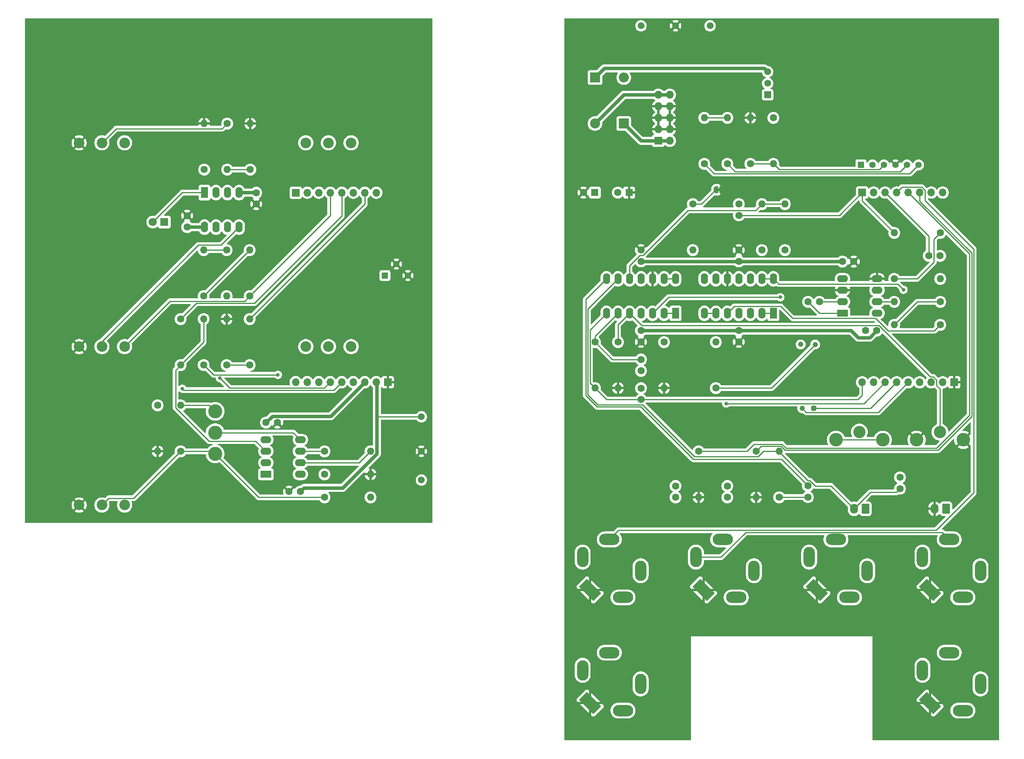
<source format=gbl>
%TF.GenerationSoftware,KiCad,Pcbnew,7.0.0-da2b9df05c~171~ubuntu22.04.1*%
%TF.CreationDate,2023-03-08T20:31:39-05:00*%
%TF.ProjectId,springReverbRev2,73707269-6e67-4526-9576-657262526576,rev?*%
%TF.SameCoordinates,Original*%
%TF.FileFunction,Copper,L2,Bot*%
%TF.FilePolarity,Positive*%
%FSLAX46Y46*%
G04 Gerber Fmt 4.6, Leading zero omitted, Abs format (unit mm)*
G04 Created by KiCad (PCBNEW 7.0.0-da2b9df05c~171~ubuntu22.04.1) date 2023-03-08 20:31:39*
%MOMM*%
%LPD*%
G01*
G04 APERTURE LIST*
G04 Aperture macros list*
%AMRoundRect*
0 Rectangle with rounded corners*
0 $1 Rounding radius*
0 $2 $3 $4 $5 $6 $7 $8 $9 X,Y pos of 4 corners*
0 Add a 4 corners polygon primitive as box body*
4,1,4,$2,$3,$4,$5,$6,$7,$8,$9,$2,$3,0*
0 Add four circle primitives for the rounded corners*
1,1,$1+$1,$2,$3*
1,1,$1+$1,$4,$5*
1,1,$1+$1,$6,$7*
1,1,$1+$1,$8,$9*
0 Add four rect primitives between the rounded corners*
20,1,$1+$1,$2,$3,$4,$5,0*
20,1,$1+$1,$4,$5,$6,$7,0*
20,1,$1+$1,$6,$7,$8,$9,0*
20,1,$1+$1,$8,$9,$2,$3,0*%
%AMRotRect*
0 Rectangle, with rotation*
0 The origin of the aperture is its center*
0 $1 length*
0 $2 width*
0 $3 Rotation angle, in degrees counterclockwise*
0 Add horizontal line*
21,1,$1,$2,0,0,$3*%
%AMFreePoly0*
4,1,19,0.500000,-0.750000,0.000000,-0.750000,0.000000,-0.744911,-0.071157,-0.744911,-0.207708,-0.704816,-0.327430,-0.627875,-0.420627,-0.520320,-0.479746,-0.390866,-0.500000,-0.250000,-0.500000,0.250000,-0.479746,0.390866,-0.420627,0.520320,-0.327430,0.627875,-0.207708,0.704816,-0.071157,0.744911,0.000000,0.744911,0.000000,0.750000,0.500000,0.750000,0.500000,-0.750000,0.500000,-0.750000,
$1*%
%AMFreePoly1*
4,1,19,0.000000,0.744911,0.071157,0.744911,0.207708,0.704816,0.327430,0.627875,0.420627,0.520320,0.479746,0.390866,0.500000,0.250000,0.500000,-0.250000,0.479746,-0.390866,0.420627,-0.520320,0.327430,-0.627875,0.207708,-0.704816,0.071157,-0.744911,0.000000,-0.744911,0.000000,-0.750000,-0.500000,-0.750000,-0.500000,0.750000,0.000000,0.750000,0.000000,0.744911,0.000000,0.744911,
$1*%
G04 Aperture macros list end*
%TA.AperFunction,ComponentPad*%
%ADD10O,2.500000X4.500001*%
%TD*%
%TA.AperFunction,ComponentPad*%
%ADD11O,4.500001X2.500001*%
%TD*%
%TA.AperFunction,ComponentPad*%
%ADD12RotRect,4.500001X2.500001X315.000000*%
%TD*%
%TA.AperFunction,ComponentPad*%
%ADD13O,4.500000X2.500000*%
%TD*%
%TA.AperFunction,ComponentPad*%
%ADD14O,2.500000X4.500000*%
%TD*%
%TA.AperFunction,ComponentPad*%
%ADD15C,2.340000*%
%TD*%
%TA.AperFunction,ComponentPad*%
%ADD16R,1.800000X1.800000*%
%TD*%
%TA.AperFunction,ComponentPad*%
%ADD17C,1.800000*%
%TD*%
%TA.AperFunction,ComponentPad*%
%ADD18R,1.400000X1.400000*%
%TD*%
%TA.AperFunction,ComponentPad*%
%ADD19C,1.400000*%
%TD*%
%TA.AperFunction,ComponentPad*%
%ADD20R,1.700000X1.700000*%
%TD*%
%TA.AperFunction,ComponentPad*%
%ADD21O,1.700000X1.700000*%
%TD*%
%TA.AperFunction,ComponentPad*%
%ADD22C,1.500000*%
%TD*%
%TA.AperFunction,ComponentPad*%
%ADD23C,3.100000*%
%TD*%
%TA.AperFunction,ComponentPad*%
%ADD24C,1.600000*%
%TD*%
%TA.AperFunction,ComponentPad*%
%ADD25O,1.600000X1.600000*%
%TD*%
%TA.AperFunction,ComponentPad*%
%ADD26R,1.600000X2.400000*%
%TD*%
%TA.AperFunction,ComponentPad*%
%ADD27O,1.600000X2.400000*%
%TD*%
%TA.AperFunction,ComponentPad*%
%ADD28R,2.400000X1.600000*%
%TD*%
%TA.AperFunction,ComponentPad*%
%ADD29O,2.400000X1.600000*%
%TD*%
%TA.AperFunction,ComponentPad*%
%ADD30R,1.727200X1.727200*%
%TD*%
%TA.AperFunction,ComponentPad*%
%ADD31O,1.727200X1.727200*%
%TD*%
%TA.AperFunction,ComponentPad*%
%ADD32R,1.600000X1.600000*%
%TD*%
%TA.AperFunction,ComponentPad*%
%ADD33R,1.422400X1.422400*%
%TD*%
%TA.AperFunction,ComponentPad*%
%ADD34C,1.422400*%
%TD*%
%TA.AperFunction,ComponentPad*%
%ADD35C,3.000000*%
%TD*%
%TA.AperFunction,ComponentPad*%
%ADD36C,2.700000*%
%TD*%
%TA.AperFunction,ComponentPad*%
%ADD37RoundRect,0.250000X0.620000X0.850000X-0.620000X0.850000X-0.620000X-0.850000X0.620000X-0.850000X0*%
%TD*%
%TA.AperFunction,ComponentPad*%
%ADD38O,1.740000X2.200000*%
%TD*%
%TA.AperFunction,SMDPad,CuDef*%
%ADD39FreePoly0,180.000000*%
%TD*%
%TA.AperFunction,SMDPad,CuDef*%
%ADD40FreePoly1,180.000000*%
%TD*%
%TA.AperFunction,ComponentPad*%
%ADD41R,1.500000X1.500000*%
%TD*%
%TA.AperFunction,ComponentPad*%
%ADD42RoundRect,0.287500X0.287500X-0.287500X0.287500X0.287500X-0.287500X0.287500X-0.287500X-0.287500X0*%
%TD*%
%TA.AperFunction,ComponentPad*%
%ADD43C,1.150000*%
%TD*%
%TA.AperFunction,ComponentPad*%
%ADD44R,2.200000X2.200000*%
%TD*%
%TA.AperFunction,ComponentPad*%
%ADD45O,2.200000X2.200000*%
%TD*%
%TA.AperFunction,ViaPad*%
%ADD46C,0.800000*%
%TD*%
%TA.AperFunction,Conductor*%
%ADD47C,0.750000*%
%TD*%
%TA.AperFunction,Conductor*%
%ADD48C,0.250000*%
%TD*%
G04 APERTURE END LIST*
%TO.C,SJ101*%
G36*
X211390000Y-66660000D02*
G01*
X210890000Y-66660000D01*
X210890000Y-66060000D01*
X211390000Y-66060000D01*
X211390000Y-66660000D01*
G37*
%TD*%
D10*
%TO.P,J902,R*%
%TO.N,N/C*%
X193899999Y-150499999D03*
D11*
%TO.P,J902,RN*%
X189999999Y-156399999D03*
D12*
%TO.P,J902,S*%
%TO.N,GND_B*%
X182759999Y-154739999D03*
D13*
%TO.P,J902,T*%
%TO.N,/Back board/CV_IN*%
X186999999Y-143599999D03*
D14*
%TO.P,J902,TN*%
%TO.N,N/C*%
X181099999Y-147499999D03*
%TD*%
D10*
%TO.P,J905,R*%
%TO.N,N/C*%
X218899999Y-150499999D03*
D11*
%TO.P,J905,RN*%
X214999999Y-156399999D03*
D12*
%TO.P,J905,S*%
%TO.N,GND_B*%
X207759999Y-154739999D03*
D13*
%TO.P,J905,T*%
%TO.N,/Back board/IN_2*%
X211999999Y-143599999D03*
D14*
%TO.P,J905,TN*%
%TO.N,/Back board/WET*%
X206099999Y-147499999D03*
%TD*%
D15*
%TO.P,RV901,1,1*%
%TO.N,GND*%
X70000000Y-56000000D03*
%TO.P,RV901,2,2*%
%TO.N,/Front board/MIX*%
X75000000Y-56000000D03*
%TO.P,RV901,3,3*%
%TO.N,+12V*%
X80000000Y-56000000D03*
%TD*%
D16*
%TO.P,LED1,1,K*%
%TO.N,/Front board/VAC_AN_F*%
X88774999Y-73499999D03*
D17*
%TO.P,LED1,2,A*%
%TO.N,Net-(LED1-A)*%
X86235000Y-73500000D03*
%TD*%
D18*
%TO.P,VR1,1,1*%
%TO.N,/Front board/TRIM_F*%
X137459999Y-85309999D03*
D19*
%TO.P,VR1,2,2*%
%TO.N,GND*%
X140000000Y-82770000D03*
%TO.P,VR1,3,3*%
X142540000Y-85310000D03*
%TD*%
D15*
%TO.P,RV905,1,1*%
%TO.N,/Front board/MIXPOT_WET_F*%
X120000000Y-101000000D03*
%TO.P,RV905,2,2*%
%TO.N,/Front board/MIXPOT_MIX_F*%
X125000000Y-101000000D03*
%TO.P,RV905,3,3*%
%TO.N,/Front board/MIXPOT_DRY_F*%
X130000000Y-101000000D03*
%TD*%
D10*
%TO.P,J901,R*%
%TO.N,N/C*%
X243899999Y-150499999D03*
D11*
%TO.P,J901,RN*%
X239999999Y-156399999D03*
D12*
%TO.P,J901,S*%
%TO.N,GND_B*%
X232759999Y-154739999D03*
D13*
%TO.P,J901,T*%
%TO.N,/Back board/XFADE*%
X236999999Y-143599999D03*
D14*
%TO.P,J901,TN*%
%TO.N,/Back board/REVERB_RETURN*%
X231099999Y-147499999D03*
%TD*%
D10*
%TO.P,J904,R*%
%TO.N,N/C*%
X193899999Y-175499999D03*
D11*
%TO.P,J904,RN*%
X189999999Y-181399999D03*
D12*
%TO.P,J904,S*%
%TO.N,GND_B*%
X182759999Y-179739999D03*
D13*
%TO.P,J904,T*%
%TO.N,/Back board/IN_1*%
X186999999Y-168599999D03*
D14*
%TO.P,J904,TN*%
%TO.N,N/C*%
X181099999Y-172499999D03*
%TD*%
D15*
%TO.P,RV903,1,1*%
%TO.N,GND*%
X70000000Y-136000000D03*
%TO.P,RV903,2,2*%
%TO.N,/Front board/FB_LEVEL*%
X75000000Y-136000000D03*
%TO.P,RV903,3,3*%
%TO.N,/Front board/AUDIO_IN_2*%
X80000000Y-136000000D03*
%TD*%
D10*
%TO.P,J903,R*%
%TO.N,N/C*%
X268899999Y-175499999D03*
D11*
%TO.P,J903,RN*%
X264999999Y-181399999D03*
D12*
%TO.P,J903,S*%
%TO.N,GND_B*%
X257759999Y-179739999D03*
D13*
%TO.P,J903,T*%
%TO.N,/Back board/MIX*%
X261999999Y-168599999D03*
D14*
%TO.P,J903,TN*%
%TO.N,N/C*%
X256099999Y-172499999D03*
%TD*%
D20*
%TO.P,J908,1,Pin_1*%
%TO.N,/Back board/EQ_POT_1_B*%
X242779999Y-66979999D03*
D21*
%TO.P,J908,2,Pin_2*%
%TO.N,/Back board/EQ_POT_2_B*%
X245319999Y-66979999D03*
%TO.P,J908,3,Pin_3*%
%TO.N,/Back board/EQ_POT_3_B*%
X247859999Y-66979999D03*
%TO.P,J908,4,Pin_4*%
%TO.N,/Back board/CV_IN*%
X250399999Y-66979999D03*
%TO.P,J908,5,Pin_5*%
%TO.N,/Back board/AUDIO_IN_1*%
X252939999Y-66979999D03*
%TO.P,J908,6,Pin_6*%
%TO.N,/Back board/AUDIO_IN_2*%
X255479999Y-66979999D03*
%TO.P,J908,7,Pin_7*%
%TO.N,/Back board/DRY_B*%
X258019999Y-66979999D03*
%TO.P,J908,8,Pin_8*%
%TO.N,unconnected-(J908-Pin_8-Pad8)*%
X260559999Y-66979999D03*
%TD*%
D10*
%TO.P,J906,R*%
%TO.N,N/C*%
X268899999Y-150499999D03*
D11*
%TO.P,J906,RN*%
X264999999Y-156399999D03*
D12*
%TO.P,J906,S*%
%TO.N,GND_B*%
X257759999Y-154739999D03*
D13*
%TO.P,J906,T*%
%TO.N,/Back board/WET*%
X261999999Y-143599999D03*
D14*
%TO.P,J906,TN*%
%TO.N,N/C*%
X256099999Y-147499999D03*
%TD*%
D15*
%TO.P,RV904,1,1*%
%TO.N,/Front board/EQ_POT_1_F*%
X120000000Y-56000000D03*
%TO.P,RV904,2,2*%
%TO.N,/Front board/EQ_POT_2_F*%
X125000000Y-56000000D03*
%TO.P,RV904,3,3*%
%TO.N,/Front board/EQ_POT_3_F*%
X130000000Y-56000000D03*
%TD*%
D22*
%TO.P,TP905,1,1*%
%TO.N,GND*%
X145520000Y-124130000D03*
%TD*%
%TO.P,TP904,1,1*%
%TO.N,+12V*%
X145520000Y-116510000D03*
%TD*%
D23*
%TO.P,SW901,1,1*%
%TO.N,/Front board/FB_LEVEL*%
X100000000Y-124700000D03*
%TO.P,SW901,2,2*%
%TO.N,Net-(U1B-+)*%
X100000000Y-120000000D03*
%TO.P,SW901,3,3*%
%TO.N,/Front board/FB_ON*%
X100000000Y-115300000D03*
%TD*%
D20*
%TO.P,J910,1,Pin_1*%
%TO.N,GND_B*%
X263099999Y-108889999D03*
D21*
%TO.P,J910,2,Pin_2*%
%TO.N,+12V_B*%
X260559999Y-108889999D03*
%TO.P,J910,3,Pin_3*%
%TO.N,-12V_B*%
X258019999Y-108889999D03*
%TO.P,J910,4,Pin_4*%
%TO.N,/Back board/TRIM_B*%
X255479999Y-108889999D03*
%TO.P,J910,5,Pin_5*%
%TO.N,/Back board/VAC_AN_B*%
X252939999Y-108889999D03*
%TO.P,J910,6,Pin_6*%
%TO.N,/Back board/VAC_CA_B*%
X250399999Y-108889999D03*
%TO.P,J910,7,Pin_7*%
%TO.N,/Back board/MIXPOT_DRY_B*%
X247859999Y-108889999D03*
%TO.P,J910,8,Pin_8*%
%TO.N,/Back board/REVERB_RETURN*%
X245319999Y-108889999D03*
%TO.P,J910,9,Pin_9*%
%TO.N,/Back board/MIXPOT_WET_B*%
X242779999Y-108889999D03*
%TD*%
D15*
%TO.P,RV902,1,1*%
%TO.N,GND*%
X70000000Y-101000000D03*
%TO.P,RV902,2,2*%
%TO.N,/Front board/CV_LEVEL*%
X75000000Y-101000000D03*
%TO.P,RV902,3,3*%
%TO.N,/Front board/CV_IN*%
X80000000Y-101000000D03*
%TD*%
D22*
%TO.P,TP906,1,1*%
%TO.N,-12V*%
X145520000Y-130480000D03*
%TD*%
D24*
%TO.P,R108,1*%
%TO.N,Net-(IC103C--)*%
X205410000Y-69520000D03*
D25*
%TO.P,R108,2*%
%TO.N,/Back board/MIXPOT_DRY_B*%
X205409999Y-79679999D03*
%TD*%
D24*
%TO.P,C903,1*%
%TO.N,+12V*%
X118804286Y-133020000D03*
%TO.P,C903,2*%
%TO.N,GND*%
X116304286Y-133020000D03*
%TD*%
%TO.P,R2,1*%
%TO.N,Net-(U1B-+)*%
X124130000Y-129210000D03*
D25*
%TO.P,R2,2*%
%TO.N,GND*%
X134289999Y-129209999D03*
%TD*%
D24*
%TO.P,C109,1*%
%TO.N,Net-(C109-Pad1)*%
X193980000Y-106350000D03*
%TO.P,C109,2*%
%TO.N,Net-(IC102B--)*%
X193980000Y-103850000D03*
%TD*%
D22*
%TO.P,TP903,1,1*%
%TO.N,-12V_B*%
X209220000Y-30150000D03*
%TD*%
D24*
%TO.P,R902,1*%
%TO.N,/Back board/AUDIO_IN_2*%
X219380000Y-124130000D03*
D25*
%TO.P,R902,2*%
%TO.N,GND_B*%
X219379999Y-134289999D03*
%TD*%
D24*
%TO.P,R19,1*%
%TO.N,/Back board/EQ_POT_3_B*%
X225730000Y-79680000D03*
D25*
%TO.P,R19,2*%
%TO.N,/Back board/REVERB_SEND*%
X225729999Y-69519999D03*
%TD*%
D24*
%TO.P,C107,1*%
%TO.N,GND_B*%
X215565000Y-79690000D03*
%TO.P,C107,2*%
%TO.N,-12V_B*%
X215565000Y-82190000D03*
%TD*%
%TO.P,C1,1*%
%TO.N,/Back board/AUDIO_IN_1*%
X201600000Y-131790000D03*
%TO.P,C1,2*%
%TO.N,/Back board/IN_1*%
X201600000Y-134290000D03*
%TD*%
%TO.P,C105,1*%
%TO.N,GND_B*%
X240930000Y-82220000D03*
%TO.P,C105,2*%
%TO.N,-12V_B*%
X238430000Y-82220000D03*
%TD*%
%TO.P,C901,1*%
%TO.N,GND_B*%
X193975000Y-79690000D03*
%TO.P,C901,2*%
%TO.N,-12V_B*%
X193975000Y-82190000D03*
%TD*%
%TO.P,R23,1*%
%TO.N,Net-(U2A-+)*%
X107745000Y-61900000D03*
D25*
%TO.P,R23,2*%
%TO.N,GND*%
X107744999Y-51739999D03*
%TD*%
D24*
%TO.P,C3,1*%
%TO.N,Net-(C3-Pad1)*%
X259980000Y-80950000D03*
%TO.P,C3,2*%
%TO.N,/Back board/EQ_POT_3_B*%
X257480000Y-80950000D03*
%TD*%
%TO.P,R18,1*%
%TO.N,Net-(C4-Pad2)*%
X220650000Y-79680000D03*
D25*
%TO.P,R18,2*%
%TO.N,/Back board/REVERB_SEND*%
X220649999Y-69519999D03*
%TD*%
D24*
%TO.P,C106,1*%
%TO.N,+12V_B*%
X193975000Y-97470000D03*
%TO.P,C106,2*%
%TO.N,GND_B*%
X193975000Y-99970000D03*
%TD*%
%TO.P,R110,1*%
%TO.N,Net-(IC103D-+)*%
X210490000Y-110160000D03*
D25*
%TO.P,R110,2*%
%TO.N,Net-(IC103B--)*%
X210489999Y-99999999D03*
%TD*%
D24*
%TO.P,R24,1*%
%TO.N,/Front board/VAC_CA_F*%
X97585000Y-61900000D03*
D25*
%TO.P,R24,2*%
%TO.N,GND*%
X97584999Y-51739999D03*
%TD*%
D24*
%TO.P,R103,1*%
%TO.N,Net-(C108-Pad2)*%
X224460000Y-134290000D03*
D25*
%TO.P,R103,2*%
%TO.N,/Back board/TO_TANK*%
X224459999Y-124129999D03*
%TD*%
D26*
%TO.P,IC103,1*%
%TO.N,Net-(IC103A--)*%
X223189999Y-93649999D03*
D27*
%TO.P,IC103,2,-*%
X220649999Y-93649999D03*
%TO.P,IC103,3,+*%
%TO.N,/Back board/XFADE*%
X218109999Y-93649999D03*
%TO.P,IC103,4,V+*%
%TO.N,+12V_B*%
X215569999Y-93649999D03*
%TO.P,IC103,5,+*%
%TO.N,/Back board/DRY_B*%
X213029999Y-93649999D03*
%TO.P,IC103,6,-*%
%TO.N,Net-(IC103B--)*%
X210489999Y-93649999D03*
%TO.P,IC103,7*%
X207949999Y-93649999D03*
%TO.P,IC103,8*%
%TO.N,/Back board/MIXPOT_DRY_B*%
X207949999Y-86029999D03*
%TO.P,IC103,9,-*%
%TO.N,Net-(IC103C--)*%
X210489999Y-86029999D03*
%TO.P,IC103,10,+*%
%TO.N,GND_B*%
X213029999Y-86029999D03*
%TO.P,IC103,11,V-*%
%TO.N,-12V_B*%
X215569999Y-86029999D03*
%TO.P,IC103,12,+*%
%TO.N,Net-(IC103D-+)*%
X218109999Y-86029999D03*
%TO.P,IC103,13,-*%
%TO.N,/Back board/MIX*%
X220649999Y-86029999D03*
%TO.P,IC103,14*%
X223189999Y-86029999D03*
%TD*%
D24*
%TO.P,R26,1*%
%TO.N,/Front board/FB_LEVEL*%
X92380000Y-124130000D03*
D25*
%TO.P,R26,2*%
%TO.N,/Front board/FB_ON*%
X92379999Y-113969999D03*
%TD*%
D28*
%TO.P,U7,1*%
%TO.N,/Back board/REVERB_SEND*%
X238439999Y-93639999D03*
D29*
%TO.P,U7,2,-*%
%TO.N,/Back board/EQ_POT_2_B*%
X238439999Y-91099999D03*
%TO.P,U7,3,+*%
%TO.N,GND_B*%
X238439999Y-88559999D03*
%TO.P,U7,4,V-*%
%TO.N,-12V_B*%
X238439999Y-86019999D03*
%TO.P,U7,5,+*%
%TO.N,GND_B*%
X246059999Y-86019999D03*
%TO.P,U7,6,-*%
%TO.N,Net-(U7B--)*%
X246059999Y-88559999D03*
%TO.P,U7,7*%
%TO.N,Net-(R10-Pad1)*%
X246059999Y-91099999D03*
%TO.P,U7,8,V+*%
%TO.N,+12V_B*%
X246059999Y-93639999D03*
%TD*%
D24*
%TO.P,R109,1*%
%TO.N,Net-(IC102B--)*%
X183820000Y-100000000D03*
D25*
%TO.P,R109,2*%
%TO.N,/Back board/MIXPOT_WET_B*%
X183819999Y-110159999D03*
%TD*%
D30*
%TO.P,SV101,1,-12V*%
%TO.N,/-12V_INLET*%
X197789999Y-55549999D03*
D31*
%TO.P,SV101,2,-12V*%
X200329999Y-55549999D03*
%TO.P,SV101,3,GND*%
%TO.N,GND_B*%
X197789999Y-53009999D03*
%TO.P,SV101,4,GND*%
X200329999Y-53009999D03*
%TO.P,SV101,5,GND*%
X197789999Y-50469999D03*
%TO.P,SV101,6,GND*%
X200329999Y-50469999D03*
%TO.P,SV101,7,GND*%
X197789999Y-47929999D03*
%TO.P,SV101,8,GND*%
X200329999Y-47929999D03*
%TO.P,SV101,9,+12V*%
%TO.N,/+12V_INLET*%
X197789999Y-45389999D03*
%TO.P,SV101,10,+12V*%
X200329999Y-45389999D03*
%TD*%
D32*
%TO.P,C103,1*%
%TO.N,GND_B*%
X191359999Y-66979999D03*
D24*
%TO.P,C103,2*%
%TO.N,-12V_B*%
X188860000Y-66980000D03*
%TD*%
%TO.P,R106,1*%
%TO.N,/Back board/FROM_TANK*%
X188900000Y-100000000D03*
D25*
%TO.P,R106,2*%
%TO.N,GND_B*%
X188899999Y-110159999D03*
%TD*%
D24*
%TO.P,R101,1*%
%TO.N,/Back board/REVERB_SEND*%
X223190000Y-50470000D03*
D25*
%TO.P,R101,2*%
%TO.N,Net-(Z$102-INPUT)*%
X223189999Y-60629999D03*
%TD*%
D24*
%TO.P,R16,1*%
%TO.N,/Front board/CV_IN*%
X107620000Y-89840000D03*
D25*
%TO.P,R16,2*%
%TO.N,Net-(U2B--)*%
X107619999Y-79679999D03*
%TD*%
D33*
%TO.P,Z$102,1,+5VDC*%
%TO.N,+5V*%
X242509999Y-60869999D03*
D34*
%TO.P,Z$102,2,PWR-GND*%
%TO.N,/Back board/PWR_GND*%
X245050000Y-60870000D03*
%TO.P,Z$102,3,INPUT*%
%TO.N,Net-(Z$102-INPUT)*%
X247590000Y-60870000D03*
%TO.P,Z$102,4,SIG-GND*%
%TO.N,GND_B*%
X250130000Y-60870000D03*
%TO.P,Z$102,5,OUT2*%
%TO.N,Net-(Z$102-OUT2)*%
X252670000Y-60870000D03*
%TO.P,Z$102,6,OUT1*%
%TO.N,Net-(Z$102-OUT1)*%
X255210000Y-60870000D03*
%TD*%
D24*
%TO.P,R105,1*%
%TO.N,Net-(Z$102-OUT2)*%
X213030000Y-60630000D03*
D25*
%TO.P,R105,2*%
%TO.N,Net-(IC103C--)*%
X213029999Y-50469999D03*
%TD*%
D24*
%TO.P,R22,1*%
%TO.N,Net-(R20-Pad2)*%
X102540000Y-79680000D03*
D25*
%TO.P,R22,2*%
%TO.N,Net-(U2A-+)*%
X102539999Y-89839999D03*
%TD*%
D24*
%TO.P,R11,1*%
%TO.N,Net-(R10-Pad1)*%
X260020000Y-75870000D03*
D25*
%TO.P,R11,2*%
%TO.N,/Back board/EQ_POT_1_B*%
X249859999Y-75869999D03*
%TD*%
D24*
%TO.P,R102,1*%
%TO.N,Net-(Z$102-INPUT)*%
X218110000Y-60630000D03*
D25*
%TO.P,R102,2*%
%TO.N,GND_B*%
X218109999Y-50469999D03*
%TD*%
D22*
%TO.P,TP902,1,1*%
%TO.N,GND_B*%
X201600000Y-30150000D03*
%TD*%
D20*
%TO.P,J909,1,Pin_1*%
%TO.N,GND*%
X138089999Y-108864999D03*
D21*
%TO.P,J909,2,Pin_2*%
%TO.N,+12V*%
X135549999Y-108864999D03*
%TO.P,J909,3,Pin_3*%
%TO.N,-12V*%
X133009999Y-108864999D03*
%TO.P,J909,4,Pin_4*%
%TO.N,/Front board/TRIM_F*%
X130469999Y-108864999D03*
%TO.P,J909,5,Pin_5*%
%TO.N,/Front board/VAC_AN_F*%
X127929999Y-108864999D03*
%TO.P,J909,6,Pin_6*%
%TO.N,/Front board/VAC_CA_F*%
X125389999Y-108864999D03*
%TO.P,J909,7,Pin_7*%
%TO.N,/Front board/MIXPOT_DRY_F*%
X122849999Y-108864999D03*
%TO.P,J909,8,Pin_8*%
%TO.N,/Front board/MIXPOT_MIX_F*%
X120309999Y-108864999D03*
%TO.P,J909,9,Pin_9*%
%TO.N,/Front board/MIXPOT_WET_F*%
X117769999Y-108864999D03*
%TD*%
D24*
%TO.P,C108,1*%
%TO.N,/Back board/TO_TANK_S_B*%
X230810000Y-131750000D03*
%TO.P,C108,2*%
%TO.N,Net-(C108-Pad2)*%
X230810000Y-134250000D03*
%TD*%
%TO.P,C6,1*%
%TO.N,+12V*%
X93825000Y-74600000D03*
%TO.P,C6,2*%
%TO.N,GND*%
X93825000Y-72100000D03*
%TD*%
%TO.P,C4,1*%
%TO.N,/Back board/EQ_POT_1_B*%
X215570000Y-72020000D03*
%TO.P,C4,2*%
%TO.N,Net-(C4-Pad2)*%
X215570000Y-69520000D03*
%TD*%
%TO.P,C5,1*%
%TO.N,/Back board/EQ_POT_2_B*%
X233350000Y-91110000D03*
%TO.P,C5,2*%
%TO.N,/Back board/REVERB_SEND*%
X230850000Y-91110000D03*
%TD*%
D35*
%TO.P,X102,S*%
%TO.N,GND_B*%
X265100000Y-121590000D03*
X254800000Y-121590000D03*
D36*
%TO.P,X102,T*%
%TO.N,/Back board/FROM_TANK*%
X259950000Y-119890000D03*
%TD*%
D24*
%TO.P,R9,1*%
%TO.N,Net-(R7-Pad2)*%
X97470000Y-105070000D03*
D25*
%TO.P,R9,2*%
%TO.N,Net-(U1A-+)*%
X97469999Y-94909999D03*
%TD*%
D37*
%TO.P,J912,1,Pin_1*%
%TO.N,/Back board/FROM_TANK*%
X261290000Y-136830000D03*
D38*
%TO.P,J912,2,Pin_2*%
%TO.N,GND_B*%
X258749999Y-136829999D03*
%TD*%
D24*
%TO.P,R8,1*%
%TO.N,/Front board/AUDIO_IN_1*%
X92380000Y-94920000D03*
D25*
%TO.P,R8,2*%
%TO.N,Net-(U1A-+)*%
X92379999Y-105079999D03*
%TD*%
D26*
%TO.P,U2,1*%
%TO.N,Net-(LED1-A)*%
X97644999Y-66989999D03*
D27*
%TO.P,U2,2,-*%
%TO.N,/Front board/VAC_CA_F*%
X100184999Y-66989999D03*
%TO.P,U2,3,+*%
%TO.N,Net-(U2A-+)*%
X102724999Y-66989999D03*
%TO.P,U2,4,V-*%
%TO.N,-12V*%
X105264999Y-66989999D03*
%TO.P,U2,5,+*%
%TO.N,/Front board/CV_LEVEL*%
X105264999Y-74609999D03*
%TO.P,U2,6,-*%
%TO.N,Net-(U2B--)*%
X102724999Y-74609999D03*
%TO.P,U2,7*%
%TO.N,Net-(R20-Pad2)*%
X100184999Y-74609999D03*
%TO.P,U2,8,V+*%
%TO.N,+12V*%
X97644999Y-74609999D03*
%TD*%
D24*
%TO.P,R12,1*%
%TO.N,Net-(U1A--)*%
X102540000Y-105080000D03*
D25*
%TO.P,R12,2*%
%TO.N,GND*%
X102539999Y-94919999D03*
%TD*%
D24*
%TO.P,C104,1*%
%TO.N,+12V_B*%
X246010000Y-97460000D03*
%TO.P,C104,2*%
%TO.N,GND_B*%
X243510000Y-97460000D03*
%TD*%
%TO.P,C7,1*%
%TO.N,GND*%
X109065000Y-69520000D03*
%TO.P,C7,2*%
%TO.N,-12V*%
X109065000Y-67020000D03*
%TD*%
D39*
%TO.P,SJ101,1,A*%
%TO.N,GND_B*%
X211790000Y-66360000D03*
D40*
%TO.P,SJ101,2,B*%
%TO.N,Net-(IC103C--)*%
X210490000Y-66360000D03*
%TD*%
D24*
%TO.P,R901,1*%
%TO.N,/Back board/AUDIO_IN_1*%
X206680000Y-124130000D03*
D25*
%TO.P,R901,2*%
%TO.N,GND_B*%
X206679999Y-134289999D03*
%TD*%
D24*
%TO.P,C904,1*%
%TO.N,GND*%
X113724286Y-117780000D03*
%TO.P,C904,2*%
%TO.N,-12V*%
X111224286Y-117780000D03*
%TD*%
D41*
%TO.P,U901,1,VO*%
%TO.N,+5V*%
X221919999Y-45389999D03*
D22*
%TO.P,U901,2,GND*%
%TO.N,/Back board/PWR_GND*%
X221920000Y-42850000D03*
%TO.P,U901,3,VI*%
%TO.N,+12V_B*%
X221920000Y-40310000D03*
%TD*%
D24*
%TO.P,C101,1*%
%TO.N,/Back board/TO_TANK*%
X251130000Y-132385000D03*
%TO.P,C101,2*%
%TO.N,/Back board/TRIM_B*%
X251130000Y-129885000D03*
%TD*%
%TO.P,R20,1*%
%TO.N,Net-(U2B--)*%
X97460000Y-89840000D03*
D25*
%TO.P,R20,2*%
%TO.N,Net-(R20-Pad2)*%
X97459999Y-79679999D03*
%TD*%
D24*
%TO.P,R10,1*%
%TO.N,Net-(R10-Pad1)*%
X249860000Y-86030000D03*
D25*
%TO.P,R10,2*%
%TO.N,Net-(C3-Pad1)*%
X260019999Y-86029999D03*
%TD*%
D24*
%TO.P,R107,1*%
%TO.N,Net-(C109-Pad1)*%
X199060000Y-100000000D03*
D25*
%TO.P,R107,2*%
%TO.N,GND_B*%
X199059999Y-110159999D03*
%TD*%
D42*
%TO.P,V101,1,-*%
%TO.N,/Back board/VAC_CA_B*%
X232080000Y-114620000D03*
D43*
%TO.P,V101,2,+*%
%TO.N,/Back board/VAC_AN_B*%
X229540000Y-114620000D03*
%TO.P,V101,3*%
%TO.N,Net-(IC103D-+)*%
X232410000Y-100533000D03*
%TO.P,V101,4*%
%TO.N,Net-(IC103A--)*%
X229210000Y-100520000D03*
%TD*%
D26*
%TO.P,IC102,1*%
%TO.N,/Back board/WET*%
X201599999Y-93649999D03*
D27*
%TO.P,IC102,2,-*%
X199059999Y-93649999D03*
%TO.P,IC102,3,+*%
%TO.N,/Back board/REVERB_RETURN*%
X196519999Y-93649999D03*
%TO.P,IC102,4,V+*%
%TO.N,+12V_B*%
X193979999Y-93649999D03*
%TO.P,IC102,5,+*%
%TO.N,/Back board/FROM_TANK*%
X191439999Y-93649999D03*
%TO.P,IC102,6,-*%
%TO.N,Net-(IC102B--)*%
X188899999Y-93649999D03*
%TO.P,IC102,7*%
%TO.N,/Back board/MIXPOT_WET_B*%
X186359999Y-93649999D03*
%TO.P,IC102,8*%
%TO.N,/Back board/TO_TANK_S_B*%
X186359999Y-86029999D03*
%TO.P,IC102,9,-*%
%TO.N,/Back board/TO_TANK*%
X188899999Y-86029999D03*
%TO.P,IC102,10,+*%
%TO.N,/Back board/REVERB_SEND*%
X191439999Y-86029999D03*
%TO.P,IC102,11,V-*%
%TO.N,-12V_B*%
X193979999Y-86029999D03*
%TO.P,IC102,12,+*%
%TO.N,GND_B*%
X196519999Y-86029999D03*
%TO.P,IC102,13,-*%
%TO.N,Net-(IC102D--)*%
X199059999Y-86029999D03*
%TO.P,IC102,14*%
X201599999Y-86029999D03*
%TD*%
D20*
%TO.P,J907,1,Pin_1*%
%TO.N,/Front board/EQ_POT_1_F*%
X117794999Y-67004999D03*
D21*
%TO.P,J907,2,Pin_2*%
%TO.N,/Front board/EQ_POT_2_F*%
X120334999Y-67004999D03*
%TO.P,J907,3,Pin_3*%
%TO.N,/Front board/EQ_POT_3_F*%
X122874999Y-67004999D03*
%TO.P,J907,4,Pin_4*%
%TO.N,/Front board/CV_IN*%
X125414999Y-67004999D03*
%TO.P,J907,5,Pin_5*%
%TO.N,/Front board/AUDIO_IN_1*%
X127954999Y-67004999D03*
%TO.P,J907,6,Pin_6*%
%TO.N,/Front board/AUDIO_IN_2*%
X130494999Y-67004999D03*
%TO.P,J907,7,Pin_7*%
%TO.N,/Front board/DRY_F*%
X133034999Y-67004999D03*
%TO.P,J907,8,Pin_8*%
%TO.N,unconnected-(J907-Pin_8-Pad8)*%
X135574999Y-67004999D03*
%TD*%
D24*
%TO.P,R7,1*%
%TO.N,Net-(U1B--)*%
X124130000Y-124130000D03*
D25*
%TO.P,R7,2*%
%TO.N,Net-(R7-Pad2)*%
X134289999Y-124129999D03*
%TD*%
D28*
%TO.P,U1,1*%
%TO.N,/Front board/DRY_F*%
X111194285Y-129199999D03*
D29*
%TO.P,U1,2,-*%
%TO.N,Net-(U1A--)*%
X111194285Y-126659999D03*
%TO.P,U1,3,+*%
%TO.N,Net-(U1A-+)*%
X111194285Y-124119999D03*
%TO.P,U1,4,V-*%
%TO.N,-12V*%
X111194285Y-121579999D03*
%TO.P,U1,5,+*%
%TO.N,Net-(U1B-+)*%
X118814285Y-121579999D03*
%TO.P,U1,6,-*%
%TO.N,Net-(U1B--)*%
X118814285Y-124119999D03*
%TO.P,U1,7*%
%TO.N,Net-(R7-Pad2)*%
X118814285Y-126659999D03*
%TO.P,U1,8,V+*%
%TO.N,+12V*%
X118814285Y-129199999D03*
%TD*%
D24*
%TO.P,C2,1*%
%TO.N,/Back board/AUDIO_IN_2*%
X213030000Y-131790000D03*
%TO.P,C2,2*%
%TO.N,/Back board/IN_2*%
X213030000Y-134290000D03*
%TD*%
%TO.P,R6,1*%
%TO.N,Net-(U7B--)*%
X260020000Y-91110000D03*
D25*
%TO.P,R6,2*%
%TO.N,Net-(R10-Pad1)*%
X249859999Y-91109999D03*
%TD*%
D24*
%TO.P,R3,1*%
%TO.N,/Back board/DRY_B*%
X260020000Y-96190000D03*
D25*
%TO.P,R3,2*%
%TO.N,Net-(U7B--)*%
X249859999Y-96189999D03*
%TD*%
D24*
%TO.P,R1,1*%
%TO.N,/Front board/FB_LEVEL*%
X124130000Y-134290000D03*
D25*
%TO.P,R1,2*%
%TO.N,Net-(U1B--)*%
X134289999Y-134289999D03*
%TD*%
D24*
%TO.P,R104,1*%
%TO.N,Net-(Z$102-OUT1)*%
X207950000Y-60630000D03*
D25*
%TO.P,R104,2*%
%TO.N,Net-(IC103C--)*%
X207949999Y-50469999D03*
%TD*%
D32*
%TO.P,C102,1*%
%TO.N,+12V_B*%
X183779999Y-66979999D03*
D24*
%TO.P,C102,2*%
%TO.N,GND_B*%
X181280000Y-66980000D03*
%TD*%
D44*
%TO.P,D902,1,K*%
%TO.N,/-12V_INLET*%
X190164999Y-51749999D03*
D45*
%TO.P,D902,2,A*%
%TO.N,-12V_B*%
X190164999Y-41589999D03*
%TD*%
D24*
%TO.P,R13,1*%
%TO.N,Net-(U1A--)*%
X107620000Y-105080000D03*
D25*
%TO.P,R13,2*%
%TO.N,/Front board/DRY_F*%
X107619999Y-94919999D03*
%TD*%
D24*
%TO.P,R21,1*%
%TO.N,/Front board/MIX*%
X102665000Y-51740000D03*
D25*
%TO.P,R21,2*%
%TO.N,Net-(U2A-+)*%
X102664999Y-61899999D03*
%TD*%
D24*
%TO.P,C110,1*%
%TO.N,Net-(IC102B--)*%
X193980000Y-110200000D03*
%TO.P,C110,2*%
%TO.N,/Back board/MIXPOT_WET_B*%
X193980000Y-112700000D03*
%TD*%
%TO.P,C902,1*%
%TO.N,+12V_B*%
X215565000Y-97470000D03*
%TO.P,C902,2*%
%TO.N,GND_B*%
X215565000Y-99970000D03*
%TD*%
D37*
%TO.P,J911,1,Pin_1*%
%TO.N,/Back board/TO_TANK_S_B*%
X243510000Y-136830000D03*
D38*
%TO.P,J911,2,Pin_2*%
%TO.N,/Back board/TO_TANK*%
X240969999Y-136829999D03*
%TD*%
D22*
%TO.P,TP901,1,1*%
%TO.N,+12V_B*%
X193980000Y-30150000D03*
%TD*%
D44*
%TO.P,D901,1,K*%
%TO.N,+12V_B*%
X183819999Y-41579999D03*
D45*
%TO.P,D901,2,A*%
%TO.N,/+12V_INLET*%
X183819999Y-51739999D03*
%TD*%
D24*
%TO.P,R25,1*%
%TO.N,/Front board/FB_ON*%
X87300000Y-113970000D03*
D25*
%TO.P,R25,2*%
%TO.N,GND*%
X87299999Y-124129999D03*
%TD*%
D35*
%TO.P,X101,S*%
%TO.N,/Back board/TO_TANK_S_B*%
X247320000Y-121590000D03*
X237020000Y-121590000D03*
D36*
%TO.P,X101,T*%
%TO.N,/Back board/TO_TANK*%
X242170000Y-119890000D03*
%TD*%
D46*
%TO.N,/Back board/REVERB_RETURN*%
X224714000Y-90094000D03*
%TO.N,/Back board/MIX*%
X251892000Y-88443000D03*
%TO.N,/Back board/MIXPOT_DRY_B*%
X212780299Y-113584701D03*
%TO.N,/Front board/VAC_AN_F*%
X92761000Y-110287000D03*
%TO.N,/Front board/VAC_CA_F*%
X101054732Y-107963500D03*
%TO.N,Net-(R7-Pad2)*%
X113843000Y-107239000D03*
%TD*%
D47*
%TO.N,+12V*%
X135687000Y-124677544D02*
X135687000Y-116510000D01*
X119604285Y-132220001D02*
X128144543Y-132220001D01*
X93835000Y-74610000D02*
X93825000Y-74600000D01*
X135687000Y-109002000D02*
X135550000Y-108865000D01*
D48*
X145520000Y-116510000D02*
X135687000Y-116510000D01*
D47*
X128144543Y-132220001D02*
X135687000Y-124677544D01*
X135687000Y-116510000D02*
X135687000Y-109002000D01*
X97645000Y-74610000D02*
X93835000Y-74610000D01*
X118804286Y-133020000D02*
X119604285Y-132220001D01*
%TO.N,-12V*%
X133010000Y-108865000D02*
X125470000Y-116405000D01*
X112599286Y-116405000D02*
X111224286Y-117780000D01*
X105265000Y-66990000D02*
X109035000Y-66990000D01*
X109035000Y-66990000D02*
X109065000Y-67020000D01*
X125470000Y-116405000D02*
X112599286Y-116405000D01*
D48*
%TO.N,/Back board/AUDIO_IN_1*%
X225112387Y-122555000D02*
X218923000Y-122555000D01*
X217348000Y-124130000D02*
X206680000Y-124130000D01*
X252940000Y-66980000D02*
X266497000Y-80537000D01*
X266497000Y-116126173D02*
X259208672Y-123414501D01*
X259208672Y-123414501D02*
X225971888Y-123414501D01*
X218923000Y-122555000D02*
X217348000Y-124130000D01*
X225971888Y-123414501D02*
X225112387Y-122555000D01*
X266497000Y-80537000D02*
X266497000Y-116126173D01*
%TO.N,/Back board/AUDIO_IN_2*%
X219380000Y-124130000D02*
X220505000Y-123005000D01*
X255480000Y-68884310D02*
X255480000Y-66980000D01*
X266946501Y-116442189D02*
X266946501Y-80350811D01*
X259524189Y-123864501D02*
X266946501Y-116442189D01*
X266946501Y-80350811D02*
X255480000Y-68884310D01*
X225785492Y-123864501D02*
X259524189Y-123864501D01*
X224925991Y-123005000D02*
X225785492Y-123864501D01*
X220505000Y-123005000D02*
X224925991Y-123005000D01*
%TO.N,/Back board/EQ_POT_3_B*%
X257480000Y-80950000D02*
X257480000Y-76600000D01*
X257480000Y-76600000D02*
X247860000Y-66980000D01*
%TO.N,/Back board/EQ_POT_1_B*%
X237740000Y-72020000D02*
X242780000Y-66980000D01*
X242780000Y-66980000D02*
X242780000Y-68790000D01*
X215570000Y-72020000D02*
X237740000Y-72020000D01*
X242780000Y-68790000D02*
X249860000Y-75870000D01*
%TO.N,/Back board/EQ_POT_2_B*%
X238440000Y-91100000D02*
X233360000Y-91100000D01*
X233360000Y-91100000D02*
X233350000Y-91110000D01*
%TO.N,/Back board/REVERB_SEND*%
X220650000Y-69520000D02*
X219275000Y-70895000D01*
X194440991Y-80815000D02*
X193759009Y-80815000D01*
X204360991Y-70895000D02*
X194440991Y-80815000D01*
X193759009Y-80815000D02*
X191440000Y-83134009D01*
X225730000Y-69520000D02*
X220650000Y-69520000D01*
X219275000Y-70895000D02*
X204360991Y-70895000D01*
X230850000Y-91110000D02*
X233380000Y-93640000D01*
X233380000Y-93640000D02*
X238440000Y-93640000D01*
X191440000Y-83134009D02*
X191440000Y-86030000D01*
%TO.N,/Back board/TO_TANK*%
X224460000Y-124257000D02*
X230828000Y-130625000D01*
X230828000Y-130625000D02*
X231275991Y-130625000D01*
X205773000Y-125255000D02*
X194361000Y-113843000D01*
X182245499Y-92684501D02*
X188900000Y-86030000D01*
X224460000Y-124130000D02*
X220970991Y-124130000D01*
X232420991Y-131770000D02*
X235910000Y-131770000D01*
X244605000Y-133195000D02*
X250320000Y-133195000D01*
X231275991Y-130625000D02*
X232420991Y-131770000D01*
X240970000Y-136830000D02*
X244605000Y-133195000D01*
X220970991Y-124130000D02*
X219845991Y-125255000D01*
X250320000Y-133195000D02*
X251130000Y-132385000D01*
X182245499Y-111633499D02*
X182245499Y-92684501D01*
X224460000Y-124130000D02*
X224460000Y-124257000D01*
X194361000Y-113843000D02*
X184455000Y-113843000D01*
X235910000Y-131770000D02*
X240970000Y-136830000D01*
X184455000Y-113843000D02*
X182245499Y-111633499D01*
X219845991Y-125255000D02*
X205773000Y-125255000D01*
D47*
%TO.N,+12V_B*%
X244438000Y-99032000D02*
X246010000Y-97460000D01*
X185840000Y-39560000D02*
X183820000Y-41580000D01*
X240345000Y-97470000D02*
X241907000Y-99032000D01*
X215565000Y-97470000D02*
X240345000Y-97470000D01*
X215565000Y-97470000D02*
X193975000Y-97470000D01*
X221920000Y-40310000D02*
X221170000Y-39560000D01*
X241907000Y-99032000D02*
X244438000Y-99032000D01*
X221170000Y-39560000D02*
X185840000Y-39560000D01*
%TO.N,-12V_B*%
X238400000Y-82190000D02*
X238430000Y-82220000D01*
X215565000Y-82190000D02*
X238400000Y-82190000D01*
X215565000Y-82190000D02*
X193975000Y-82190000D01*
D48*
%TO.N,Net-(C108-Pad2)*%
X230810000Y-134250000D02*
X224500000Y-134250000D01*
X224500000Y-134250000D02*
X224460000Y-134290000D01*
D47*
%TO.N,/+12V_INLET*%
X190170000Y-45390000D02*
X183820000Y-51740000D01*
X197790000Y-45390000D02*
X190170000Y-45390000D01*
X197790000Y-45390000D02*
X200330000Y-45390000D01*
%TO.N,/-12V_INLET*%
X193965000Y-55550000D02*
X190165000Y-51750000D01*
X197790000Y-55550000D02*
X193965000Y-55550000D01*
X197790000Y-55550000D02*
X200330000Y-55550000D01*
D48*
%TO.N,/Back board/WET*%
X201600000Y-93650000D02*
X199060000Y-93650000D01*
X217106000Y-142025000D02*
X211631000Y-147500000D01*
X262000000Y-143600000D02*
X260425000Y-142025000D01*
X260425000Y-142025000D02*
X217106000Y-142025000D01*
X211631000Y-147500000D02*
X206100000Y-147500000D01*
%TO.N,/Back board/REVERB_RETURN*%
X200076000Y-90094000D02*
X224714000Y-90094000D01*
X196520000Y-93650000D02*
X200076000Y-90094000D01*
%TO.N,/Back board/FROM_TANK*%
X188900000Y-100000000D02*
X188900000Y-96190000D01*
X257855991Y-107715000D02*
X246475991Y-96335000D01*
X258506701Y-107715000D02*
X257855991Y-107715000D01*
X259950000Y-110344000D02*
X259195000Y-109589000D01*
X259195000Y-109589000D02*
X259195000Y-108403299D01*
X259195000Y-108403299D02*
X258506701Y-107715000D01*
X259950000Y-119890000D02*
X259950000Y-110344000D01*
X194125000Y-96335000D02*
X191440000Y-93650000D01*
X246475991Y-96335000D02*
X194125000Y-96335000D01*
X188900000Y-96190000D02*
X191440000Y-93650000D01*
%TO.N,/Back board/TO_TANK_S_B*%
X205537000Y-125908000D02*
X193921501Y-114292501D01*
X181795998Y-90594002D02*
X186360000Y-86030000D01*
X184268811Y-114292501D02*
X181795998Y-111819688D01*
X181795998Y-111819688D02*
X181795998Y-90594002D01*
X193921501Y-114292501D02*
X184268811Y-114292501D01*
X230810000Y-131750000D02*
X224968000Y-125908000D01*
X247320000Y-121590000D02*
X237020000Y-121590000D01*
X224968000Y-125908000D02*
X205537000Y-125908000D01*
%TO.N,Net-(IC102B--)*%
X183820000Y-98730000D02*
X188900000Y-93650000D01*
X183820000Y-100000000D02*
X183820000Y-98730000D01*
X193980000Y-103850000D02*
X187670000Y-103850000D01*
X187670000Y-103850000D02*
X183820000Y-100000000D01*
%TO.N,/Back board/MIXPOT_WET_B*%
X183820000Y-110160000D02*
X182695000Y-109035000D01*
X186360000Y-112700000D02*
X183820000Y-110160000D01*
X182695000Y-97315000D02*
X186360000Y-93650000D01*
X242780000Y-108890000D02*
X242780000Y-111779000D01*
X242780000Y-111779000D02*
X241859000Y-112700000D01*
X182695000Y-109035000D02*
X182695000Y-97315000D01*
X241859000Y-112700000D02*
X193980000Y-112700000D01*
X193980000Y-112700000D02*
X186360000Y-112700000D01*
%TO.N,Net-(IC102D--)*%
X201600000Y-86030000D02*
X199060000Y-86030000D01*
%TO.N,/Back board/DRY_B*%
X260020000Y-96190000D02*
X258691501Y-97518499D01*
X246811180Y-95867499D02*
X245708681Y-94765000D01*
X258691501Y-97518499D02*
X248522189Y-97518499D01*
X224840000Y-92125000D02*
X214555000Y-92125000D01*
X245708681Y-94765000D02*
X227480000Y-94765000D01*
X214555000Y-92125000D02*
X213030000Y-93650000D01*
X248522189Y-97518499D02*
X246871189Y-95867499D01*
X227480000Y-94765000D02*
X224840000Y-92125000D01*
X246871189Y-95867499D02*
X246811180Y-95867499D01*
%TO.N,Net-(IC103A--)*%
X223190000Y-93650000D02*
X220650000Y-93650000D01*
%TO.N,Net-(IC103B--)*%
X210490000Y-93650000D02*
X207950000Y-93650000D01*
%TO.N,/Back board/MIX*%
X250622000Y-87173000D02*
X251892000Y-88443000D01*
X223190000Y-86030000D02*
X224333000Y-87173000D01*
X223190000Y-86030000D02*
X220650000Y-86030000D01*
X224333000Y-87173000D02*
X250622000Y-87173000D01*
%TO.N,/Back board/MIXPOT_DRY_B*%
X247860000Y-108890000D02*
X243165299Y-113584701D01*
X243165299Y-113584701D02*
X212780299Y-113584701D01*
%TO.N,/Front board/CV_IN*%
X80000000Y-101000000D02*
X90035000Y-90965000D01*
X106495000Y-90965000D02*
X107620000Y-89840000D01*
X125415000Y-72045000D02*
X125415000Y-67005000D01*
X90035000Y-90965000D02*
X106495000Y-90965000D01*
X107620000Y-89840000D02*
X125415000Y-72045000D01*
%TO.N,/Front board/AUDIO_IN_1*%
X127955000Y-72085000D02*
X127955000Y-67005000D01*
X92380000Y-94920000D02*
X95885499Y-91414501D01*
X108625499Y-91414501D02*
X127955000Y-72085000D01*
X95885499Y-91414501D02*
X108625499Y-91414501D01*
%TO.N,/Front board/DRY_F*%
X133035000Y-67005000D02*
X133035000Y-69505000D01*
X133035000Y-69505000D02*
X107620000Y-94920000D01*
%TO.N,Net-(IC103C--)*%
X210490000Y-66360000D02*
X207330000Y-69520000D01*
X207330000Y-69520000D02*
X205410000Y-69520000D01*
X207950000Y-50470000D02*
X213030000Y-50470000D01*
%TO.N,/Back board/CV_IN*%
X255966701Y-65805000D02*
X251575000Y-65805000D01*
X267396002Y-80164622D02*
X267386000Y-80154620D01*
X256655000Y-68721391D02*
X256655000Y-66493299D01*
X259084501Y-141575499D02*
X267396002Y-133263998D01*
X187000000Y-143600000D02*
X189024501Y-141575499D01*
X256655000Y-66493299D02*
X255966701Y-65805000D01*
X267386000Y-80154620D02*
X267386000Y-79452391D01*
X267396002Y-133263998D02*
X267396002Y-80164622D01*
X189024501Y-141575499D02*
X259084501Y-141575499D01*
X267386000Y-79452391D02*
X256655000Y-68721391D01*
X251575000Y-65805000D02*
X250400000Y-66980000D01*
%TO.N,/Front board/VAC_AN_F*%
X93083501Y-110609501D02*
X92761000Y-110287000D01*
X127930000Y-108865000D02*
X126185499Y-110609501D01*
X126185499Y-110609501D02*
X93083501Y-110609501D01*
%TO.N,/Front board/VAC_CA_F*%
X124095000Y-110160000D02*
X103251232Y-110160000D01*
X125390000Y-108865000D02*
X124095000Y-110160000D01*
X103251232Y-110160000D02*
X101054732Y-107963500D01*
%TO.N,/Back board/VAC_AN_B*%
X230440000Y-115520000D02*
X229540000Y-114620000D01*
X252940000Y-108890000D02*
X246310000Y-115520000D01*
X246310000Y-115520000D02*
X230440000Y-115520000D01*
%TO.N,/Back board/VAC_CA_B*%
X250400000Y-108890000D02*
X244670000Y-114620000D01*
X244670000Y-114620000D02*
X232080000Y-114620000D01*
%TO.N,Net-(IC103D-+)*%
X222783000Y-110160000D02*
X210490000Y-110160000D01*
X232410000Y-100533000D02*
X222783000Y-110160000D01*
%TO.N,/Front board/FB_LEVEL*%
X92380000Y-124130000D02*
X99430000Y-124130000D01*
X99430000Y-124130000D02*
X100000000Y-124700000D01*
X109590000Y-134290000D02*
X124130000Y-134290000D01*
X76495000Y-134505000D02*
X82005000Y-134505000D01*
X82005000Y-134505000D02*
X92380000Y-124130000D01*
X100000000Y-124700000D02*
X109590000Y-134290000D01*
X75000000Y-136000000D02*
X76495000Y-134505000D01*
%TO.N,Net-(R10-Pad1)*%
X258605000Y-77285000D02*
X258605000Y-82365000D01*
X258605000Y-82365000D02*
X254940000Y-86030000D01*
X246070000Y-91110000D02*
X246060000Y-91100000D01*
X254940000Y-86030000D02*
X249860000Y-86030000D01*
X260020000Y-75870000D02*
X258605000Y-77285000D01*
X249860000Y-91110000D02*
X246070000Y-91110000D01*
%TO.N,Net-(R7-Pad2)*%
X113843000Y-107239000D02*
X99639000Y-107239000D01*
X99639000Y-107239000D02*
X97470000Y-105070000D01*
X118814286Y-126660000D02*
X131760000Y-126660000D01*
X131760000Y-126660000D02*
X134290000Y-124130000D01*
%TO.N,Net-(R20-Pad2)*%
X97460000Y-79680000D02*
X102540000Y-79680000D01*
%TO.N,Net-(U1B--)*%
X118814286Y-124120000D02*
X124120000Y-124120000D01*
X124120000Y-124120000D02*
X124130000Y-124130000D01*
%TO.N,/Front board/MIX*%
X78135000Y-52865000D02*
X101540000Y-52865000D01*
X75000000Y-56000000D02*
X78135000Y-52865000D01*
X101540000Y-52865000D02*
X102665000Y-51740000D01*
%TO.N,Net-(U1B-+)*%
X100000000Y-120000000D02*
X117234286Y-120000000D01*
X117234286Y-120000000D02*
X118814286Y-121580000D01*
%TO.N,Net-(U7B--)*%
X260020000Y-91110000D02*
X254940000Y-91110000D01*
X254940000Y-91110000D02*
X249860000Y-96190000D01*
%TO.N,Net-(U1A-+)*%
X108949286Y-121875000D02*
X98634000Y-121875000D01*
X97470000Y-99990000D02*
X97470000Y-94910000D01*
X91255000Y-106205000D02*
X92380000Y-105080000D01*
X111194286Y-124120000D02*
X108949286Y-121875000D01*
X91255000Y-114496000D02*
X91255000Y-106205000D01*
X98634000Y-121875000D02*
X91255000Y-114496000D01*
X92380000Y-105080000D02*
X97470000Y-99990000D01*
%TO.N,/Front board/CV_LEVEL*%
X101320000Y-78555000D02*
X96299000Y-78555000D01*
X105265000Y-74610000D02*
X101320000Y-78555000D01*
X75000000Y-99854000D02*
X75000000Y-101000000D01*
X96299000Y-78555000D02*
X75000000Y-99854000D01*
%TO.N,Net-(U1A--)*%
X102540000Y-105080000D02*
X107620000Y-105080000D01*
%TO.N,/Front board/FB_ON*%
X92380000Y-113970000D02*
X98670000Y-113970000D01*
X98670000Y-113970000D02*
X100000000Y-115300000D01*
%TO.N,Net-(U2B--)*%
X97460000Y-89840000D02*
X107620000Y-79680000D01*
%TO.N,Net-(U2A-+)*%
X107745000Y-61900000D02*
X102665000Y-61900000D01*
%TO.N,Net-(Z$102-INPUT)*%
X224466200Y-61906200D02*
X223190000Y-60630000D01*
X246553800Y-61906200D02*
X224466200Y-61906200D01*
X247590000Y-60870000D02*
X246553800Y-61906200D01*
X223190000Y-60630000D02*
X218110000Y-60630000D01*
%TO.N,Net-(Z$102-OUT1)*%
X253274798Y-62805202D02*
X210125202Y-62805202D01*
X210125202Y-62805202D02*
X207950000Y-60630000D01*
X255210000Y-60870000D02*
X253274798Y-62805202D01*
%TO.N,Net-(Z$102-OUT2)*%
X252670000Y-60870000D02*
X251184299Y-62355701D01*
X251184299Y-62355701D02*
X214755701Y-62355701D01*
X214755701Y-62355701D02*
X213030000Y-60630000D01*
%TO.N,Net-(LED1-A)*%
X92745000Y-66990000D02*
X97645000Y-66990000D01*
X86235000Y-73500000D02*
X92745000Y-66990000D01*
%TD*%
%TA.AperFunction,Conductor*%
%TO.N,GND_B*%
G36*
X256809970Y-109549457D02*
G01*
X256855481Y-109591354D01*
X256944278Y-109727268D01*
X256970790Y-109756067D01*
X257093227Y-109889069D01*
X257093231Y-109889073D01*
X257096760Y-109892906D01*
X257274424Y-110031189D01*
X257472426Y-110138342D01*
X257477355Y-110140034D01*
X257477357Y-110140035D01*
X257551462Y-110165475D01*
X257685365Y-110211444D01*
X257907431Y-110248500D01*
X258127358Y-110248500D01*
X258132569Y-110248500D01*
X258354635Y-110211444D01*
X258567574Y-110138342D01*
X258667187Y-110084433D01*
X258718479Y-110069547D01*
X258771334Y-110077247D01*
X258816249Y-110106153D01*
X259279595Y-110569499D01*
X259306909Y-110610376D01*
X259316500Y-110658594D01*
X259316500Y-118055236D01*
X259306327Y-118104836D01*
X259277450Y-118146427D01*
X259234532Y-118173292D01*
X259180196Y-118193557D01*
X259180182Y-118193563D01*
X259175979Y-118195131D01*
X259172036Y-118197283D01*
X259172025Y-118197289D01*
X258946606Y-118320378D01*
X258946600Y-118320381D01*
X258942653Y-118322537D01*
X258939056Y-118325228D01*
X258939046Y-118325236D01*
X258733436Y-118479154D01*
X258733428Y-118479160D01*
X258729833Y-118481852D01*
X258726654Y-118485030D01*
X258726647Y-118485037D01*
X258545037Y-118666647D01*
X258545030Y-118666654D01*
X258541852Y-118669833D01*
X258539160Y-118673428D01*
X258539154Y-118673436D01*
X258385236Y-118879046D01*
X258385228Y-118879056D01*
X258382537Y-118882653D01*
X258380381Y-118886600D01*
X258380378Y-118886606D01*
X258257289Y-119112025D01*
X258257283Y-119112036D01*
X258255131Y-119115979D01*
X258253563Y-119120182D01*
X258253557Y-119120196D01*
X258163799Y-119360848D01*
X258163794Y-119360861D01*
X258162228Y-119365063D01*
X258161272Y-119369457D01*
X258161271Y-119369461D01*
X258106753Y-119620076D01*
X258105718Y-119624832D01*
X258105398Y-119629305D01*
X258105396Y-119629320D01*
X258093010Y-119802516D01*
X258086753Y-119890000D01*
X258087074Y-119894488D01*
X258105396Y-120150679D01*
X258105397Y-120150692D01*
X258105718Y-120155168D01*
X258106674Y-120159565D01*
X258106675Y-120159568D01*
X258161271Y-120410538D01*
X258162228Y-120414937D01*
X258163796Y-120419141D01*
X258163799Y-120419151D01*
X258253557Y-120659803D01*
X258253561Y-120659812D01*
X258255131Y-120664021D01*
X258257286Y-120667968D01*
X258257289Y-120667974D01*
X258325008Y-120791991D01*
X258382537Y-120897347D01*
X258385233Y-120900949D01*
X258385236Y-120900953D01*
X258426818Y-120956500D01*
X258541852Y-121110167D01*
X258729833Y-121298148D01*
X258942653Y-121457463D01*
X259175979Y-121584869D01*
X259180194Y-121586441D01*
X259180196Y-121586442D01*
X259420848Y-121676200D01*
X259425063Y-121677772D01*
X259684832Y-121734282D01*
X259697214Y-121735167D01*
X259751742Y-121752024D01*
X259793241Y-121791214D01*
X259813190Y-121844693D01*
X259807496Y-121901487D01*
X259777325Y-121949941D01*
X258983169Y-122744098D01*
X258942295Y-122771410D01*
X258894077Y-122781001D01*
X256651624Y-122781001D01*
X256589870Y-122764830D01*
X256543967Y-122720468D01*
X256525697Y-122659303D01*
X256539751Y-122597033D01*
X256644082Y-122395682D01*
X256647504Y-122387806D01*
X256736615Y-122137072D01*
X256738930Y-122128807D01*
X256793071Y-121868268D01*
X256794239Y-121859769D01*
X256812398Y-121594298D01*
X256812398Y-121585702D01*
X256794239Y-121320230D01*
X256793071Y-121311731D01*
X256738930Y-121051192D01*
X256736615Y-121042927D01*
X256647504Y-120792193D01*
X256644082Y-120784317D01*
X256521666Y-120548065D01*
X256517199Y-120540719D01*
X256397397Y-120370998D01*
X256389139Y-120363481D01*
X256379719Y-120369489D01*
X254889094Y-121860114D01*
X254832610Y-121892726D01*
X254767388Y-121892726D01*
X254710904Y-121860114D01*
X253220279Y-120369489D01*
X253210859Y-120363481D01*
X253202602Y-120370997D01*
X253082796Y-120540724D01*
X253078335Y-120548061D01*
X252955917Y-120784317D01*
X252952495Y-120792193D01*
X252863384Y-121042927D01*
X252861069Y-121051192D01*
X252806928Y-121311731D01*
X252805760Y-121320230D01*
X252787602Y-121585702D01*
X252787602Y-121594298D01*
X252805760Y-121859769D01*
X252806928Y-121868268D01*
X252861069Y-122128807D01*
X252863384Y-122137072D01*
X252952495Y-122387806D01*
X252955917Y-122395682D01*
X253060249Y-122597033D01*
X253074303Y-122659303D01*
X253056033Y-122720468D01*
X253010130Y-122764830D01*
X252948376Y-122781001D01*
X249172188Y-122781001D01*
X249110434Y-122764830D01*
X249064531Y-122720469D01*
X249046261Y-122659303D01*
X249060314Y-122597033D01*
X249071027Y-122576356D01*
X249166523Y-122392058D01*
X249258538Y-122133153D01*
X249314442Y-121864130D01*
X249333193Y-121590000D01*
X249314442Y-121315870D01*
X249258538Y-121046847D01*
X249222721Y-120946069D01*
X249167962Y-120791991D01*
X249167962Y-120791990D01*
X249166523Y-120787942D01*
X249040111Y-120543977D01*
X248881657Y-120319498D01*
X248694111Y-120118686D01*
X248565446Y-120014009D01*
X248550437Y-120001798D01*
X253576444Y-120001798D01*
X253583219Y-120014009D01*
X254788270Y-121219060D01*
X254800000Y-121225832D01*
X254811729Y-121219060D01*
X256016778Y-120014010D01*
X256023554Y-120001797D01*
X256015568Y-119990346D01*
X255964015Y-119948404D01*
X255957004Y-119943456D01*
X255729647Y-119805197D01*
X255722018Y-119801245D01*
X255477960Y-119695235D01*
X255469867Y-119692358D01*
X255213640Y-119620566D01*
X255205222Y-119618817D01*
X254941619Y-119582586D01*
X254933046Y-119582000D01*
X254666954Y-119582000D01*
X254658380Y-119582586D01*
X254394777Y-119618817D01*
X254386359Y-119620566D01*
X254130132Y-119692358D01*
X254122039Y-119695235D01*
X253877981Y-119801245D01*
X253870352Y-119805197D01*
X253642997Y-119943454D01*
X253635983Y-119948405D01*
X253584430Y-119990346D01*
X253576444Y-120001798D01*
X248550437Y-120001798D01*
X248484304Y-119947995D01*
X248484301Y-119947993D01*
X248480969Y-119945282D01*
X248246200Y-119802516D01*
X248242259Y-119800804D01*
X248242253Y-119800801D01*
X247998112Y-119694756D01*
X247998109Y-119694755D01*
X247994177Y-119693047D01*
X247990052Y-119691891D01*
X247990043Y-119691888D01*
X247733742Y-119620076D01*
X247733732Y-119620074D01*
X247729596Y-119618915D01*
X247725335Y-119618329D01*
X247725324Y-119618327D01*
X247461653Y-119582086D01*
X247461643Y-119582085D01*
X247457385Y-119581500D01*
X247182615Y-119581500D01*
X247178357Y-119582085D01*
X247178346Y-119582086D01*
X246914675Y-119618327D01*
X246914661Y-119618329D01*
X246910404Y-119618915D01*
X246906269Y-119620073D01*
X246906257Y-119620076D01*
X246649956Y-119691888D01*
X246649942Y-119691892D01*
X246645823Y-119693047D01*
X246641895Y-119694753D01*
X246641887Y-119694756D01*
X246397746Y-119800801D01*
X246397733Y-119800807D01*
X246393800Y-119802516D01*
X246390129Y-119804748D01*
X246390122Y-119804752D01*
X246162704Y-119943048D01*
X246162699Y-119943050D01*
X246159031Y-119945282D01*
X246155704Y-119947988D01*
X246155695Y-119947995D01*
X245949225Y-120115971D01*
X245949217Y-120115978D01*
X245945889Y-120118686D01*
X245942957Y-120121824D01*
X245942952Y-120121830D01*
X245761282Y-120316350D01*
X245761274Y-120316358D01*
X245758343Y-120319498D01*
X245755863Y-120323010D01*
X245755860Y-120323015D01*
X245602375Y-120540454D01*
X245602370Y-120540462D01*
X245599889Y-120543977D01*
X245597913Y-120547790D01*
X245597906Y-120547802D01*
X245475453Y-120784127D01*
X245475449Y-120784136D01*
X245473477Y-120787942D01*
X245457553Y-120832749D01*
X245443356Y-120872695D01*
X245416716Y-120916502D01*
X245374830Y-120946069D01*
X245324631Y-120956500D01*
X243917525Y-120956500D01*
X243855175Y-120939992D01*
X243809163Y-120894794D01*
X243791545Y-120832749D01*
X243806937Y-120770115D01*
X243864869Y-120664021D01*
X243957772Y-120414937D01*
X244014282Y-120155168D01*
X244033247Y-119890000D01*
X244014282Y-119624832D01*
X243957772Y-119365063D01*
X243864869Y-119115979D01*
X243737463Y-118882653D01*
X243578148Y-118669833D01*
X243390167Y-118481852D01*
X243386563Y-118479154D01*
X243180953Y-118325236D01*
X243180949Y-118325233D01*
X243177347Y-118322537D01*
X243151884Y-118308633D01*
X242947974Y-118197289D01*
X242947968Y-118197286D01*
X242944021Y-118195131D01*
X242939812Y-118193561D01*
X242939803Y-118193557D01*
X242699151Y-118103799D01*
X242699141Y-118103796D01*
X242694937Y-118102228D01*
X242690538Y-118101271D01*
X242439568Y-118046675D01*
X242439565Y-118046674D01*
X242435168Y-118045718D01*
X242430692Y-118045397D01*
X242430679Y-118045396D01*
X242174488Y-118027074D01*
X242170000Y-118026753D01*
X242165512Y-118027074D01*
X241909320Y-118045396D01*
X241909305Y-118045398D01*
X241904832Y-118045718D01*
X241900436Y-118046674D01*
X241900431Y-118046675D01*
X241649461Y-118101271D01*
X241649457Y-118101272D01*
X241645063Y-118102228D01*
X241640861Y-118103794D01*
X241640848Y-118103799D01*
X241400196Y-118193557D01*
X241400182Y-118193563D01*
X241395979Y-118195131D01*
X241392036Y-118197283D01*
X241392025Y-118197289D01*
X241166606Y-118320378D01*
X241166600Y-118320381D01*
X241162653Y-118322537D01*
X241159056Y-118325228D01*
X241159046Y-118325236D01*
X240953436Y-118479154D01*
X240953428Y-118479160D01*
X240949833Y-118481852D01*
X240946654Y-118485030D01*
X240946647Y-118485037D01*
X240765037Y-118666647D01*
X240765030Y-118666654D01*
X240761852Y-118669833D01*
X240759160Y-118673428D01*
X240759154Y-118673436D01*
X240605236Y-118879046D01*
X240605228Y-118879056D01*
X240602537Y-118882653D01*
X240600381Y-118886600D01*
X240600378Y-118886606D01*
X240477289Y-119112025D01*
X240477283Y-119112036D01*
X240475131Y-119115979D01*
X240473563Y-119120182D01*
X240473557Y-119120196D01*
X240383799Y-119360848D01*
X240383794Y-119360861D01*
X240382228Y-119365063D01*
X240381272Y-119369457D01*
X240381271Y-119369461D01*
X240326753Y-119620076D01*
X240325718Y-119624832D01*
X240325398Y-119629305D01*
X240325396Y-119629320D01*
X240313010Y-119802516D01*
X240306753Y-119890000D01*
X240307074Y-119894488D01*
X240325396Y-120150679D01*
X240325397Y-120150692D01*
X240325718Y-120155168D01*
X240326674Y-120159565D01*
X240326675Y-120159568D01*
X240381271Y-120410538D01*
X240382228Y-120414937D01*
X240383796Y-120419141D01*
X240383799Y-120419151D01*
X240473557Y-120659803D01*
X240473561Y-120659812D01*
X240475131Y-120664021D01*
X240477287Y-120667969D01*
X240533063Y-120770115D01*
X240548455Y-120832749D01*
X240530837Y-120894794D01*
X240484825Y-120939992D01*
X240422475Y-120956500D01*
X239015369Y-120956500D01*
X238965170Y-120946069D01*
X238923284Y-120916502D01*
X238896644Y-120872695D01*
X238866523Y-120787942D01*
X238740111Y-120543977D01*
X238581657Y-120319498D01*
X238394111Y-120118686D01*
X238265446Y-120014009D01*
X238184304Y-119947995D01*
X238184301Y-119947993D01*
X238180969Y-119945282D01*
X237946200Y-119802516D01*
X237942259Y-119800804D01*
X237942253Y-119800801D01*
X237698112Y-119694756D01*
X237698109Y-119694755D01*
X237694177Y-119693047D01*
X237690052Y-119691891D01*
X237690043Y-119691888D01*
X237433742Y-119620076D01*
X237433732Y-119620074D01*
X237429596Y-119618915D01*
X237425335Y-119618329D01*
X237425324Y-119618327D01*
X237161653Y-119582086D01*
X237161643Y-119582085D01*
X237157385Y-119581500D01*
X236882615Y-119581500D01*
X236878357Y-119582085D01*
X236878346Y-119582086D01*
X236614675Y-119618327D01*
X236614661Y-119618329D01*
X236610404Y-119618915D01*
X236606269Y-119620073D01*
X236606257Y-119620076D01*
X236349956Y-119691888D01*
X236349942Y-119691892D01*
X236345823Y-119693047D01*
X236341895Y-119694753D01*
X236341887Y-119694756D01*
X236097746Y-119800801D01*
X236097733Y-119800807D01*
X236093800Y-119802516D01*
X236090129Y-119804748D01*
X236090122Y-119804752D01*
X235862704Y-119943048D01*
X235862699Y-119943050D01*
X235859031Y-119945282D01*
X235855704Y-119947988D01*
X235855695Y-119947995D01*
X235649225Y-120115971D01*
X235649217Y-120115978D01*
X235645889Y-120118686D01*
X235642957Y-120121824D01*
X235642952Y-120121830D01*
X235461282Y-120316350D01*
X235461274Y-120316358D01*
X235458343Y-120319498D01*
X235455863Y-120323010D01*
X235455860Y-120323015D01*
X235302375Y-120540454D01*
X235302370Y-120540462D01*
X235299889Y-120543977D01*
X235297913Y-120547790D01*
X235297906Y-120547802D01*
X235175453Y-120784127D01*
X235175449Y-120784136D01*
X235173477Y-120787942D01*
X235172042Y-120791978D01*
X235172037Y-120791991D01*
X235082902Y-121042792D01*
X235082897Y-121042807D01*
X235081462Y-121046847D01*
X235080587Y-121051054D01*
X235080587Y-121051057D01*
X235026432Y-121311661D01*
X235026430Y-121311670D01*
X235025558Y-121315870D01*
X235025264Y-121320157D01*
X235025264Y-121320163D01*
X235016773Y-121444303D01*
X235006807Y-121590000D01*
X235007101Y-121594298D01*
X235025259Y-121859769D01*
X235025558Y-121864130D01*
X235026431Y-121868331D01*
X235026432Y-121868338D01*
X235058245Y-122021427D01*
X235081462Y-122133153D01*
X235082899Y-122137196D01*
X235082902Y-122137207D01*
X235172037Y-122388008D01*
X235172040Y-122388015D01*
X235173477Y-122392058D01*
X235175451Y-122395869D01*
X235175453Y-122395872D01*
X235279686Y-122597033D01*
X235293739Y-122659303D01*
X235275469Y-122720469D01*
X235229566Y-122764830D01*
X235167812Y-122781001D01*
X226286482Y-122781001D01*
X226238264Y-122771410D01*
X226197387Y-122744096D01*
X225616038Y-122162747D01*
X225608499Y-122154463D01*
X225604387Y-122147982D01*
X225554734Y-122101355D01*
X225551892Y-122098600D01*
X225534961Y-122081669D01*
X225534960Y-122081668D01*
X225532157Y-122078865D01*
X225528962Y-122076386D01*
X225519941Y-122068682D01*
X225493484Y-122043838D01*
X225487708Y-122038414D01*
X225480764Y-122034596D01*
X225480758Y-122034592D01*
X225469953Y-122028652D01*
X225453434Y-122017801D01*
X225437428Y-122005386D01*
X225430153Y-122002238D01*
X225430150Y-122002236D01*
X225396853Y-121987828D01*
X225386191Y-121982605D01*
X225354394Y-121965124D01*
X225354392Y-121965123D01*
X225347447Y-121961305D01*
X225339770Y-121959334D01*
X225339768Y-121959333D01*
X225330418Y-121956932D01*
X225327823Y-121956266D01*
X225309121Y-121949863D01*
X225297807Y-121944967D01*
X225297805Y-121944966D01*
X225290532Y-121941819D01*
X225282706Y-121940579D01*
X225282705Y-121940579D01*
X225246862Y-121934902D01*
X225235246Y-121932496D01*
X225192417Y-121921500D01*
X225184488Y-121921500D01*
X225172163Y-121921500D01*
X225152452Y-121919949D01*
X225140272Y-121918019D01*
X225140265Y-121918018D01*
X225132444Y-121916780D01*
X225124560Y-121917525D01*
X225124552Y-121917525D01*
X225088426Y-121920941D01*
X225076568Y-121921500D01*
X219001763Y-121921500D01*
X218990579Y-121920972D01*
X218983091Y-121919299D01*
X218975176Y-121919547D01*
X218975168Y-121919547D01*
X218915033Y-121921438D01*
X218911075Y-121921500D01*
X218883144Y-121921500D01*
X218879232Y-121921993D01*
X218879199Y-121921996D01*
X218879101Y-121922009D01*
X218867300Y-121922937D01*
X218831030Y-121924077D01*
X218831022Y-121924078D01*
X218823110Y-121924327D01*
X218815504Y-121926536D01*
X218815501Y-121926537D01*
X218803655Y-121929979D01*
X218784306Y-121933986D01*
X218772062Y-121935533D01*
X218764203Y-121936526D01*
X218756841Y-121939440D01*
X218756832Y-121939443D01*
X218723097Y-121952800D01*
X218711870Y-121956645D01*
X218677012Y-121966772D01*
X218677008Y-121966773D01*
X218669407Y-121968982D01*
X218662593Y-121973011D01*
X218662585Y-121973015D01*
X218651961Y-121979298D01*
X218634220Y-121987989D01*
X218622759Y-121992527D01*
X218622755Y-121992528D01*
X218615383Y-121995448D01*
X218608967Y-122000109D01*
X218608964Y-122000111D01*
X218579625Y-122021427D01*
X218569707Y-122027943D01*
X218538459Y-122046423D01*
X218538456Y-122046425D01*
X218531637Y-122050458D01*
X218526036Y-122056057D01*
X218526029Y-122056064D01*
X218517304Y-122064789D01*
X218502282Y-122077618D01*
X218492311Y-122084863D01*
X218492302Y-122084871D01*
X218485893Y-122089528D01*
X218480846Y-122095628D01*
X218480838Y-122095636D01*
X218457710Y-122123593D01*
X218449723Y-122132370D01*
X217122497Y-123459597D01*
X217081623Y-123486909D01*
X217033405Y-123496500D01*
X207899394Y-123496500D01*
X207841214Y-123482263D01*
X207796181Y-123442771D01*
X207748588Y-123374802D01*
X207686198Y-123285700D01*
X207524300Y-123123802D01*
X207450496Y-123072123D01*
X207341257Y-122995633D01*
X207341252Y-122995630D01*
X207336749Y-122992477D01*
X207331761Y-122990151D01*
X207134225Y-122898039D01*
X207134223Y-122898038D01*
X207129243Y-122895716D01*
X206908087Y-122836457D01*
X206902611Y-122835977D01*
X206902606Y-122835977D01*
X206685475Y-122816981D01*
X206680000Y-122816502D01*
X206674525Y-122816981D01*
X206457393Y-122835977D01*
X206457386Y-122835978D01*
X206451913Y-122836457D01*
X206446599Y-122837880D01*
X206446598Y-122837881D01*
X206236067Y-122894293D01*
X206236065Y-122894293D01*
X206230757Y-122895716D01*
X206225779Y-122898036D01*
X206225774Y-122898039D01*
X206028238Y-122990151D01*
X206028233Y-122990153D01*
X206023251Y-122992477D01*
X206018752Y-122995627D01*
X206018742Y-122995633D01*
X205840211Y-123120643D01*
X205840208Y-123120645D01*
X205835700Y-123123802D01*
X205831808Y-123127693D01*
X205831802Y-123127699D01*
X205677699Y-123281802D01*
X205677693Y-123281808D01*
X205673802Y-123285700D01*
X205670645Y-123290208D01*
X205670643Y-123290211D01*
X205545633Y-123468742D01*
X205545627Y-123468752D01*
X205542477Y-123473251D01*
X205540153Y-123478233D01*
X205540151Y-123478238D01*
X205448039Y-123675774D01*
X205448036Y-123675779D01*
X205445716Y-123680757D01*
X205444294Y-123686063D01*
X205444291Y-123686072D01*
X205428012Y-123746824D01*
X205395401Y-123803307D01*
X205338916Y-123835918D01*
X205273694Y-123835918D01*
X205217211Y-123803306D01*
X195049429Y-113635524D01*
X195018919Y-113586061D01*
X195013855Y-113528167D01*
X195035310Y-113474159D01*
X195084252Y-113404265D01*
X195096182Y-113387228D01*
X195141214Y-113347736D01*
X195199394Y-113333500D01*
X211753260Y-113333500D01*
X211820030Y-113352646D01*
X211866508Y-113404265D01*
X211878569Y-113472669D01*
X211866795Y-113584701D01*
X211886757Y-113774629D01*
X211888794Y-113780901D01*
X211888796Y-113780906D01*
X211943729Y-113949972D01*
X211943732Y-113949979D01*
X211945772Y-113956257D01*
X212041259Y-114121645D01*
X212169046Y-114263567D01*
X212174388Y-114267448D01*
X212174390Y-114267450D01*
X212193317Y-114281201D01*
X212323547Y-114375819D01*
X212498011Y-114453495D01*
X212684812Y-114493201D01*
X212869183Y-114493201D01*
X212875786Y-114493201D01*
X213062587Y-114453495D01*
X213237051Y-114375819D01*
X213391552Y-114263567D01*
X213395968Y-114258662D01*
X213400879Y-114254241D01*
X213401574Y-114255013D01*
X213437252Y-114229093D01*
X213488499Y-114218201D01*
X228360967Y-114218201D01*
X228417130Y-114231410D01*
X228461517Y-114268269D01*
X228484822Y-114321048D01*
X228482157Y-114378682D01*
X228471980Y-114414447D01*
X228471977Y-114414460D01*
X228470386Y-114420054D01*
X228451858Y-114620000D01*
X228452396Y-114625804D01*
X228452396Y-114625806D01*
X228469733Y-114812905D01*
X228470386Y-114819946D01*
X228471979Y-114825547D01*
X228471980Y-114825549D01*
X228511061Y-114962906D01*
X228525338Y-115013082D01*
X228527929Y-115018286D01*
X228527932Y-115018293D01*
X228612246Y-115187618D01*
X228614843Y-115192833D01*
X228735853Y-115353077D01*
X228884248Y-115488356D01*
X229054973Y-115594065D01*
X229060403Y-115596168D01*
X229060406Y-115596170D01*
X229114228Y-115617020D01*
X229242216Y-115666603D01*
X229439599Y-115703500D01*
X229634576Y-115703500D01*
X229640401Y-115703500D01*
X229648574Y-115701972D01*
X229650105Y-115702060D01*
X229651925Y-115701892D01*
X229651950Y-115702167D01*
X229708999Y-115705463D01*
X229760826Y-115736730D01*
X229936342Y-115912246D01*
X229943884Y-115920533D01*
X229948000Y-115927018D01*
X229953779Y-115932444D01*
X229953780Y-115932446D01*
X229997667Y-115973658D01*
X230000508Y-115976412D01*
X230020230Y-115996134D01*
X230023414Y-115998604D01*
X230032437Y-116006309D01*
X230064679Y-116036586D01*
X230071628Y-116040406D01*
X230082429Y-116046344D01*
X230098959Y-116057202D01*
X230108694Y-116064754D01*
X230108697Y-116064756D01*
X230114959Y-116069613D01*
X230155536Y-116087172D01*
X230166171Y-116092381D01*
X230204940Y-116113695D01*
X230224566Y-116118734D01*
X230243259Y-116125134D01*
X230261855Y-116133181D01*
X230269686Y-116134421D01*
X230269689Y-116134422D01*
X230286128Y-116137025D01*
X230305525Y-116140097D01*
X230317125Y-116142498D01*
X230359970Y-116153500D01*
X230380224Y-116153500D01*
X230399934Y-116155050D01*
X230419943Y-116158220D01*
X230463961Y-116154058D01*
X230475819Y-116153500D01*
X246231233Y-116153500D01*
X246242416Y-116154027D01*
X246249909Y-116155702D01*
X246317985Y-116153562D01*
X246321945Y-116153500D01*
X246345894Y-116153500D01*
X246349856Y-116153500D01*
X246353856Y-116152994D01*
X246365699Y-116152061D01*
X246409889Y-116150673D01*
X246429333Y-116145023D01*
X246448702Y-116141012D01*
X246468797Y-116138474D01*
X246509915Y-116122193D01*
X246521117Y-116118357D01*
X246563593Y-116106018D01*
X246581039Y-116095699D01*
X246598769Y-116087013D01*
X246617617Y-116079552D01*
X246653387Y-116053561D01*
X246663298Y-116047051D01*
X246701362Y-116024542D01*
X246715688Y-116010215D01*
X246730717Y-115997378D01*
X246747107Y-115985472D01*
X246775294Y-115951397D01*
X246783272Y-115942630D01*
X252482560Y-110243343D01*
X252538208Y-110210960D01*
X252602040Y-110210302D01*
X252605365Y-110211444D01*
X252827431Y-110248500D01*
X253047358Y-110248500D01*
X253052569Y-110248500D01*
X253274635Y-110211444D01*
X253487574Y-110138342D01*
X253685576Y-110031189D01*
X253863240Y-109892906D01*
X254015722Y-109727268D01*
X254104518Y-109591354D01*
X254150030Y-109549457D01*
X254210000Y-109534271D01*
X254269970Y-109549457D01*
X254315481Y-109591354D01*
X254404278Y-109727268D01*
X254430790Y-109756067D01*
X254553227Y-109889069D01*
X254553231Y-109889073D01*
X254556760Y-109892906D01*
X254734424Y-110031189D01*
X254932426Y-110138342D01*
X254937355Y-110140034D01*
X254937357Y-110140035D01*
X255011462Y-110165475D01*
X255145365Y-110211444D01*
X255367431Y-110248500D01*
X255587358Y-110248500D01*
X255592569Y-110248500D01*
X255814635Y-110211444D01*
X256027574Y-110138342D01*
X256225576Y-110031189D01*
X256403240Y-109892906D01*
X256555722Y-109727268D01*
X256644518Y-109591354D01*
X256690030Y-109549457D01*
X256750000Y-109534271D01*
X256809970Y-109549457D01*
G37*
%TD.AperFunction*%
%TA.AperFunction,Conductor*%
G36*
X261371361Y-76327398D02*
G01*
X261422567Y-76358471D01*
X265826595Y-80762499D01*
X265853909Y-80803376D01*
X265863500Y-80851594D01*
X265863500Y-115811578D01*
X265853909Y-115859796D01*
X265826595Y-115900673D01*
X262009941Y-119717325D01*
X261961488Y-119747496D01*
X261904693Y-119753190D01*
X261851214Y-119733241D01*
X261812024Y-119691742D01*
X261795167Y-119637214D01*
X261794282Y-119624832D01*
X261737772Y-119365063D01*
X261644869Y-119115979D01*
X261517463Y-118882653D01*
X261358148Y-118669833D01*
X261170167Y-118481852D01*
X261166563Y-118479154D01*
X260960953Y-118325236D01*
X260960949Y-118325233D01*
X260957347Y-118322537D01*
X260931884Y-118308633D01*
X260727974Y-118197289D01*
X260727968Y-118197286D01*
X260724021Y-118195131D01*
X260719812Y-118193561D01*
X260719803Y-118193557D01*
X260665468Y-118173292D01*
X260622550Y-118146427D01*
X260593673Y-118104836D01*
X260583500Y-118055236D01*
X260583500Y-110422767D01*
X260584027Y-110411583D01*
X260585702Y-110404091D01*
X260584751Y-110373839D01*
X260597098Y-110315355D01*
X260635008Y-110269142D01*
X260689949Y-110245599D01*
X260848137Y-110219202D01*
X260889494Y-110212302D01*
X260889495Y-110212301D01*
X260894635Y-110211444D01*
X261107574Y-110138342D01*
X261305576Y-110031189D01*
X261483240Y-109892906D01*
X261544623Y-109826226D01*
X261598096Y-109791825D01*
X261661558Y-109787915D01*
X261718849Y-109815491D01*
X261755380Y-109867530D01*
X261796403Y-109977515D01*
X261804954Y-109993175D01*
X261881697Y-110095692D01*
X261894307Y-110108302D01*
X261996824Y-110185045D01*
X262012480Y-110193594D01*
X262133521Y-110238740D01*
X262148742Y-110242337D01*
X262198061Y-110247640D01*
X262204777Y-110248000D01*
X262829410Y-110248000D01*
X262842493Y-110244493D01*
X262846000Y-110231410D01*
X263354000Y-110231410D01*
X263357506Y-110244493D01*
X263370590Y-110248000D01*
X263995223Y-110248000D01*
X264001938Y-110247640D01*
X264051257Y-110242337D01*
X264066478Y-110238740D01*
X264187519Y-110193594D01*
X264203175Y-110185045D01*
X264305692Y-110108302D01*
X264318302Y-110095692D01*
X264395045Y-109993175D01*
X264403594Y-109977519D01*
X264448740Y-109856478D01*
X264452337Y-109841257D01*
X264457640Y-109791938D01*
X264458000Y-109785223D01*
X264458000Y-109160590D01*
X264454493Y-109147506D01*
X264441410Y-109144000D01*
X263370590Y-109144000D01*
X263357506Y-109147506D01*
X263354000Y-109160590D01*
X263354000Y-110231410D01*
X262846000Y-110231410D01*
X262846000Y-108619410D01*
X263354000Y-108619410D01*
X263357506Y-108632493D01*
X263370590Y-108636000D01*
X264441410Y-108636000D01*
X264454493Y-108632493D01*
X264458000Y-108619410D01*
X264458000Y-107994777D01*
X264457640Y-107988061D01*
X264452337Y-107938742D01*
X264448740Y-107923521D01*
X264403594Y-107802480D01*
X264395045Y-107786824D01*
X264318302Y-107684307D01*
X264305692Y-107671697D01*
X264203175Y-107594954D01*
X264187519Y-107586405D01*
X264066478Y-107541259D01*
X264051257Y-107537662D01*
X264001938Y-107532359D01*
X263995223Y-107532000D01*
X263370590Y-107532000D01*
X263357506Y-107535506D01*
X263354000Y-107548590D01*
X263354000Y-108619410D01*
X262846000Y-108619410D01*
X262846000Y-107548590D01*
X262842493Y-107535506D01*
X262829410Y-107532000D01*
X262204777Y-107532000D01*
X262198061Y-107532359D01*
X262148742Y-107537662D01*
X262133521Y-107541259D01*
X262012480Y-107586405D01*
X261996824Y-107594954D01*
X261894307Y-107671697D01*
X261881697Y-107684307D01*
X261804954Y-107786824D01*
X261796403Y-107802484D01*
X261755380Y-107912469D01*
X261718849Y-107964508D01*
X261661558Y-107992084D01*
X261598097Y-107988174D01*
X261544624Y-107953774D01*
X261486772Y-107890930D01*
X261486767Y-107890925D01*
X261483240Y-107887094D01*
X261305576Y-107748811D01*
X261300997Y-107746333D01*
X261300994Y-107746331D01*
X261112159Y-107644139D01*
X261112156Y-107644137D01*
X261107574Y-107641658D01*
X261102650Y-107639967D01*
X261102642Y-107639964D01*
X260899565Y-107570248D01*
X260899559Y-107570246D01*
X260894635Y-107568556D01*
X260889498Y-107567698D01*
X260889495Y-107567698D01*
X260677706Y-107532357D01*
X260677703Y-107532356D01*
X260672569Y-107531500D01*
X260447431Y-107531500D01*
X260442297Y-107532356D01*
X260442293Y-107532357D01*
X260230504Y-107567698D01*
X260230498Y-107567699D01*
X260225365Y-107568556D01*
X260220443Y-107570245D01*
X260220434Y-107570248D01*
X260017357Y-107639964D01*
X260017344Y-107639969D01*
X260012426Y-107641658D01*
X260007847Y-107644135D01*
X260007840Y-107644139D01*
X259819005Y-107746331D01*
X259818997Y-107746336D01*
X259814424Y-107748811D01*
X259689666Y-107845914D01*
X259634727Y-107870466D01*
X259574664Y-107866737D01*
X259523182Y-107835577D01*
X259010352Y-107322747D01*
X259002813Y-107314463D01*
X258998701Y-107307982D01*
X258949048Y-107261355D01*
X258946206Y-107258600D01*
X258929275Y-107241669D01*
X258929274Y-107241668D01*
X258926471Y-107238865D01*
X258923276Y-107236386D01*
X258914255Y-107228682D01*
X258887798Y-107203838D01*
X258882022Y-107198414D01*
X258875078Y-107194596D01*
X258875072Y-107194592D01*
X258864267Y-107188652D01*
X258847748Y-107177801D01*
X258831742Y-107165386D01*
X258824467Y-107162238D01*
X258824464Y-107162236D01*
X258791167Y-107147828D01*
X258780505Y-107142605D01*
X258748708Y-107125124D01*
X258748706Y-107125123D01*
X258741761Y-107121305D01*
X258734084Y-107119334D01*
X258734082Y-107119333D01*
X258722139Y-107116267D01*
X258703435Y-107109863D01*
X258692121Y-107104967D01*
X258692119Y-107104966D01*
X258684846Y-107101819D01*
X258677020Y-107100579D01*
X258677019Y-107100579D01*
X258641176Y-107094902D01*
X258629560Y-107092496D01*
X258586731Y-107081500D01*
X258578802Y-107081500D01*
X258566477Y-107081500D01*
X258546766Y-107079949D01*
X258534586Y-107078019D01*
X258534579Y-107078018D01*
X258526758Y-107076780D01*
X258518874Y-107077525D01*
X258518866Y-107077525D01*
X258482740Y-107080941D01*
X258470882Y-107081500D01*
X258170586Y-107081500D01*
X258122368Y-107071909D01*
X258081491Y-107044595D01*
X249403990Y-98367094D01*
X249373252Y-98316935D01*
X249368636Y-98258288D01*
X249391149Y-98203938D01*
X249435882Y-98165732D01*
X249493085Y-98151999D01*
X258612734Y-98151999D01*
X258623917Y-98152526D01*
X258631410Y-98154201D01*
X258699486Y-98152061D01*
X258703446Y-98151999D01*
X258727395Y-98151999D01*
X258731357Y-98151999D01*
X258735357Y-98151493D01*
X258747200Y-98150560D01*
X258791390Y-98149172D01*
X258810834Y-98143522D01*
X258830203Y-98139511D01*
X258850298Y-98136973D01*
X258891416Y-98120692D01*
X258902618Y-98116856D01*
X258945094Y-98104517D01*
X258962540Y-98094198D01*
X258980270Y-98085512D01*
X258999118Y-98078051D01*
X259034888Y-98052060D01*
X259044799Y-98045550D01*
X259082863Y-98023041D01*
X259097189Y-98008714D01*
X259112218Y-97995877D01*
X259128608Y-97983971D01*
X259156795Y-97949896D01*
X259164773Y-97941129D01*
X259606753Y-97499149D01*
X259663236Y-97466539D01*
X259728457Y-97466539D01*
X259761803Y-97475475D01*
X259786594Y-97482118D01*
X259786596Y-97482118D01*
X259791913Y-97483543D01*
X260020000Y-97503498D01*
X260248087Y-97483543D01*
X260469243Y-97424284D01*
X260676749Y-97327523D01*
X260864300Y-97196198D01*
X261026198Y-97034300D01*
X261157523Y-96846749D01*
X261254284Y-96639243D01*
X261313543Y-96418087D01*
X261333498Y-96190000D01*
X261313543Y-95961913D01*
X261254284Y-95740757D01*
X261157523Y-95533251D01*
X261026198Y-95345700D01*
X260864300Y-95183802D01*
X260749499Y-95103417D01*
X260681257Y-95055633D01*
X260681252Y-95055630D01*
X260676749Y-95052477D01*
X260671761Y-95050151D01*
X260474225Y-94958039D01*
X260474223Y-94958038D01*
X260469243Y-94955716D01*
X260248087Y-94896457D01*
X260242611Y-94895977D01*
X260242606Y-94895977D01*
X260025475Y-94876981D01*
X260020000Y-94876502D01*
X260014525Y-94876981D01*
X259797393Y-94895977D01*
X259797386Y-94895978D01*
X259791913Y-94896457D01*
X259786599Y-94897880D01*
X259786598Y-94897881D01*
X259576067Y-94954293D01*
X259576065Y-94954293D01*
X259570757Y-94955716D01*
X259565779Y-94958036D01*
X259565774Y-94958039D01*
X259368238Y-95050151D01*
X259368233Y-95050153D01*
X259363251Y-95052477D01*
X259358752Y-95055627D01*
X259358742Y-95055633D01*
X259180211Y-95180643D01*
X259180208Y-95180645D01*
X259175700Y-95183802D01*
X259171808Y-95187693D01*
X259171802Y-95187699D01*
X259017699Y-95341802D01*
X259017693Y-95341808D01*
X259013802Y-95345700D01*
X259010645Y-95350208D01*
X259010643Y-95350211D01*
X258885633Y-95528742D01*
X258885627Y-95528752D01*
X258882477Y-95533251D01*
X258880153Y-95538233D01*
X258880151Y-95538238D01*
X258788039Y-95735774D01*
X258788036Y-95735779D01*
X258785716Y-95740757D01*
X258784293Y-95746065D01*
X258784293Y-95746067D01*
X258741562Y-95905540D01*
X258726457Y-95961913D01*
X258725978Y-95967386D01*
X258725977Y-95967393D01*
X258713504Y-96109970D01*
X258706502Y-96190000D01*
X258706981Y-96195475D01*
X258721735Y-96364124D01*
X258726457Y-96418087D01*
X258727881Y-96423401D01*
X258743459Y-96481540D01*
X258743459Y-96546762D01*
X258710848Y-96603246D01*
X258466001Y-96848094D01*
X258425123Y-96875408D01*
X258376905Y-96884999D01*
X251177467Y-96884999D01*
X251116863Y-96869467D01*
X251071200Y-96826699D01*
X251051737Y-96767240D01*
X251063272Y-96705749D01*
X251064917Y-96702219D01*
X251094284Y-96639243D01*
X251153543Y-96418087D01*
X251173498Y-96190000D01*
X251153543Y-95961913D01*
X251136539Y-95898457D01*
X251136539Y-95833236D01*
X251169149Y-95776753D01*
X255165499Y-91780405D01*
X255206377Y-91753091D01*
X255254595Y-91743500D01*
X258800606Y-91743500D01*
X258858786Y-91757737D01*
X258903820Y-91797229D01*
X259013802Y-91954300D01*
X259175700Y-92116198D01*
X259290500Y-92196582D01*
X259348969Y-92237523D01*
X259363251Y-92247523D01*
X259570757Y-92344284D01*
X259791913Y-92403543D01*
X260020000Y-92423498D01*
X260248087Y-92403543D01*
X260469243Y-92344284D01*
X260676749Y-92247523D01*
X260864300Y-92116198D01*
X261026198Y-91954300D01*
X261157523Y-91766749D01*
X261254284Y-91559243D01*
X261313543Y-91338087D01*
X261333498Y-91110000D01*
X261313543Y-90881913D01*
X261254284Y-90660757D01*
X261157523Y-90453251D01*
X261026198Y-90265700D01*
X260864300Y-90103802D01*
X260790496Y-90052123D01*
X260681257Y-89975633D01*
X260681252Y-89975630D01*
X260676749Y-89972477D01*
X260650316Y-89960151D01*
X260474225Y-89878039D01*
X260474223Y-89878038D01*
X260469243Y-89875716D01*
X260248087Y-89816457D01*
X260242611Y-89815977D01*
X260242606Y-89815977D01*
X260025475Y-89796981D01*
X260020000Y-89796502D01*
X260014525Y-89796981D01*
X259797393Y-89815977D01*
X259797386Y-89815978D01*
X259791913Y-89816457D01*
X259786599Y-89817880D01*
X259786598Y-89817881D01*
X259576067Y-89874293D01*
X259576065Y-89874293D01*
X259570757Y-89875716D01*
X259565779Y-89878036D01*
X259565774Y-89878039D01*
X259368238Y-89970151D01*
X259368233Y-89970153D01*
X259363251Y-89972477D01*
X259358752Y-89975627D01*
X259358742Y-89975633D01*
X259180211Y-90100643D01*
X259180208Y-90100645D01*
X259175700Y-90103802D01*
X259171808Y-90107693D01*
X259171802Y-90107699D01*
X259017699Y-90261802D01*
X259017693Y-90261808D01*
X259013802Y-90265700D01*
X259010645Y-90270208D01*
X259010643Y-90270211D01*
X258903819Y-90422771D01*
X258858786Y-90462263D01*
X258800606Y-90476500D01*
X255018767Y-90476500D01*
X255007583Y-90475972D01*
X255000091Y-90474298D01*
X254992165Y-90474547D01*
X254932001Y-90476438D01*
X254928043Y-90476500D01*
X254900144Y-90476500D01*
X254896219Y-90476995D01*
X254896198Y-90476997D01*
X254896124Y-90477007D01*
X254884313Y-90477936D01*
X254848034Y-90479076D01*
X254848026Y-90479077D01*
X254840111Y-90479326D01*
X254832500Y-90481536D01*
X254832493Y-90481538D01*
X254820648Y-90484979D01*
X254801303Y-90488985D01*
X254789072Y-90490530D01*
X254789059Y-90490533D01*
X254781203Y-90491526D01*
X254773839Y-90494441D01*
X254773829Y-90494444D01*
X254740092Y-90507802D01*
X254728865Y-90511646D01*
X254694018Y-90521770D01*
X254694013Y-90521772D01*
X254686407Y-90523982D01*
X254679590Y-90528012D01*
X254679581Y-90528017D01*
X254668960Y-90534298D01*
X254651221Y-90542989D01*
X254639749Y-90547531D01*
X254639746Y-90547532D01*
X254632383Y-90550448D01*
X254625976Y-90555102D01*
X254625972Y-90555105D01*
X254596611Y-90576437D01*
X254586693Y-90582951D01*
X254555465Y-90601419D01*
X254555457Y-90601425D01*
X254548638Y-90605458D01*
X254543036Y-90611058D01*
X254543029Y-90611065D01*
X254534308Y-90619786D01*
X254519287Y-90632615D01*
X254509307Y-90639866D01*
X254509298Y-90639873D01*
X254502893Y-90644528D01*
X254497845Y-90650628D01*
X254497836Y-90650638D01*
X254474700Y-90678604D01*
X254466713Y-90687381D01*
X250273246Y-94880847D01*
X250216762Y-94913459D01*
X250151540Y-94913459D01*
X250088087Y-94896457D01*
X250082611Y-94895977D01*
X250082606Y-94895977D01*
X249865475Y-94876981D01*
X249860000Y-94876502D01*
X249854525Y-94876981D01*
X249637393Y-94895977D01*
X249637386Y-94895978D01*
X249631913Y-94896457D01*
X249626599Y-94897880D01*
X249626598Y-94897881D01*
X249416067Y-94954293D01*
X249416065Y-94954293D01*
X249410757Y-94955716D01*
X249405779Y-94958036D01*
X249405774Y-94958039D01*
X249208238Y-95050151D01*
X249208233Y-95050153D01*
X249203251Y-95052477D01*
X249198752Y-95055627D01*
X249198742Y-95055633D01*
X249020211Y-95180643D01*
X249020208Y-95180645D01*
X249015700Y-95183802D01*
X249011808Y-95187693D01*
X249011802Y-95187699D01*
X248857699Y-95341802D01*
X248857693Y-95341808D01*
X248853802Y-95345700D01*
X248850645Y-95350208D01*
X248850643Y-95350211D01*
X248725633Y-95528742D01*
X248725627Y-95528752D01*
X248722477Y-95533251D01*
X248720153Y-95538233D01*
X248720151Y-95538238D01*
X248628039Y-95735774D01*
X248628036Y-95735779D01*
X248625716Y-95740757D01*
X248624293Y-95746065D01*
X248624293Y-95746067D01*
X248581562Y-95905540D01*
X248566457Y-95961913D01*
X248565978Y-95967386D01*
X248565977Y-95967393D01*
X248553504Y-96109970D01*
X248546502Y-96190000D01*
X248546981Y-96195475D01*
X248560137Y-96345849D01*
X248550600Y-96406063D01*
X248513910Y-96454751D01*
X248458658Y-96480516D01*
X248397777Y-96477325D01*
X248345521Y-96445926D01*
X247374835Y-95475240D01*
X247367301Y-95466962D01*
X247363189Y-95460481D01*
X247313536Y-95413854D01*
X247310694Y-95411099D01*
X247293763Y-95394168D01*
X247290959Y-95391364D01*
X247287764Y-95388885D01*
X247278743Y-95381181D01*
X247254589Y-95358500D01*
X247246510Y-95350913D01*
X247239566Y-95347095D01*
X247239560Y-95347091D01*
X247228755Y-95341151D01*
X247212236Y-95330300D01*
X247196230Y-95317885D01*
X247188955Y-95314737D01*
X247188952Y-95314735D01*
X247155655Y-95300327D01*
X247144988Y-95295101D01*
X247137813Y-95291156D01*
X247109425Y-95269840D01*
X246903242Y-95063657D01*
X246872169Y-95012451D01*
X246868251Y-94952682D01*
X246892375Y-94897858D01*
X246939088Y-94860367D01*
X246958659Y-94851241D01*
X247116749Y-94777523D01*
X247304300Y-94646198D01*
X247466198Y-94484300D01*
X247597523Y-94296749D01*
X247694284Y-94089243D01*
X247753543Y-93868087D01*
X247773498Y-93640000D01*
X247753543Y-93411913D01*
X247694284Y-93190757D01*
X247597523Y-92983251D01*
X247574854Y-92950877D01*
X247535378Y-92894499D01*
X247466198Y-92795700D01*
X247304300Y-92633802D01*
X247221919Y-92576118D01*
X247121257Y-92505633D01*
X247121252Y-92505630D01*
X247116749Y-92502477D01*
X247111761Y-92500151D01*
X247111758Y-92500149D01*
X247077543Y-92484195D01*
X247024525Y-92437700D01*
X247004792Y-92370000D01*
X247024525Y-92302300D01*
X247077543Y-92255805D01*
X247094926Y-92247699D01*
X247116749Y-92237523D01*
X247304300Y-92106198D01*
X247466198Y-91944300D01*
X247542838Y-91834846D01*
X247569179Y-91797229D01*
X247614212Y-91757737D01*
X247672392Y-91743500D01*
X248640606Y-91743500D01*
X248698786Y-91757737D01*
X248743820Y-91797229D01*
X248853802Y-91954300D01*
X249015700Y-92116198D01*
X249130500Y-92196582D01*
X249188969Y-92237523D01*
X249203251Y-92247523D01*
X249410757Y-92344284D01*
X249631913Y-92403543D01*
X249860000Y-92423498D01*
X250088087Y-92403543D01*
X250309243Y-92344284D01*
X250516749Y-92247523D01*
X250704300Y-92116198D01*
X250866198Y-91954300D01*
X250997523Y-91766749D01*
X251094284Y-91559243D01*
X251153543Y-91338087D01*
X251173498Y-91110000D01*
X251153543Y-90881913D01*
X251094284Y-90660757D01*
X250997523Y-90453251D01*
X250866198Y-90265700D01*
X250704300Y-90103802D01*
X250630496Y-90052123D01*
X250521257Y-89975633D01*
X250521252Y-89975630D01*
X250516749Y-89972477D01*
X250490316Y-89960151D01*
X250314225Y-89878039D01*
X250314223Y-89878038D01*
X250309243Y-89875716D01*
X250088087Y-89816457D01*
X250082611Y-89815977D01*
X250082606Y-89815977D01*
X249865475Y-89796981D01*
X249860000Y-89796502D01*
X249854525Y-89796981D01*
X249637393Y-89815977D01*
X249637386Y-89815978D01*
X249631913Y-89816457D01*
X249626599Y-89817880D01*
X249626598Y-89817881D01*
X249416067Y-89874293D01*
X249416065Y-89874293D01*
X249410757Y-89875716D01*
X249405779Y-89878036D01*
X249405774Y-89878039D01*
X249208238Y-89970151D01*
X249208233Y-89970153D01*
X249203251Y-89972477D01*
X249198752Y-89975627D01*
X249198742Y-89975633D01*
X249020211Y-90100643D01*
X249020208Y-90100645D01*
X249015700Y-90103802D01*
X249011808Y-90107693D01*
X249011802Y-90107699D01*
X248857699Y-90261802D01*
X248857693Y-90261808D01*
X248853802Y-90265700D01*
X248850645Y-90270208D01*
X248850643Y-90270211D01*
X248743819Y-90422771D01*
X248698786Y-90462263D01*
X248640606Y-90476500D01*
X247686396Y-90476500D01*
X247628216Y-90462263D01*
X247583183Y-90422771D01*
X247507714Y-90314991D01*
X247466198Y-90255700D01*
X247304300Y-90093802D01*
X247135538Y-89975633D01*
X247121257Y-89965633D01*
X247121252Y-89965630D01*
X247116749Y-89962477D01*
X247111761Y-89960151D01*
X247111758Y-89960149D01*
X247077543Y-89944195D01*
X247024525Y-89897700D01*
X247004792Y-89830000D01*
X247024525Y-89762300D01*
X247077543Y-89715805D01*
X247083029Y-89713246D01*
X247116749Y-89697523D01*
X247304300Y-89566198D01*
X247466198Y-89404300D01*
X247597523Y-89216749D01*
X247694284Y-89009243D01*
X247753543Y-88788087D01*
X247773498Y-88560000D01*
X247753543Y-88331913D01*
X247694284Y-88110757D01*
X247687316Y-88095815D01*
X247635993Y-87985749D01*
X247624458Y-87924259D01*
X247643921Y-87864800D01*
X247689584Y-87822032D01*
X247750188Y-87806500D01*
X250307406Y-87806500D01*
X250355624Y-87816091D01*
X250396501Y-87843405D01*
X250944877Y-88391781D01*
X250969508Y-88426631D01*
X250981092Y-88467705D01*
X250990793Y-88560000D01*
X250998458Y-88632928D01*
X251000495Y-88639200D01*
X251000497Y-88639205D01*
X251055430Y-88808271D01*
X251055433Y-88808278D01*
X251057473Y-88814556D01*
X251152960Y-88979944D01*
X251280747Y-89121866D01*
X251435248Y-89234118D01*
X251609712Y-89311794D01*
X251796513Y-89351500D01*
X251980884Y-89351500D01*
X251987487Y-89351500D01*
X252174288Y-89311794D01*
X252348752Y-89234118D01*
X252503253Y-89121866D01*
X252631040Y-88979944D01*
X252726527Y-88814556D01*
X252785542Y-88632928D01*
X252805504Y-88443000D01*
X252785542Y-88253072D01*
X252739301Y-88110757D01*
X252728569Y-88077728D01*
X252728568Y-88077726D01*
X252726527Y-88071444D01*
X252631040Y-87906056D01*
X252503253Y-87764134D01*
X252497911Y-87760253D01*
X252497908Y-87760250D01*
X252400647Y-87689586D01*
X252348752Y-87651882D01*
X252174288Y-87574206D01*
X252167835Y-87572834D01*
X252167831Y-87572833D01*
X251993943Y-87535872D01*
X251993940Y-87535871D01*
X251987487Y-87534500D01*
X251980884Y-87534500D01*
X251931595Y-87534500D01*
X251883377Y-87524909D01*
X251842500Y-87497595D01*
X251223500Y-86878595D01*
X251192762Y-86828436D01*
X251188146Y-86769789D01*
X251210659Y-86715439D01*
X251255392Y-86677233D01*
X251312595Y-86663500D01*
X254861233Y-86663500D01*
X254872416Y-86664027D01*
X254879909Y-86665702D01*
X254947985Y-86663562D01*
X254951945Y-86663500D01*
X254975894Y-86663500D01*
X254979856Y-86663500D01*
X254983856Y-86662994D01*
X254995699Y-86662061D01*
X255039889Y-86660673D01*
X255059333Y-86655023D01*
X255078702Y-86651012D01*
X255098797Y-86648474D01*
X255139915Y-86632193D01*
X255151117Y-86628357D01*
X255193593Y-86616018D01*
X255211039Y-86605699D01*
X255228769Y-86597013D01*
X255247617Y-86589552D01*
X255283387Y-86563561D01*
X255293298Y-86557051D01*
X255331362Y-86534542D01*
X255345688Y-86520215D01*
X255360717Y-86507378D01*
X255377107Y-86495472D01*
X255405294Y-86461397D01*
X255413272Y-86452630D01*
X255835902Y-86030000D01*
X258706502Y-86030000D01*
X258706981Y-86035475D01*
X258725102Y-86242606D01*
X258726457Y-86258087D01*
X258785716Y-86479243D01*
X258788038Y-86484223D01*
X258788039Y-86484225D01*
X258872546Y-86665452D01*
X258882477Y-86686749D01*
X258885630Y-86691252D01*
X258885633Y-86691257D01*
X258889560Y-86696865D01*
X259013802Y-86874300D01*
X259175700Y-87036198D01*
X259363251Y-87167523D01*
X259570757Y-87264284D01*
X259791913Y-87323543D01*
X260020000Y-87343498D01*
X260248087Y-87323543D01*
X260469243Y-87264284D01*
X260676749Y-87167523D01*
X260864300Y-87036198D01*
X261026198Y-86874300D01*
X261157523Y-86686749D01*
X261254284Y-86479243D01*
X261313543Y-86258087D01*
X261333498Y-86030000D01*
X261313543Y-85801913D01*
X261254284Y-85580757D01*
X261157523Y-85373251D01*
X261147539Y-85358993D01*
X261116069Y-85314049D01*
X261026198Y-85185700D01*
X260864300Y-85023802D01*
X260785666Y-84968742D01*
X260681257Y-84895633D01*
X260681252Y-84895630D01*
X260676749Y-84892477D01*
X260469243Y-84795716D01*
X260248087Y-84736457D01*
X260242611Y-84735977D01*
X260242606Y-84735977D01*
X260025475Y-84716981D01*
X260020000Y-84716502D01*
X260014525Y-84716981D01*
X259797393Y-84735977D01*
X259797386Y-84735978D01*
X259791913Y-84736457D01*
X259786599Y-84737880D01*
X259786598Y-84737881D01*
X259576067Y-84794293D01*
X259576065Y-84794293D01*
X259570757Y-84795716D01*
X259565779Y-84798036D01*
X259565774Y-84798039D01*
X259368238Y-84890151D01*
X259368233Y-84890153D01*
X259363251Y-84892477D01*
X259358752Y-84895627D01*
X259358742Y-84895633D01*
X259180211Y-85020643D01*
X259180208Y-85020645D01*
X259175700Y-85023802D01*
X259171808Y-85027693D01*
X259171802Y-85027699D01*
X259017699Y-85181802D01*
X259017693Y-85181808D01*
X259013802Y-85185700D01*
X259010645Y-85190208D01*
X259010643Y-85190211D01*
X258885633Y-85368742D01*
X258885627Y-85368752D01*
X258882477Y-85373251D01*
X258880153Y-85378233D01*
X258880151Y-85378238D01*
X258788039Y-85575774D01*
X258788036Y-85575779D01*
X258785716Y-85580757D01*
X258784293Y-85586065D01*
X258784293Y-85586067D01*
X258727881Y-85796598D01*
X258726457Y-85801913D01*
X258725978Y-85807386D01*
X258725977Y-85807393D01*
X258707856Y-86014525D01*
X258706502Y-86030000D01*
X255835902Y-86030000D01*
X258997259Y-82868643D01*
X259005533Y-82861114D01*
X259012018Y-82857000D01*
X259058676Y-82807312D01*
X259061368Y-82804534D01*
X259081135Y-82784769D01*
X259083589Y-82781604D01*
X259091310Y-82772559D01*
X259121586Y-82740321D01*
X259131342Y-82722572D01*
X259142201Y-82706042D01*
X259154614Y-82690041D01*
X259172179Y-82649446D01*
X259177388Y-82638814D01*
X259198695Y-82600060D01*
X259203733Y-82580434D01*
X259210134Y-82561737D01*
X259218181Y-82543145D01*
X259225096Y-82499477D01*
X259227504Y-82487853D01*
X259238500Y-82445030D01*
X259238500Y-82424776D01*
X259240051Y-82405065D01*
X259241980Y-82392885D01*
X259243220Y-82385057D01*
X259239058Y-82341038D01*
X259238500Y-82329181D01*
X259238500Y-82245783D01*
X259254032Y-82185178D01*
X259296800Y-82139516D01*
X259356259Y-82120053D01*
X259417748Y-82131587D01*
X259530757Y-82184284D01*
X259751913Y-82243543D01*
X259980000Y-82263498D01*
X260208087Y-82243543D01*
X260429243Y-82184284D01*
X260636749Y-82087523D01*
X260824300Y-81956198D01*
X260986198Y-81794300D01*
X261117523Y-81606749D01*
X261214284Y-81399243D01*
X261273543Y-81178087D01*
X261293498Y-80950000D01*
X261273543Y-80721913D01*
X261214284Y-80500757D01*
X261117523Y-80293251D01*
X261111694Y-80284927D01*
X261063981Y-80216786D01*
X260986198Y-80105700D01*
X260824300Y-79943802D01*
X260750496Y-79892123D01*
X260641257Y-79815633D01*
X260641252Y-79815630D01*
X260636749Y-79812477D01*
X260429243Y-79715716D01*
X260208087Y-79656457D01*
X260202611Y-79655977D01*
X260202606Y-79655977D01*
X259985475Y-79636981D01*
X259980000Y-79636502D01*
X259974525Y-79636981D01*
X259757393Y-79655977D01*
X259757386Y-79655978D01*
X259751913Y-79656457D01*
X259746599Y-79657880D01*
X259746598Y-79657881D01*
X259536067Y-79714293D01*
X259536065Y-79714293D01*
X259530757Y-79715716D01*
X259525779Y-79718036D01*
X259525774Y-79718039D01*
X259455292Y-79750905D01*
X259417748Y-79768412D01*
X259356259Y-79779947D01*
X259296800Y-79760484D01*
X259254032Y-79714822D01*
X259238500Y-79654217D01*
X259238500Y-77599595D01*
X259248091Y-77551377D01*
X259275404Y-77510500D01*
X259299473Y-77486430D01*
X259606752Y-77179150D01*
X259663235Y-77146540D01*
X259728457Y-77146540D01*
X259791913Y-77163543D01*
X260020000Y-77183498D01*
X260248087Y-77163543D01*
X260469243Y-77104284D01*
X260676749Y-77007523D01*
X260864300Y-76876198D01*
X261026198Y-76714300D01*
X261157523Y-76526749D01*
X261219277Y-76394315D01*
X261256768Y-76347604D01*
X261311592Y-76323480D01*
X261371361Y-76327398D01*
G37*
%TD.AperFunction*%
%TA.AperFunction,Conductor*%
G36*
X192106240Y-95226716D02*
G01*
X192148815Y-95254719D01*
X193158149Y-96264053D01*
X193187454Y-96310051D01*
X193194575Y-96364124D01*
X193178177Y-96416141D01*
X193141333Y-96456355D01*
X193135217Y-96460637D01*
X193135201Y-96460649D01*
X193130700Y-96463802D01*
X193126808Y-96467693D01*
X193126802Y-96467699D01*
X192972699Y-96621802D01*
X192972693Y-96621808D01*
X192968802Y-96625700D01*
X192965645Y-96630208D01*
X192965643Y-96630211D01*
X192840633Y-96808742D01*
X192840627Y-96808752D01*
X192837477Y-96813251D01*
X192835153Y-96818233D01*
X192835151Y-96818238D01*
X192743039Y-97015774D01*
X192743036Y-97015779D01*
X192740716Y-97020757D01*
X192739293Y-97026065D01*
X192739293Y-97026067D01*
X192682881Y-97236598D01*
X192681457Y-97241913D01*
X192680978Y-97247386D01*
X192680977Y-97247393D01*
X192665705Y-97421960D01*
X192661502Y-97470000D01*
X192661981Y-97475475D01*
X192675464Y-97629594D01*
X192681457Y-97698087D01*
X192740716Y-97919243D01*
X192743038Y-97924223D01*
X192743039Y-97924225D01*
X192832814Y-98116749D01*
X192837477Y-98126749D01*
X192840630Y-98131252D01*
X192840633Y-98131257D01*
X192856524Y-98153951D01*
X192968802Y-98314300D01*
X193130700Y-98476198D01*
X193318251Y-98607523D01*
X193323236Y-98609847D01*
X193325525Y-98611169D01*
X193371644Y-98657285D01*
X193388527Y-98720283D01*
X193371650Y-98783282D01*
X193325535Y-98829403D01*
X193314002Y-98836062D01*
X193258413Y-98874985D01*
X193250860Y-98883227D01*
X193256869Y-98892659D01*
X193963270Y-99599060D01*
X193974999Y-99605832D01*
X193986730Y-99599059D01*
X194693132Y-98892656D01*
X194699138Y-98883228D01*
X194691586Y-98874985D01*
X194636003Y-98836067D01*
X194624469Y-98829407D01*
X194578351Y-98783286D01*
X194561472Y-98720285D01*
X194578355Y-98657285D01*
X194624477Y-98611167D01*
X194626754Y-98609851D01*
X194631749Y-98607523D01*
X194819300Y-98476198D01*
X194905092Y-98390405D01*
X194945970Y-98363091D01*
X194994188Y-98353500D01*
X214545812Y-98353500D01*
X214594030Y-98363091D01*
X214634907Y-98390405D01*
X214720700Y-98476198D01*
X214908251Y-98607523D01*
X214913236Y-98609847D01*
X214915525Y-98611169D01*
X214961644Y-98657285D01*
X214978527Y-98720283D01*
X214961650Y-98783282D01*
X214915535Y-98829403D01*
X214904002Y-98836062D01*
X214848413Y-98874985D01*
X214840860Y-98883227D01*
X214846869Y-98892659D01*
X215553270Y-99599060D01*
X215564999Y-99605832D01*
X215576730Y-99599059D01*
X216283132Y-98892656D01*
X216289138Y-98883228D01*
X216281586Y-98874985D01*
X216226003Y-98836067D01*
X216214469Y-98829407D01*
X216168351Y-98783286D01*
X216151472Y-98720285D01*
X216168355Y-98657285D01*
X216214477Y-98611167D01*
X216216754Y-98609851D01*
X216221749Y-98607523D01*
X216409300Y-98476198D01*
X216495092Y-98390405D01*
X216535970Y-98363091D01*
X216584188Y-98353500D01*
X239926852Y-98353500D01*
X239975070Y-98363091D01*
X240015947Y-98390405D01*
X241226085Y-99600542D01*
X241238925Y-99615575D01*
X241246815Y-99626434D01*
X241251721Y-99630851D01*
X241251725Y-99630855D01*
X241296193Y-99670894D01*
X241300977Y-99675434D01*
X241315015Y-99689472D01*
X241317571Y-99691541D01*
X241317579Y-99691549D01*
X241330443Y-99701965D01*
X241335463Y-99706253D01*
X241379919Y-99746282D01*
X241379923Y-99746285D01*
X241384831Y-99750704D01*
X241396446Y-99757410D01*
X241412732Y-99768603D01*
X241423161Y-99777048D01*
X241429046Y-99780046D01*
X241429047Y-99780047D01*
X241482341Y-99807201D01*
X241488138Y-99810348D01*
X241545669Y-99843564D01*
X241558412Y-99847704D01*
X241558415Y-99847705D01*
X241576686Y-99855273D01*
X241580815Y-99857376D01*
X241588637Y-99861362D01*
X241652790Y-99878551D01*
X241652797Y-99878553D01*
X241659121Y-99880426D01*
X241722298Y-99900954D01*
X241735416Y-99902332D01*
X241735628Y-99902355D01*
X241755074Y-99905959D01*
X241761424Y-99907660D01*
X241768029Y-99909430D01*
X241834373Y-99912906D01*
X241840942Y-99913423D01*
X241860694Y-99915500D01*
X241880555Y-99915500D01*
X241887149Y-99915672D01*
X241953493Y-99919150D01*
X241966746Y-99917050D01*
X241986456Y-99915500D01*
X244358543Y-99915500D01*
X244378255Y-99917051D01*
X244384991Y-99918118D01*
X244391507Y-99919150D01*
X244457850Y-99915672D01*
X244464445Y-99915500D01*
X244481004Y-99915500D01*
X244484306Y-99915500D01*
X244504065Y-99913422D01*
X244510622Y-99912906D01*
X244576971Y-99909430D01*
X244589928Y-99905957D01*
X244609371Y-99902355D01*
X244622702Y-99900954D01*
X244685878Y-99880425D01*
X244692203Y-99878552D01*
X244756363Y-99861362D01*
X244768306Y-99855275D01*
X244786580Y-99847706D01*
X244799331Y-99843564D01*
X244856875Y-99810339D01*
X244862631Y-99807214D01*
X244921839Y-99777047D01*
X244932260Y-99768608D01*
X244948558Y-99757407D01*
X244948567Y-99757402D01*
X244960169Y-99750704D01*
X245009559Y-99706232D01*
X245014515Y-99701998D01*
X245029986Y-99689472D01*
X245044055Y-99675401D01*
X245048806Y-99670894D01*
X245098185Y-99626434D01*
X245106069Y-99615580D01*
X245118902Y-99600554D01*
X245909566Y-98809889D01*
X245955692Y-98780539D01*
X245999022Y-98774904D01*
X245999023Y-98773018D01*
X246004515Y-98773018D01*
X246010000Y-98773498D01*
X246238087Y-98753543D01*
X246459243Y-98694284D01*
X246666749Y-98597523D01*
X246854300Y-98466198D01*
X247016198Y-98304300D01*
X247147523Y-98116749D01*
X247148489Y-98117425D01*
X247182619Y-98080977D01*
X247236177Y-98060814D01*
X247293129Y-98066420D01*
X247341727Y-98096640D01*
X257028250Y-107783163D01*
X257060401Y-107837973D01*
X257061714Y-107901503D01*
X257031857Y-107957595D01*
X256947806Y-108048899D01*
X256947802Y-108048902D01*
X256944278Y-108052732D01*
X256941430Y-108057090D01*
X256941427Y-108057095D01*
X256855483Y-108188643D01*
X256809969Y-108230542D01*
X256750000Y-108245728D01*
X256690031Y-108230542D01*
X256644517Y-108188643D01*
X256558572Y-108057095D01*
X256555722Y-108052732D01*
X256474505Y-107964508D01*
X256406772Y-107890930D01*
X256406767Y-107890925D01*
X256403240Y-107887094D01*
X256225576Y-107748811D01*
X256220997Y-107746333D01*
X256220994Y-107746331D01*
X256032159Y-107644139D01*
X256032156Y-107644137D01*
X256027574Y-107641658D01*
X256022650Y-107639967D01*
X256022642Y-107639964D01*
X255819565Y-107570248D01*
X255819559Y-107570246D01*
X255814635Y-107568556D01*
X255809498Y-107567698D01*
X255809495Y-107567698D01*
X255597706Y-107532357D01*
X255597703Y-107532356D01*
X255592569Y-107531500D01*
X255367431Y-107531500D01*
X255362297Y-107532356D01*
X255362293Y-107532357D01*
X255150504Y-107567698D01*
X255150498Y-107567699D01*
X255145365Y-107568556D01*
X255140443Y-107570245D01*
X255140434Y-107570248D01*
X254937357Y-107639964D01*
X254937344Y-107639969D01*
X254932426Y-107641658D01*
X254927847Y-107644135D01*
X254927840Y-107644139D01*
X254739005Y-107746331D01*
X254738997Y-107746336D01*
X254734424Y-107748811D01*
X254730313Y-107752010D01*
X254730311Y-107752012D01*
X254560878Y-107883888D01*
X254560872Y-107883893D01*
X254556760Y-107887094D01*
X254553237Y-107890919D01*
X254553227Y-107890930D01*
X254407806Y-108048899D01*
X254407802Y-108048902D01*
X254404278Y-108052732D01*
X254401430Y-108057090D01*
X254401427Y-108057095D01*
X254315483Y-108188643D01*
X254269969Y-108230542D01*
X254210000Y-108245728D01*
X254150031Y-108230542D01*
X254104517Y-108188643D01*
X254018572Y-108057095D01*
X254015722Y-108052732D01*
X253934505Y-107964508D01*
X253866772Y-107890930D01*
X253866767Y-107890925D01*
X253863240Y-107887094D01*
X253685576Y-107748811D01*
X253680997Y-107746333D01*
X253680994Y-107746331D01*
X253492159Y-107644139D01*
X253492156Y-107644137D01*
X253487574Y-107641658D01*
X253482650Y-107639967D01*
X253482642Y-107639964D01*
X253279565Y-107570248D01*
X253279559Y-107570246D01*
X253274635Y-107568556D01*
X253269498Y-107567698D01*
X253269495Y-107567698D01*
X253057706Y-107532357D01*
X253057703Y-107532356D01*
X253052569Y-107531500D01*
X252827431Y-107531500D01*
X252822297Y-107532356D01*
X252822293Y-107532357D01*
X252610504Y-107567698D01*
X252610498Y-107567699D01*
X252605365Y-107568556D01*
X252600443Y-107570245D01*
X252600434Y-107570248D01*
X252397357Y-107639964D01*
X252397344Y-107639969D01*
X252392426Y-107641658D01*
X252387847Y-107644135D01*
X252387840Y-107644139D01*
X252199005Y-107746331D01*
X252198997Y-107746336D01*
X252194424Y-107748811D01*
X252190313Y-107752010D01*
X252190311Y-107752012D01*
X252020878Y-107883888D01*
X252020872Y-107883893D01*
X252016760Y-107887094D01*
X252013237Y-107890919D01*
X252013227Y-107890930D01*
X251867806Y-108048899D01*
X251867802Y-108048902D01*
X251864278Y-108052732D01*
X251861430Y-108057090D01*
X251861427Y-108057095D01*
X251775483Y-108188643D01*
X251729969Y-108230542D01*
X251670000Y-108245728D01*
X251610031Y-108230542D01*
X251564517Y-108188643D01*
X251478572Y-108057095D01*
X251475722Y-108052732D01*
X251394505Y-107964508D01*
X251326772Y-107890930D01*
X251326767Y-107890925D01*
X251323240Y-107887094D01*
X251145576Y-107748811D01*
X251140997Y-107746333D01*
X251140994Y-107746331D01*
X250952159Y-107644139D01*
X250952156Y-107644137D01*
X250947574Y-107641658D01*
X250942650Y-107639967D01*
X250942642Y-107639964D01*
X250739565Y-107570248D01*
X250739559Y-107570246D01*
X250734635Y-107568556D01*
X250729498Y-107567698D01*
X250729495Y-107567698D01*
X250517706Y-107532357D01*
X250517703Y-107532356D01*
X250512569Y-107531500D01*
X250287431Y-107531500D01*
X250282297Y-107532356D01*
X250282293Y-107532357D01*
X250070504Y-107567698D01*
X250070498Y-107567699D01*
X250065365Y-107568556D01*
X250060443Y-107570245D01*
X250060434Y-107570248D01*
X249857357Y-107639964D01*
X249857344Y-107639969D01*
X249852426Y-107641658D01*
X249847847Y-107644135D01*
X249847840Y-107644139D01*
X249659005Y-107746331D01*
X249658997Y-107746336D01*
X249654424Y-107748811D01*
X249650313Y-107752010D01*
X249650311Y-107752012D01*
X249480878Y-107883888D01*
X249480872Y-107883893D01*
X249476760Y-107887094D01*
X249473237Y-107890919D01*
X249473227Y-107890930D01*
X249327806Y-108048899D01*
X249327802Y-108048902D01*
X249324278Y-108052732D01*
X249321430Y-108057090D01*
X249321427Y-108057095D01*
X249235483Y-108188643D01*
X249189969Y-108230542D01*
X249130000Y-108245728D01*
X249070031Y-108230542D01*
X249024517Y-108188643D01*
X248938572Y-108057095D01*
X248935722Y-108052732D01*
X248854505Y-107964508D01*
X248786772Y-107890930D01*
X248786767Y-107890925D01*
X248783240Y-107887094D01*
X248605576Y-107748811D01*
X248600997Y-107746333D01*
X248600994Y-107746331D01*
X248412159Y-107644139D01*
X248412156Y-107644137D01*
X248407574Y-107641658D01*
X248402650Y-107639967D01*
X248402642Y-107639964D01*
X248199565Y-107570248D01*
X248199559Y-107570246D01*
X248194635Y-107568556D01*
X248189498Y-107567698D01*
X248189495Y-107567698D01*
X247977706Y-107532357D01*
X247977703Y-107532356D01*
X247972569Y-107531500D01*
X247747431Y-107531500D01*
X247742297Y-107532356D01*
X247742293Y-107532357D01*
X247530504Y-107567698D01*
X247530498Y-107567699D01*
X247525365Y-107568556D01*
X247520443Y-107570245D01*
X247520434Y-107570248D01*
X247317357Y-107639964D01*
X247317344Y-107639969D01*
X247312426Y-107641658D01*
X247307847Y-107644135D01*
X247307840Y-107644139D01*
X247119005Y-107746331D01*
X247118997Y-107746336D01*
X247114424Y-107748811D01*
X247110313Y-107752010D01*
X247110311Y-107752012D01*
X246940878Y-107883888D01*
X246940872Y-107883893D01*
X246936760Y-107887094D01*
X246933237Y-107890919D01*
X246933227Y-107890930D01*
X246787806Y-108048899D01*
X246787802Y-108048902D01*
X246784278Y-108052732D01*
X246781430Y-108057090D01*
X246781427Y-108057095D01*
X246695483Y-108188643D01*
X246649969Y-108230542D01*
X246590000Y-108245728D01*
X246530031Y-108230542D01*
X246484517Y-108188643D01*
X246398572Y-108057095D01*
X246395722Y-108052732D01*
X246314505Y-107964508D01*
X246246772Y-107890930D01*
X246246767Y-107890925D01*
X246243240Y-107887094D01*
X246065576Y-107748811D01*
X246060997Y-107746333D01*
X246060994Y-107746331D01*
X245872159Y-107644139D01*
X245872156Y-107644137D01*
X245867574Y-107641658D01*
X245862650Y-107639967D01*
X245862642Y-107639964D01*
X245659565Y-107570248D01*
X245659559Y-107570246D01*
X245654635Y-107568556D01*
X245649498Y-107567698D01*
X245649495Y-107567698D01*
X245437706Y-107532357D01*
X245437703Y-107532356D01*
X245432569Y-107531500D01*
X245207431Y-107531500D01*
X245202297Y-107532356D01*
X245202293Y-107532357D01*
X244990504Y-107567698D01*
X244990498Y-107567699D01*
X244985365Y-107568556D01*
X244980443Y-107570245D01*
X244980434Y-107570248D01*
X244777357Y-107639964D01*
X244777344Y-107639969D01*
X244772426Y-107641658D01*
X244767847Y-107644135D01*
X244767840Y-107644139D01*
X244579005Y-107746331D01*
X244578997Y-107746336D01*
X244574424Y-107748811D01*
X244570313Y-107752010D01*
X244570311Y-107752012D01*
X244400878Y-107883888D01*
X244400872Y-107883893D01*
X244396760Y-107887094D01*
X244393237Y-107890919D01*
X244393227Y-107890930D01*
X244247806Y-108048899D01*
X244247802Y-108048902D01*
X244244278Y-108052732D01*
X244241430Y-108057090D01*
X244241427Y-108057095D01*
X244155483Y-108188643D01*
X244109969Y-108230542D01*
X244050000Y-108245728D01*
X243990031Y-108230542D01*
X243944517Y-108188643D01*
X243858572Y-108057095D01*
X243855722Y-108052732D01*
X243774505Y-107964508D01*
X243706772Y-107890930D01*
X243706767Y-107890925D01*
X243703240Y-107887094D01*
X243525576Y-107748811D01*
X243520997Y-107746333D01*
X243520994Y-107746331D01*
X243332159Y-107644139D01*
X243332156Y-107644137D01*
X243327574Y-107641658D01*
X243322650Y-107639967D01*
X243322642Y-107639964D01*
X243119565Y-107570248D01*
X243119559Y-107570246D01*
X243114635Y-107568556D01*
X243109498Y-107567698D01*
X243109495Y-107567698D01*
X242897706Y-107532357D01*
X242897703Y-107532356D01*
X242892569Y-107531500D01*
X242667431Y-107531500D01*
X242662297Y-107532356D01*
X242662293Y-107532357D01*
X242450504Y-107567698D01*
X242450498Y-107567699D01*
X242445365Y-107568556D01*
X242440443Y-107570245D01*
X242440434Y-107570248D01*
X242237357Y-107639964D01*
X242237344Y-107639969D01*
X242232426Y-107641658D01*
X242227847Y-107644135D01*
X242227840Y-107644139D01*
X242039005Y-107746331D01*
X242038997Y-107746336D01*
X242034424Y-107748811D01*
X242030313Y-107752010D01*
X242030311Y-107752012D01*
X241860878Y-107883888D01*
X241860872Y-107883893D01*
X241856760Y-107887094D01*
X241853237Y-107890919D01*
X241853227Y-107890930D01*
X241707806Y-108048899D01*
X241707802Y-108048902D01*
X241704278Y-108052732D01*
X241701430Y-108057090D01*
X241701427Y-108057095D01*
X241615483Y-108188643D01*
X241581140Y-108241209D01*
X241579048Y-108245978D01*
X241579046Y-108245982D01*
X241492799Y-108442606D01*
X241492796Y-108442614D01*
X241490704Y-108447384D01*
X241435436Y-108665632D01*
X241435006Y-108670820D01*
X241435005Y-108670827D01*
X241420448Y-108846502D01*
X241416844Y-108890000D01*
X241417274Y-108895189D01*
X241431397Y-109065633D01*
X241435436Y-109114368D01*
X241490704Y-109332616D01*
X241492797Y-109337389D01*
X241492799Y-109337393D01*
X241552181Y-109472771D01*
X241581140Y-109538791D01*
X241704278Y-109727268D01*
X241730790Y-109756067D01*
X241853227Y-109889069D01*
X241853231Y-109889073D01*
X241856760Y-109892906D01*
X242034424Y-110031189D01*
X242039000Y-110033665D01*
X242039004Y-110033668D01*
X242080469Y-110056107D01*
X242128741Y-110102423D01*
X242146500Y-110166921D01*
X242146500Y-111464405D01*
X242136909Y-111512623D01*
X242109595Y-111553501D01*
X241633499Y-112029596D01*
X241592622Y-112056909D01*
X241544404Y-112066500D01*
X195199394Y-112066500D01*
X195141214Y-112052263D01*
X195096181Y-112012771D01*
X195044546Y-111939030D01*
X194986198Y-111855700D01*
X194824300Y-111693802D01*
X194750496Y-111642123D01*
X194641257Y-111565633D01*
X194641252Y-111565630D01*
X194636749Y-111562477D01*
X194631761Y-111560151D01*
X194629975Y-111559120D01*
X194583855Y-111513000D01*
X194566974Y-111450000D01*
X194583855Y-111387000D01*
X194629975Y-111340880D01*
X194631759Y-111339849D01*
X194636749Y-111337523D01*
X194824300Y-111206198D01*
X194986198Y-111044300D01*
X195117523Y-110856749D01*
X195214284Y-110649243D01*
X195273543Y-110428087D01*
X195274549Y-110416591D01*
X197777296Y-110416591D01*
X197777669Y-110428001D01*
X197824764Y-110603761D01*
X197828510Y-110614053D01*
X197920586Y-110811510D01*
X197926068Y-110821006D01*
X198051028Y-110999466D01*
X198058084Y-111007875D01*
X198212124Y-111161915D01*
X198220533Y-111168971D01*
X198398993Y-111293931D01*
X198408489Y-111299413D01*
X198605946Y-111391489D01*
X198616238Y-111395235D01*
X198791998Y-111442330D01*
X198803408Y-111442703D01*
X198806000Y-111431589D01*
X199314000Y-111431589D01*
X199316591Y-111442703D01*
X199328001Y-111442330D01*
X199503761Y-111395235D01*
X199514053Y-111391489D01*
X199711510Y-111299413D01*
X199721006Y-111293931D01*
X199899466Y-111168971D01*
X199907875Y-111161915D01*
X200061915Y-111007875D01*
X200068971Y-110999466D01*
X200193931Y-110821006D01*
X200199413Y-110811510D01*
X200291489Y-110614053D01*
X200295235Y-110603761D01*
X200342330Y-110428001D01*
X200342703Y-110416591D01*
X200331589Y-110414000D01*
X199330590Y-110414000D01*
X199317506Y-110417506D01*
X199314000Y-110430590D01*
X199314000Y-111431589D01*
X198806000Y-111431589D01*
X198806000Y-110430590D01*
X198802493Y-110417506D01*
X198789410Y-110414000D01*
X197788411Y-110414000D01*
X197777296Y-110416591D01*
X195274549Y-110416591D01*
X195293498Y-110200000D01*
X195289998Y-110160000D01*
X209176502Y-110160000D01*
X209176981Y-110165475D01*
X209195977Y-110382606D01*
X209195977Y-110382611D01*
X209196457Y-110388087D01*
X209255716Y-110609243D01*
X209258038Y-110614223D01*
X209258039Y-110614225D01*
X209342546Y-110795452D01*
X209352477Y-110816749D01*
X209355630Y-110821252D01*
X209355633Y-110821257D01*
X209380485Y-110856749D01*
X209483802Y-111004300D01*
X209645700Y-111166198D01*
X209697259Y-111202300D01*
X209788084Y-111265897D01*
X209833251Y-111297523D01*
X210040757Y-111394284D01*
X210261913Y-111453543D01*
X210490000Y-111473498D01*
X210718087Y-111453543D01*
X210939243Y-111394284D01*
X211146749Y-111297523D01*
X211334300Y-111166198D01*
X211496198Y-111004300D01*
X211599515Y-110856749D01*
X211606181Y-110847229D01*
X211651214Y-110807737D01*
X211709394Y-110793500D01*
X222704233Y-110793500D01*
X222715416Y-110794027D01*
X222722909Y-110795702D01*
X222790985Y-110793562D01*
X222794945Y-110793500D01*
X222818894Y-110793500D01*
X222822856Y-110793500D01*
X222826856Y-110792994D01*
X222838699Y-110792061D01*
X222882889Y-110790673D01*
X222902333Y-110785023D01*
X222921702Y-110781012D01*
X222941797Y-110778474D01*
X222982915Y-110762193D01*
X222994117Y-110758357D01*
X223036593Y-110746018D01*
X223054039Y-110735699D01*
X223071769Y-110727013D01*
X223090617Y-110719552D01*
X223126387Y-110693561D01*
X223136298Y-110687051D01*
X223174362Y-110664542D01*
X223188688Y-110650215D01*
X223203717Y-110637378D01*
X223220107Y-110625472D01*
X223248294Y-110591397D01*
X223256272Y-110582630D01*
X232189175Y-101649728D01*
X232240998Y-101618463D01*
X232298049Y-101615166D01*
X232298075Y-101614892D01*
X232299886Y-101615059D01*
X232301420Y-101614971D01*
X232309599Y-101616500D01*
X232504573Y-101616500D01*
X232510401Y-101616500D01*
X232707784Y-101579603D01*
X232895027Y-101507065D01*
X233065752Y-101401356D01*
X233214147Y-101266077D01*
X233335157Y-101105833D01*
X233424662Y-100926082D01*
X233479614Y-100732946D01*
X233498142Y-100533000D01*
X233479614Y-100333054D01*
X233424662Y-100139918D01*
X233420977Y-100132518D01*
X233379569Y-100049359D01*
X233335157Y-99960167D01*
X233329277Y-99952381D01*
X233258280Y-99858365D01*
X233214147Y-99799923D01*
X233065752Y-99664644D01*
X233044756Y-99651644D01*
X232899982Y-99562003D01*
X232899981Y-99562002D01*
X232895027Y-99558935D01*
X232889600Y-99556832D01*
X232889593Y-99556829D01*
X232713210Y-99488499D01*
X232713209Y-99488498D01*
X232707784Y-99486397D01*
X232702065Y-99485328D01*
X232702062Y-99485327D01*
X232516127Y-99450570D01*
X232516123Y-99450569D01*
X232510401Y-99449500D01*
X232309599Y-99449500D01*
X232303877Y-99450569D01*
X232303872Y-99450570D01*
X232117937Y-99485327D01*
X232117931Y-99485328D01*
X232112216Y-99486397D01*
X232106793Y-99488497D01*
X232106789Y-99488499D01*
X231930406Y-99556829D01*
X231930394Y-99556834D01*
X231924973Y-99558935D01*
X231920022Y-99562000D01*
X231920017Y-99562003D01*
X231759197Y-99661579D01*
X231759191Y-99661582D01*
X231754248Y-99664644D01*
X231749947Y-99668564D01*
X231749944Y-99668567D01*
X231610161Y-99795995D01*
X231610156Y-99795999D01*
X231605853Y-99799923D01*
X231602343Y-99804569D01*
X231602341Y-99804573D01*
X231488354Y-99955516D01*
X231488348Y-99955525D01*
X231484843Y-99960167D01*
X231482249Y-99965374D01*
X231482246Y-99965381D01*
X231397932Y-100134706D01*
X231397927Y-100134717D01*
X231395338Y-100139918D01*
X231393746Y-100145511D01*
X231393744Y-100145518D01*
X231341980Y-100327450D01*
X231340386Y-100333054D01*
X231339848Y-100338854D01*
X231339848Y-100338857D01*
X231330111Y-100443932D01*
X231321858Y-100533000D01*
X231332703Y-100650040D01*
X231325752Y-100704454D01*
X231296336Y-100750758D01*
X222557500Y-109489595D01*
X222516623Y-109516909D01*
X222468405Y-109526500D01*
X211709394Y-109526500D01*
X211651214Y-109512263D01*
X211606181Y-109472771D01*
X211521477Y-109351802D01*
X211496198Y-109315700D01*
X211334300Y-109153802D01*
X211200553Y-109060151D01*
X211151257Y-109025633D01*
X211151252Y-109025630D01*
X211146749Y-109022477D01*
X210939243Y-108925716D01*
X210718087Y-108866457D01*
X210712611Y-108865977D01*
X210712606Y-108865977D01*
X210495475Y-108846981D01*
X210490000Y-108846502D01*
X210484525Y-108846981D01*
X210267393Y-108865977D01*
X210267386Y-108865978D01*
X210261913Y-108866457D01*
X210256599Y-108867880D01*
X210256598Y-108867881D01*
X210046067Y-108924293D01*
X210046065Y-108924293D01*
X210040757Y-108925716D01*
X210035779Y-108928036D01*
X210035774Y-108928039D01*
X209838238Y-109020151D01*
X209838233Y-109020153D01*
X209833251Y-109022477D01*
X209828752Y-109025627D01*
X209828742Y-109025633D01*
X209650211Y-109150643D01*
X209650208Y-109150645D01*
X209645700Y-109153802D01*
X209641808Y-109157693D01*
X209641802Y-109157699D01*
X209487699Y-109311802D01*
X209487693Y-109311808D01*
X209483802Y-109315700D01*
X209480645Y-109320208D01*
X209480643Y-109320211D01*
X209355633Y-109498742D01*
X209355627Y-109498752D01*
X209352477Y-109503251D01*
X209350153Y-109508233D01*
X209350151Y-109508238D01*
X209258039Y-109705774D01*
X209258036Y-109705779D01*
X209255716Y-109710757D01*
X209196457Y-109931913D01*
X209195978Y-109937386D01*
X209195977Y-109937393D01*
X209183742Y-110077247D01*
X209176502Y-110160000D01*
X195289998Y-110160000D01*
X195273543Y-109971913D01*
X195255187Y-109903408D01*
X197777296Y-109903408D01*
X197788411Y-109906000D01*
X198789410Y-109906000D01*
X198802493Y-109902493D01*
X198806000Y-109889410D01*
X199314000Y-109889410D01*
X199317506Y-109902493D01*
X199330590Y-109906000D01*
X200331589Y-109906000D01*
X200342703Y-109903408D01*
X200342330Y-109891998D01*
X200295235Y-109716238D01*
X200291489Y-109705946D01*
X200199413Y-109508489D01*
X200193931Y-109498993D01*
X200068971Y-109320533D01*
X200061915Y-109312124D01*
X199907875Y-109158084D01*
X199899466Y-109151028D01*
X199721006Y-109026068D01*
X199711510Y-109020586D01*
X199514053Y-108928510D01*
X199503761Y-108924764D01*
X199328001Y-108877669D01*
X199316591Y-108877296D01*
X199314000Y-108888411D01*
X199314000Y-109889410D01*
X198806000Y-109889410D01*
X198806000Y-108888411D01*
X198803408Y-108877296D01*
X198791998Y-108877669D01*
X198616238Y-108924764D01*
X198605946Y-108928510D01*
X198408489Y-109020586D01*
X198398993Y-109026068D01*
X198220533Y-109151028D01*
X198212124Y-109158084D01*
X198058084Y-109312124D01*
X198051028Y-109320533D01*
X197926068Y-109498993D01*
X197920586Y-109508489D01*
X197828510Y-109705946D01*
X197824764Y-109716238D01*
X197777669Y-109891998D01*
X197777296Y-109903408D01*
X195255187Y-109903408D01*
X195214284Y-109750757D01*
X195117523Y-109543251D01*
X194986198Y-109355700D01*
X194824300Y-109193802D01*
X194750496Y-109142123D01*
X194641257Y-109065633D01*
X194641252Y-109065630D01*
X194636749Y-109062477D01*
X194429243Y-108965716D01*
X194208087Y-108906457D01*
X194202611Y-108905977D01*
X194202606Y-108905977D01*
X193985475Y-108886981D01*
X193980000Y-108886502D01*
X193974525Y-108886981D01*
X193757393Y-108905977D01*
X193757386Y-108905978D01*
X193751913Y-108906457D01*
X193746599Y-108907880D01*
X193746598Y-108907881D01*
X193536067Y-108964293D01*
X193536065Y-108964293D01*
X193530757Y-108965716D01*
X193525779Y-108968036D01*
X193525774Y-108968039D01*
X193328238Y-109060151D01*
X193328233Y-109060153D01*
X193323251Y-109062477D01*
X193318752Y-109065627D01*
X193318742Y-109065633D01*
X193140211Y-109190643D01*
X193140208Y-109190645D01*
X193135700Y-109193802D01*
X193131808Y-109197693D01*
X193131802Y-109197699D01*
X192977699Y-109351802D01*
X192977693Y-109351808D01*
X192973802Y-109355700D01*
X192970645Y-109360208D01*
X192970643Y-109360211D01*
X192845633Y-109538742D01*
X192845627Y-109538752D01*
X192842477Y-109543251D01*
X192840153Y-109548233D01*
X192840151Y-109548238D01*
X192748039Y-109745774D01*
X192748036Y-109745779D01*
X192745716Y-109750757D01*
X192744293Y-109756065D01*
X192744293Y-109756067D01*
X192708657Y-109889063D01*
X192686457Y-109971913D01*
X192685978Y-109977386D01*
X192685977Y-109977393D01*
X192669396Y-110166921D01*
X192666502Y-110200000D01*
X192666981Y-110205475D01*
X192685224Y-110414000D01*
X192686457Y-110428087D01*
X192745716Y-110649243D01*
X192748038Y-110654223D01*
X192748039Y-110654225D01*
X192819622Y-110807737D01*
X192842477Y-110856749D01*
X192845630Y-110861252D01*
X192845633Y-110861257D01*
X192922123Y-110970496D01*
X192973802Y-111044300D01*
X193135700Y-111206198D01*
X193323251Y-111337523D01*
X193328233Y-111339846D01*
X193330027Y-111340882D01*
X193376145Y-111387001D01*
X193393025Y-111450000D01*
X193376145Y-111512999D01*
X193330027Y-111559118D01*
X193328231Y-111560154D01*
X193323251Y-111562477D01*
X193318749Y-111565628D01*
X193318746Y-111565631D01*
X193140211Y-111690643D01*
X193140208Y-111690645D01*
X193135700Y-111693802D01*
X193131808Y-111697693D01*
X193131802Y-111697699D01*
X192977699Y-111851802D01*
X192977693Y-111851808D01*
X192973802Y-111855700D01*
X192970645Y-111860208D01*
X192970643Y-111860211D01*
X192863819Y-112012771D01*
X192818786Y-112052263D01*
X192760606Y-112066500D01*
X186674595Y-112066500D01*
X186626377Y-112056909D01*
X186585500Y-112029595D01*
X185129151Y-110573246D01*
X185096539Y-110516761D01*
X185096539Y-110451541D01*
X185105905Y-110416591D01*
X187617296Y-110416591D01*
X187617669Y-110428001D01*
X187664764Y-110603761D01*
X187668510Y-110614053D01*
X187760586Y-110811510D01*
X187766068Y-110821006D01*
X187891028Y-110999466D01*
X187898084Y-111007875D01*
X188052124Y-111161915D01*
X188060533Y-111168971D01*
X188238993Y-111293931D01*
X188248489Y-111299413D01*
X188445946Y-111391489D01*
X188456238Y-111395235D01*
X188631998Y-111442330D01*
X188643408Y-111442703D01*
X188646000Y-111431589D01*
X189154000Y-111431589D01*
X189156591Y-111442703D01*
X189168001Y-111442330D01*
X189343761Y-111395235D01*
X189354053Y-111391489D01*
X189551510Y-111299413D01*
X189561006Y-111293931D01*
X189739466Y-111168971D01*
X189747875Y-111161915D01*
X189901915Y-111007875D01*
X189908971Y-110999466D01*
X190033931Y-110821006D01*
X190039413Y-110811510D01*
X190131489Y-110614053D01*
X190135235Y-110603761D01*
X190182330Y-110428001D01*
X190182703Y-110416591D01*
X190171589Y-110414000D01*
X189170590Y-110414000D01*
X189157506Y-110417506D01*
X189154000Y-110430590D01*
X189154000Y-111431589D01*
X188646000Y-111431589D01*
X188646000Y-110430590D01*
X188642493Y-110417506D01*
X188629410Y-110414000D01*
X187628411Y-110414000D01*
X187617296Y-110416591D01*
X185105905Y-110416591D01*
X185113543Y-110388087D01*
X185133498Y-110160000D01*
X185113543Y-109931913D01*
X185105905Y-109903408D01*
X187617296Y-109903408D01*
X187628411Y-109906000D01*
X188629410Y-109906000D01*
X188642493Y-109902493D01*
X188646000Y-109889410D01*
X189154000Y-109889410D01*
X189157506Y-109902493D01*
X189170590Y-109906000D01*
X190171589Y-109906000D01*
X190182703Y-109903408D01*
X190182330Y-109891998D01*
X190135235Y-109716238D01*
X190131489Y-109705946D01*
X190039413Y-109508489D01*
X190033931Y-109498993D01*
X189908971Y-109320533D01*
X189901915Y-109312124D01*
X189747875Y-109158084D01*
X189739466Y-109151028D01*
X189561006Y-109026068D01*
X189551510Y-109020586D01*
X189354053Y-108928510D01*
X189343761Y-108924764D01*
X189168001Y-108877669D01*
X189156591Y-108877296D01*
X189154000Y-108888411D01*
X189154000Y-109889410D01*
X188646000Y-109889410D01*
X188646000Y-108888411D01*
X188643408Y-108877296D01*
X188631998Y-108877669D01*
X188456238Y-108924764D01*
X188445946Y-108928510D01*
X188248489Y-109020586D01*
X188238993Y-109026068D01*
X188060533Y-109151028D01*
X188052124Y-109158084D01*
X187898084Y-109312124D01*
X187891028Y-109320533D01*
X187766068Y-109498993D01*
X187760586Y-109508489D01*
X187668510Y-109705946D01*
X187664764Y-109716238D01*
X187617669Y-109891998D01*
X187617296Y-109903408D01*
X185105905Y-109903408D01*
X185054284Y-109710757D01*
X184957523Y-109503251D01*
X184826198Y-109315700D01*
X184664300Y-109153802D01*
X184530553Y-109060151D01*
X184481257Y-109025633D01*
X184481252Y-109025630D01*
X184476749Y-109022477D01*
X184269243Y-108925716D01*
X184048087Y-108866457D01*
X184042611Y-108865977D01*
X184042606Y-108865977D01*
X183825475Y-108846981D01*
X183820000Y-108846502D01*
X183814525Y-108846981D01*
X183597393Y-108865977D01*
X183597386Y-108865978D01*
X183591913Y-108866457D01*
X183586607Y-108867878D01*
X183586594Y-108867881D01*
X183528457Y-108883459D01*
X183463235Y-108883458D01*
X183406752Y-108850847D01*
X183365405Y-108809500D01*
X183338091Y-108768623D01*
X183328500Y-108720405D01*
X183328500Y-101387168D01*
X183341494Y-101331440D01*
X183377796Y-101287205D01*
X183429919Y-101263589D01*
X183487110Y-101265460D01*
X183591913Y-101293543D01*
X183820000Y-101313498D01*
X184048087Y-101293543D01*
X184067053Y-101288460D01*
X184111541Y-101276541D01*
X184176764Y-101276540D01*
X184233248Y-101309152D01*
X187166342Y-104242246D01*
X187173884Y-104250533D01*
X187178000Y-104257018D01*
X187183779Y-104262444D01*
X187183780Y-104262446D01*
X187227667Y-104303658D01*
X187230508Y-104306412D01*
X187250230Y-104326134D01*
X187253414Y-104328604D01*
X187262437Y-104336309D01*
X187294679Y-104366586D01*
X187301628Y-104370406D01*
X187312429Y-104376344D01*
X187328959Y-104387202D01*
X187338694Y-104394754D01*
X187338697Y-104394756D01*
X187344959Y-104399613D01*
X187385536Y-104417172D01*
X187396171Y-104422381D01*
X187434940Y-104443695D01*
X187454566Y-104448734D01*
X187473259Y-104455134D01*
X187491855Y-104463181D01*
X187499686Y-104464421D01*
X187499689Y-104464422D01*
X187516128Y-104467025D01*
X187535525Y-104470097D01*
X187547125Y-104472498D01*
X187589970Y-104483500D01*
X187610224Y-104483500D01*
X187629934Y-104485050D01*
X187649943Y-104488220D01*
X187693961Y-104484058D01*
X187705819Y-104483500D01*
X192760606Y-104483500D01*
X192818786Y-104497737D01*
X192863820Y-104537229D01*
X192973802Y-104694300D01*
X193135700Y-104856198D01*
X193323251Y-104987523D01*
X193328233Y-104989846D01*
X193330027Y-104990882D01*
X193376145Y-105037001D01*
X193393025Y-105100000D01*
X193376145Y-105162999D01*
X193330027Y-105209118D01*
X193328231Y-105210154D01*
X193323251Y-105212477D01*
X193318749Y-105215628D01*
X193318746Y-105215631D01*
X193140211Y-105340643D01*
X193140208Y-105340645D01*
X193135700Y-105343802D01*
X193131808Y-105347693D01*
X193131802Y-105347699D01*
X192977699Y-105501802D01*
X192977693Y-105501808D01*
X192973802Y-105505700D01*
X192970645Y-105510208D01*
X192970643Y-105510211D01*
X192845633Y-105688742D01*
X192845627Y-105688752D01*
X192842477Y-105693251D01*
X192840153Y-105698233D01*
X192840151Y-105698238D01*
X192748039Y-105895774D01*
X192748036Y-105895779D01*
X192745716Y-105900757D01*
X192686457Y-106121913D01*
X192685978Y-106127386D01*
X192685977Y-106127393D01*
X192666988Y-106344443D01*
X192666502Y-106350000D01*
X192686457Y-106578087D01*
X192745716Y-106799243D01*
X192842477Y-107006749D01*
X192845630Y-107011252D01*
X192845633Y-107011257D01*
X192908178Y-107100579D01*
X192973802Y-107194300D01*
X193135700Y-107356198D01*
X193323251Y-107487523D01*
X193530757Y-107584284D01*
X193751913Y-107643543D01*
X193980000Y-107663498D01*
X194208087Y-107643543D01*
X194429243Y-107584284D01*
X194636749Y-107487523D01*
X194824300Y-107356198D01*
X194986198Y-107194300D01*
X195117523Y-107006749D01*
X195214284Y-106799243D01*
X195273543Y-106578087D01*
X195293498Y-106350000D01*
X195273543Y-106121913D01*
X195214284Y-105900757D01*
X195117523Y-105693251D01*
X194986198Y-105505700D01*
X194824300Y-105343802D01*
X194750496Y-105292123D01*
X194641257Y-105215633D01*
X194641252Y-105215630D01*
X194636749Y-105212477D01*
X194631761Y-105210151D01*
X194629975Y-105209120D01*
X194583855Y-105163000D01*
X194566974Y-105100000D01*
X194583855Y-105037000D01*
X194629975Y-104990880D01*
X194631759Y-104989849D01*
X194636749Y-104987523D01*
X194824300Y-104856198D01*
X194986198Y-104694300D01*
X195117523Y-104506749D01*
X195214284Y-104299243D01*
X195273543Y-104078087D01*
X195293498Y-103850000D01*
X195273543Y-103621913D01*
X195214284Y-103400757D01*
X195117523Y-103193251D01*
X194986198Y-103005700D01*
X194824300Y-102843802D01*
X194750496Y-102792123D01*
X194641257Y-102715633D01*
X194641252Y-102715630D01*
X194636749Y-102712477D01*
X194429243Y-102615716D01*
X194208087Y-102556457D01*
X194202611Y-102555977D01*
X194202606Y-102555977D01*
X193985475Y-102536981D01*
X193980000Y-102536502D01*
X193974525Y-102536981D01*
X193757393Y-102555977D01*
X193757386Y-102555978D01*
X193751913Y-102556457D01*
X193746599Y-102557880D01*
X193746598Y-102557881D01*
X193536067Y-102614293D01*
X193536065Y-102614293D01*
X193530757Y-102615716D01*
X193525779Y-102618036D01*
X193525774Y-102618039D01*
X193328238Y-102710151D01*
X193328233Y-102710153D01*
X193323251Y-102712477D01*
X193318752Y-102715627D01*
X193318742Y-102715633D01*
X193140211Y-102840643D01*
X193140208Y-102840645D01*
X193135700Y-102843802D01*
X193131808Y-102847693D01*
X193131802Y-102847699D01*
X192977699Y-103001802D01*
X192977693Y-103001808D01*
X192973802Y-103005700D01*
X192970645Y-103010208D01*
X192970643Y-103010211D01*
X192863819Y-103162771D01*
X192818786Y-103202263D01*
X192760606Y-103216500D01*
X187984595Y-103216500D01*
X187936377Y-103206909D01*
X187895500Y-103179595D01*
X185129151Y-100413246D01*
X185096539Y-100356761D01*
X185096539Y-100291541D01*
X185113543Y-100228087D01*
X185133498Y-100000000D01*
X185113543Y-99771913D01*
X185054284Y-99550757D01*
X184957523Y-99343251D01*
X184826198Y-99155700D01*
X184664300Y-98993802D01*
X184659788Y-98990643D01*
X184655576Y-98987108D01*
X184656501Y-98986004D01*
X184625633Y-98952300D01*
X184609245Y-98900287D01*
X184616369Y-98846221D01*
X184645670Y-98800232D01*
X188191185Y-95254717D01*
X188233758Y-95226716D01*
X188283943Y-95217867D01*
X188333526Y-95229618D01*
X188450757Y-95284284D01*
X188601998Y-95324809D01*
X188658482Y-95357421D01*
X188691094Y-95413905D01*
X188691094Y-95479127D01*
X188658482Y-95535611D01*
X188507742Y-95686351D01*
X188499459Y-95693888D01*
X188492982Y-95698000D01*
X188487563Y-95703769D01*
X188487555Y-95703777D01*
X188446370Y-95747635D01*
X188443621Y-95750472D01*
X188426667Y-95767427D01*
X188426660Y-95767434D01*
X188423865Y-95770230D01*
X188421442Y-95773352D01*
X188421426Y-95773371D01*
X188421365Y-95773451D01*
X188413690Y-95782435D01*
X188388838Y-95808902D01*
X188388835Y-95808904D01*
X188383414Y-95814679D01*
X188379600Y-95821614D01*
X188379592Y-95821627D01*
X188373650Y-95832436D01*
X188362803Y-95848949D01*
X188355243Y-95858695D01*
X188355237Y-95858704D01*
X188350386Y-95864959D01*
X188347242Y-95872223D01*
X188347238Y-95872231D01*
X188332824Y-95905540D01*
X188327604Y-95916195D01*
X188310125Y-95947989D01*
X188310121Y-95947997D01*
X188306305Y-95954940D01*
X188304333Y-95962616D01*
X188304331Y-95962624D01*
X188301266Y-95974562D01*
X188294865Y-95993259D01*
X188289968Y-96004576D01*
X188289966Y-96004581D01*
X188286819Y-96011855D01*
X188285579Y-96019680D01*
X188285577Y-96019689D01*
X188279901Y-96055524D01*
X188277495Y-96067144D01*
X188268471Y-96102289D01*
X188268469Y-96102297D01*
X188266500Y-96109970D01*
X188266500Y-96117899D01*
X188266500Y-96130224D01*
X188264949Y-96149935D01*
X188263019Y-96162114D01*
X188263018Y-96162121D01*
X188261780Y-96169943D01*
X188262525Y-96177826D01*
X188262525Y-96177834D01*
X188265941Y-96213961D01*
X188266500Y-96225819D01*
X188266500Y-98780606D01*
X188252263Y-98838786D01*
X188212771Y-98883819D01*
X188060211Y-98990643D01*
X188060208Y-98990645D01*
X188055700Y-98993802D01*
X188051808Y-98997693D01*
X188051802Y-98997699D01*
X187897699Y-99151802D01*
X187897693Y-99151808D01*
X187893802Y-99155700D01*
X187890645Y-99160208D01*
X187890643Y-99160211D01*
X187765633Y-99338742D01*
X187765627Y-99338752D01*
X187762477Y-99343251D01*
X187760153Y-99348233D01*
X187760151Y-99348238D01*
X187668039Y-99545774D01*
X187668036Y-99545779D01*
X187665716Y-99550757D01*
X187664293Y-99556065D01*
X187664293Y-99556067D01*
X187607881Y-99766598D01*
X187606457Y-99771913D01*
X187605978Y-99777386D01*
X187605977Y-99777393D01*
X187588100Y-99981730D01*
X187586502Y-100000000D01*
X187586981Y-100005475D01*
X187605977Y-100222606D01*
X187605977Y-100222611D01*
X187606457Y-100228087D01*
X187665716Y-100449243D01*
X187668038Y-100454223D01*
X187668039Y-100454225D01*
X187707480Y-100538806D01*
X187762477Y-100656749D01*
X187765630Y-100661252D01*
X187765633Y-100661257D01*
X187788657Y-100694138D01*
X187893802Y-100844300D01*
X188055700Y-101006198D01*
X188179427Y-101092833D01*
X188203101Y-101109410D01*
X188243251Y-101137523D01*
X188450757Y-101234284D01*
X188671913Y-101293543D01*
X188900000Y-101313498D01*
X189128087Y-101293543D01*
X189349243Y-101234284D01*
X189556749Y-101137523D01*
X189672076Y-101056770D01*
X193250860Y-101056770D01*
X193258414Y-101065014D01*
X193313996Y-101103933D01*
X193323482Y-101109410D01*
X193520946Y-101201489D01*
X193531238Y-101205235D01*
X193741687Y-101261625D01*
X193752480Y-101263528D01*
X193969525Y-101282517D01*
X193980475Y-101282517D01*
X194197519Y-101263528D01*
X194208312Y-101261625D01*
X194418761Y-101205235D01*
X194429053Y-101201489D01*
X194626510Y-101109413D01*
X194636006Y-101103931D01*
X194691586Y-101065013D01*
X194699138Y-101056771D01*
X194693128Y-101047338D01*
X193986729Y-100340939D01*
X193974999Y-100334167D01*
X193963271Y-100340938D01*
X193256867Y-101047341D01*
X193250860Y-101056770D01*
X189672076Y-101056770D01*
X189744300Y-101006198D01*
X189906198Y-100844300D01*
X190037523Y-100656749D01*
X190134284Y-100449243D01*
X190193543Y-100228087D01*
X190213498Y-100000000D01*
X190211352Y-99975475D01*
X192662483Y-99975475D01*
X192681471Y-100192519D01*
X192683374Y-100203312D01*
X192739764Y-100413761D01*
X192743510Y-100424053D01*
X192835587Y-100621513D01*
X192841066Y-100631002D01*
X192879985Y-100686586D01*
X192888228Y-100694138D01*
X192897656Y-100688132D01*
X193604059Y-99981730D01*
X193610832Y-99969999D01*
X194339167Y-99969999D01*
X194345939Y-99981729D01*
X195052338Y-100688128D01*
X195061771Y-100694138D01*
X195070013Y-100686586D01*
X195108931Y-100631006D01*
X195114413Y-100621510D01*
X195206489Y-100424053D01*
X195210235Y-100413761D01*
X195266625Y-100203312D01*
X195268528Y-100192519D01*
X195285371Y-100000000D01*
X197746502Y-100000000D01*
X197746981Y-100005475D01*
X197765977Y-100222606D01*
X197765977Y-100222611D01*
X197766457Y-100228087D01*
X197825716Y-100449243D01*
X197828038Y-100454223D01*
X197828039Y-100454225D01*
X197867480Y-100538806D01*
X197922477Y-100656749D01*
X197925630Y-100661252D01*
X197925633Y-100661257D01*
X197948657Y-100694138D01*
X198053802Y-100844300D01*
X198215700Y-101006198D01*
X198339427Y-101092833D01*
X198363101Y-101109410D01*
X198403251Y-101137523D01*
X198610757Y-101234284D01*
X198831913Y-101293543D01*
X199060000Y-101313498D01*
X199288087Y-101293543D01*
X199509243Y-101234284D01*
X199716749Y-101137523D01*
X199904300Y-101006198D01*
X200066198Y-100844300D01*
X200197523Y-100656749D01*
X200294284Y-100449243D01*
X200353543Y-100228087D01*
X200373498Y-100000000D01*
X209176502Y-100000000D01*
X209176981Y-100005475D01*
X209195977Y-100222606D01*
X209195977Y-100222611D01*
X209196457Y-100228087D01*
X209255716Y-100449243D01*
X209258038Y-100454223D01*
X209258039Y-100454225D01*
X209297480Y-100538806D01*
X209352477Y-100656749D01*
X209355630Y-100661252D01*
X209355633Y-100661257D01*
X209378657Y-100694138D01*
X209483802Y-100844300D01*
X209645700Y-101006198D01*
X209769427Y-101092833D01*
X209793101Y-101109410D01*
X209833251Y-101137523D01*
X210040757Y-101234284D01*
X210261913Y-101293543D01*
X210490000Y-101313498D01*
X210718087Y-101293543D01*
X210939243Y-101234284D01*
X211146749Y-101137523D01*
X211262076Y-101056770D01*
X214840860Y-101056770D01*
X214848414Y-101065014D01*
X214903996Y-101103933D01*
X214913482Y-101109410D01*
X215110946Y-101201489D01*
X215121238Y-101205235D01*
X215331687Y-101261625D01*
X215342480Y-101263528D01*
X215559525Y-101282517D01*
X215570475Y-101282517D01*
X215787519Y-101263528D01*
X215798312Y-101261625D01*
X216008761Y-101205235D01*
X216019053Y-101201489D01*
X216216510Y-101109413D01*
X216226006Y-101103931D01*
X216281586Y-101065013D01*
X216289138Y-101056771D01*
X216283128Y-101047338D01*
X215576729Y-100340939D01*
X215564999Y-100334167D01*
X215553271Y-100340938D01*
X214846867Y-101047341D01*
X214840860Y-101056770D01*
X211262076Y-101056770D01*
X211334300Y-101006198D01*
X211496198Y-100844300D01*
X211627523Y-100656749D01*
X211724284Y-100449243D01*
X211783543Y-100228087D01*
X211803498Y-100000000D01*
X211801352Y-99975475D01*
X214252483Y-99975475D01*
X214271471Y-100192519D01*
X214273374Y-100203312D01*
X214329764Y-100413761D01*
X214333510Y-100424053D01*
X214425587Y-100621513D01*
X214431066Y-100631002D01*
X214469985Y-100686586D01*
X214478228Y-100694138D01*
X214487656Y-100688132D01*
X215194059Y-99981730D01*
X215200832Y-99969999D01*
X215929167Y-99969999D01*
X215935939Y-99981729D01*
X216642338Y-100688128D01*
X216651771Y-100694138D01*
X216660013Y-100686586D01*
X216698931Y-100631006D01*
X216704413Y-100621510D01*
X216751748Y-100520000D01*
X228121858Y-100520000D01*
X228122396Y-100525806D01*
X228139365Y-100708934D01*
X228140386Y-100719946D01*
X228141979Y-100725547D01*
X228141980Y-100725549D01*
X228176876Y-100848197D01*
X228195338Y-100913082D01*
X228197929Y-100918286D01*
X228197932Y-100918293D01*
X228266886Y-101056771D01*
X228284843Y-101092833D01*
X228288351Y-101097479D01*
X228288354Y-101097483D01*
X228316207Y-101134366D01*
X228405853Y-101253077D01*
X228554248Y-101388356D01*
X228724973Y-101494065D01*
X228730403Y-101496168D01*
X228730406Y-101496170D01*
X228784228Y-101517020D01*
X228912216Y-101566603D01*
X229109599Y-101603500D01*
X229304573Y-101603500D01*
X229310401Y-101603500D01*
X229507784Y-101566603D01*
X229695027Y-101494065D01*
X229865752Y-101388356D01*
X230014147Y-101253077D01*
X230135157Y-101092833D01*
X230224662Y-100913082D01*
X230279614Y-100719946D01*
X230298142Y-100520000D01*
X230279614Y-100320054D01*
X230224662Y-100126918D01*
X230135157Y-99947167D01*
X230113738Y-99918804D01*
X230062363Y-99850772D01*
X230014147Y-99786923D01*
X229865752Y-99651644D01*
X229794549Y-99607557D01*
X229699982Y-99549003D01*
X229699981Y-99549002D01*
X229695027Y-99545935D01*
X229689600Y-99543832D01*
X229689593Y-99543829D01*
X229513210Y-99475499D01*
X229513209Y-99475498D01*
X229507784Y-99473397D01*
X229502065Y-99472328D01*
X229502062Y-99472327D01*
X229316127Y-99437570D01*
X229316123Y-99437569D01*
X229310401Y-99436500D01*
X229109599Y-99436500D01*
X229103877Y-99437569D01*
X229103872Y-99437570D01*
X228917937Y-99472327D01*
X228917931Y-99472328D01*
X228912216Y-99473397D01*
X228906793Y-99475497D01*
X228906789Y-99475499D01*
X228730406Y-99543829D01*
X228730394Y-99543834D01*
X228724973Y-99545935D01*
X228720022Y-99549000D01*
X228720017Y-99549003D01*
X228559197Y-99648579D01*
X228559191Y-99648582D01*
X228554248Y-99651644D01*
X228549947Y-99655564D01*
X228549944Y-99655567D01*
X228410161Y-99782995D01*
X228410156Y-99782999D01*
X228405853Y-99786923D01*
X228402343Y-99791569D01*
X228402341Y-99791573D01*
X228288354Y-99942516D01*
X228288348Y-99942525D01*
X228284843Y-99947167D01*
X228282249Y-99952374D01*
X228282246Y-99952381D01*
X228197932Y-100121706D01*
X228197927Y-100121717D01*
X228195338Y-100126918D01*
X228193746Y-100132511D01*
X228193744Y-100132518D01*
X228141980Y-100314450D01*
X228140386Y-100320054D01*
X228139848Y-100325854D01*
X228139848Y-100325857D01*
X228130749Y-100424053D01*
X228121858Y-100520000D01*
X216751748Y-100520000D01*
X216796489Y-100424053D01*
X216800235Y-100413761D01*
X216856625Y-100203312D01*
X216858528Y-100192519D01*
X216877517Y-99975475D01*
X216877517Y-99964525D01*
X216858528Y-99747480D01*
X216856625Y-99736687D01*
X216800235Y-99526238D01*
X216796489Y-99515946D01*
X216704410Y-99318482D01*
X216698933Y-99308996D01*
X216660014Y-99253414D01*
X216651770Y-99245860D01*
X216642341Y-99251867D01*
X215935938Y-99958271D01*
X215929167Y-99969999D01*
X215200832Y-99969999D01*
X215194060Y-99958270D01*
X214487659Y-99251869D01*
X214478227Y-99245860D01*
X214469985Y-99253413D01*
X214431067Y-99308995D01*
X214425587Y-99318485D01*
X214333510Y-99515946D01*
X214329764Y-99526238D01*
X214273374Y-99736687D01*
X214271471Y-99747480D01*
X214252483Y-99964525D01*
X214252483Y-99975475D01*
X211801352Y-99975475D01*
X211783543Y-99771913D01*
X211724284Y-99550757D01*
X211627523Y-99343251D01*
X211496198Y-99155700D01*
X211334300Y-98993802D01*
X211209492Y-98906410D01*
X211151257Y-98865633D01*
X211151252Y-98865630D01*
X211146749Y-98862477D01*
X211090112Y-98836067D01*
X210944225Y-98768039D01*
X210944223Y-98768038D01*
X210939243Y-98765716D01*
X210718087Y-98706457D01*
X210712611Y-98705977D01*
X210712606Y-98705977D01*
X210495475Y-98686981D01*
X210490000Y-98686502D01*
X210484525Y-98686981D01*
X210267393Y-98705977D01*
X210267386Y-98705978D01*
X210261913Y-98706457D01*
X210256599Y-98707880D01*
X210256598Y-98707881D01*
X210046067Y-98764293D01*
X210046065Y-98764293D01*
X210040757Y-98765716D01*
X210035779Y-98768036D01*
X210035774Y-98768039D01*
X209838238Y-98860151D01*
X209838233Y-98860153D01*
X209833251Y-98862477D01*
X209828752Y-98865627D01*
X209828742Y-98865633D01*
X209650211Y-98990643D01*
X209650208Y-98990645D01*
X209645700Y-98993802D01*
X209641808Y-98997693D01*
X209641802Y-98997699D01*
X209487699Y-99151802D01*
X209487693Y-99151808D01*
X209483802Y-99155700D01*
X209480645Y-99160208D01*
X209480643Y-99160211D01*
X209355633Y-99338742D01*
X209355627Y-99338752D01*
X209352477Y-99343251D01*
X209350153Y-99348233D01*
X209350151Y-99348238D01*
X209258039Y-99545774D01*
X209258036Y-99545779D01*
X209255716Y-99550757D01*
X209254293Y-99556065D01*
X209254293Y-99556067D01*
X209197881Y-99766598D01*
X209196457Y-99771913D01*
X209195978Y-99777386D01*
X209195977Y-99777393D01*
X209178100Y-99981730D01*
X209176502Y-100000000D01*
X200373498Y-100000000D01*
X200353543Y-99771913D01*
X200294284Y-99550757D01*
X200197523Y-99343251D01*
X200066198Y-99155700D01*
X199904300Y-98993802D01*
X199779492Y-98906410D01*
X199721257Y-98865633D01*
X199721252Y-98865630D01*
X199716749Y-98862477D01*
X199660112Y-98836067D01*
X199514225Y-98768039D01*
X199514223Y-98768038D01*
X199509243Y-98765716D01*
X199288087Y-98706457D01*
X199282611Y-98705977D01*
X199282606Y-98705977D01*
X199065475Y-98686981D01*
X199060000Y-98686502D01*
X199054525Y-98686981D01*
X198837393Y-98705977D01*
X198837386Y-98705978D01*
X198831913Y-98706457D01*
X198826599Y-98707880D01*
X198826598Y-98707881D01*
X198616067Y-98764293D01*
X198616065Y-98764293D01*
X198610757Y-98765716D01*
X198605779Y-98768036D01*
X198605774Y-98768039D01*
X198408238Y-98860151D01*
X198408233Y-98860153D01*
X198403251Y-98862477D01*
X198398752Y-98865627D01*
X198398742Y-98865633D01*
X198220211Y-98990643D01*
X198220208Y-98990645D01*
X198215700Y-98993802D01*
X198211808Y-98997693D01*
X198211802Y-98997699D01*
X198057699Y-99151802D01*
X198057693Y-99151808D01*
X198053802Y-99155700D01*
X198050645Y-99160208D01*
X198050643Y-99160211D01*
X197925633Y-99338742D01*
X197925627Y-99338752D01*
X197922477Y-99343251D01*
X197920153Y-99348233D01*
X197920151Y-99348238D01*
X197828039Y-99545774D01*
X197828036Y-99545779D01*
X197825716Y-99550757D01*
X197824293Y-99556065D01*
X197824293Y-99556067D01*
X197767881Y-99766598D01*
X197766457Y-99771913D01*
X197765978Y-99777386D01*
X197765977Y-99777393D01*
X197748100Y-99981730D01*
X197746502Y-100000000D01*
X195285371Y-100000000D01*
X195287517Y-99975475D01*
X195287517Y-99964525D01*
X195268528Y-99747480D01*
X195266625Y-99736687D01*
X195210235Y-99526238D01*
X195206489Y-99515946D01*
X195114410Y-99318482D01*
X195108933Y-99308996D01*
X195070014Y-99253414D01*
X195061770Y-99245860D01*
X195052341Y-99251867D01*
X194345938Y-99958271D01*
X194339167Y-99969999D01*
X193610832Y-99969999D01*
X193604060Y-99958270D01*
X192897659Y-99251869D01*
X192888227Y-99245860D01*
X192879985Y-99253413D01*
X192841067Y-99308995D01*
X192835587Y-99318485D01*
X192743510Y-99515946D01*
X192739764Y-99526238D01*
X192683374Y-99736687D01*
X192681471Y-99747480D01*
X192662483Y-99964525D01*
X192662483Y-99975475D01*
X190211352Y-99975475D01*
X190193543Y-99771913D01*
X190134284Y-99550757D01*
X190037523Y-99343251D01*
X189906198Y-99155700D01*
X189744300Y-98993802D01*
X189619492Y-98906410D01*
X189587229Y-98883819D01*
X189547737Y-98838786D01*
X189533500Y-98780606D01*
X189533500Y-96504594D01*
X189543091Y-96456376D01*
X189570402Y-96415501D01*
X190731187Y-95254715D01*
X190773758Y-95226716D01*
X190823943Y-95217867D01*
X190873526Y-95229618D01*
X190990757Y-95284284D01*
X191211913Y-95343543D01*
X191440000Y-95363498D01*
X191668087Y-95343543D01*
X191889243Y-95284284D01*
X192006471Y-95229619D01*
X192056055Y-95217867D01*
X192106240Y-95226716D01*
G37*
%TD.AperFunction*%
%TA.AperFunction,Conductor*%
G36*
X246649970Y-67639457D02*
G01*
X246695481Y-67681354D01*
X246784278Y-67817268D01*
X246807113Y-67842073D01*
X246933227Y-67979069D01*
X246933231Y-67979073D01*
X246936760Y-67982906D01*
X247114424Y-68121189D01*
X247312426Y-68228342D01*
X247317355Y-68230034D01*
X247317357Y-68230035D01*
X247418895Y-68264893D01*
X247525365Y-68301444D01*
X247747431Y-68338500D01*
X247967358Y-68338500D01*
X247972569Y-68338500D01*
X248194635Y-68301444D01*
X248197956Y-68300303D01*
X248261790Y-68300960D01*
X248317441Y-68333345D01*
X256809595Y-76825499D01*
X256836909Y-76866376D01*
X256846500Y-76914594D01*
X256846500Y-79730606D01*
X256832263Y-79788786D01*
X256792771Y-79833819D01*
X256640211Y-79940643D01*
X256640208Y-79940645D01*
X256635700Y-79943802D01*
X256631808Y-79947693D01*
X256631802Y-79947699D01*
X256477699Y-80101802D01*
X256477693Y-80101808D01*
X256473802Y-80105700D01*
X256470645Y-80110208D01*
X256470643Y-80110211D01*
X256345633Y-80288742D01*
X256345627Y-80288752D01*
X256342477Y-80293251D01*
X256340153Y-80298233D01*
X256340151Y-80298238D01*
X256248039Y-80495774D01*
X256248036Y-80495779D01*
X256245716Y-80500757D01*
X256244293Y-80506065D01*
X256244293Y-80506067D01*
X256238363Y-80528197D01*
X256186457Y-80721913D01*
X256185978Y-80727386D01*
X256185977Y-80727393D01*
X256168437Y-80927881D01*
X256166502Y-80950000D01*
X256166981Y-80955475D01*
X256183261Y-81141564D01*
X256186457Y-81178087D01*
X256245716Y-81399243D01*
X256248038Y-81404223D01*
X256248039Y-81404225D01*
X256320212Y-81559002D01*
X256342477Y-81606749D01*
X256345630Y-81611252D01*
X256345633Y-81611257D01*
X256361227Y-81633527D01*
X256473802Y-81794300D01*
X256635700Y-81956198D01*
X256823251Y-82087523D01*
X257030757Y-82184284D01*
X257251913Y-82243543D01*
X257480000Y-82263498D01*
X257485475Y-82263019D01*
X257485483Y-82263019D01*
X257497425Y-82261974D01*
X257557639Y-82271510D01*
X257606328Y-82308198D01*
X257632094Y-82363451D01*
X257628904Y-82424332D01*
X257597504Y-82476589D01*
X254714500Y-85359595D01*
X254673623Y-85386909D01*
X254625405Y-85396500D01*
X251079394Y-85396500D01*
X251021214Y-85382263D01*
X250976181Y-85342771D01*
X250936139Y-85285586D01*
X250866198Y-85185700D01*
X250704300Y-85023802D01*
X250625666Y-84968742D01*
X250521257Y-84895633D01*
X250521252Y-84895630D01*
X250516749Y-84892477D01*
X250309243Y-84795716D01*
X250088087Y-84736457D01*
X250082611Y-84735977D01*
X250082606Y-84735977D01*
X249865475Y-84716981D01*
X249860000Y-84716502D01*
X249854525Y-84716981D01*
X249637393Y-84735977D01*
X249637386Y-84735978D01*
X249631913Y-84736457D01*
X249626599Y-84737880D01*
X249626598Y-84737881D01*
X249416067Y-84794293D01*
X249416065Y-84794293D01*
X249410757Y-84795716D01*
X249405779Y-84798036D01*
X249405774Y-84798039D01*
X249208238Y-84890151D01*
X249208233Y-84890153D01*
X249203251Y-84892477D01*
X249198752Y-84895627D01*
X249198742Y-84895633D01*
X249020211Y-85020643D01*
X249020208Y-85020645D01*
X249015700Y-85023802D01*
X249011808Y-85027693D01*
X249011802Y-85027699D01*
X248857699Y-85181802D01*
X248857693Y-85181808D01*
X248853802Y-85185700D01*
X248850645Y-85190208D01*
X248850643Y-85190211D01*
X248725633Y-85368742D01*
X248725627Y-85368752D01*
X248722477Y-85373251D01*
X248720153Y-85378233D01*
X248720151Y-85378238D01*
X248628039Y-85575774D01*
X248628036Y-85575779D01*
X248625716Y-85580757D01*
X248624293Y-85586065D01*
X248624293Y-85586067D01*
X248567881Y-85796598D01*
X248566457Y-85801913D01*
X248565978Y-85807386D01*
X248565977Y-85807393D01*
X248547856Y-86014525D01*
X248546502Y-86030000D01*
X248546981Y-86035475D01*
X248565102Y-86242606D01*
X248566457Y-86258087D01*
X248599362Y-86380889D01*
X248601234Y-86438081D01*
X248577618Y-86490204D01*
X248533383Y-86526506D01*
X248477655Y-86539500D01*
X247839148Y-86539500D01*
X247783420Y-86526506D01*
X247739185Y-86490204D01*
X247715569Y-86438081D01*
X247717441Y-86380889D01*
X247742330Y-86288001D01*
X247742703Y-86276591D01*
X247731589Y-86274000D01*
X244388411Y-86274000D01*
X244377296Y-86276591D01*
X244377669Y-86288001D01*
X244402559Y-86380889D01*
X244404431Y-86438081D01*
X244380815Y-86490204D01*
X244336580Y-86526506D01*
X244280852Y-86539500D01*
X240219666Y-86539500D01*
X240163938Y-86526506D01*
X240119704Y-86490204D01*
X240096087Y-86438082D01*
X240097959Y-86380889D01*
X240107763Y-86344298D01*
X240133543Y-86248087D01*
X240153498Y-86020000D01*
X240133543Y-85791913D01*
X240125905Y-85763408D01*
X244377296Y-85763408D01*
X244388411Y-85766000D01*
X245789410Y-85766000D01*
X245802493Y-85762493D01*
X245806000Y-85749410D01*
X246314000Y-85749410D01*
X246317506Y-85762493D01*
X246330590Y-85766000D01*
X247731589Y-85766000D01*
X247742703Y-85763408D01*
X247742330Y-85751998D01*
X247695235Y-85576238D01*
X247691489Y-85565946D01*
X247599413Y-85368489D01*
X247593931Y-85358993D01*
X247468971Y-85180533D01*
X247461915Y-85172124D01*
X247307875Y-85018084D01*
X247299466Y-85011028D01*
X247121006Y-84886068D01*
X247111510Y-84880586D01*
X246914053Y-84788510D01*
X246903761Y-84784764D01*
X246693312Y-84728374D01*
X246682519Y-84726471D01*
X246519829Y-84712238D01*
X246514365Y-84712000D01*
X246330590Y-84712000D01*
X246317506Y-84715506D01*
X246314000Y-84728590D01*
X246314000Y-85749410D01*
X245806000Y-85749410D01*
X245806000Y-84728590D01*
X245802493Y-84715506D01*
X245789410Y-84712000D01*
X245605635Y-84712000D01*
X245600170Y-84712238D01*
X245437480Y-84726471D01*
X245426687Y-84728374D01*
X245216238Y-84784764D01*
X245205946Y-84788510D01*
X245008489Y-84880586D01*
X244998993Y-84886068D01*
X244820533Y-85011028D01*
X244812124Y-85018084D01*
X244658084Y-85172124D01*
X244651028Y-85180533D01*
X244526068Y-85358993D01*
X244520586Y-85368489D01*
X244428510Y-85565946D01*
X244424764Y-85576238D01*
X244377669Y-85751998D01*
X244377296Y-85763408D01*
X240125905Y-85763408D01*
X240074284Y-85570757D01*
X239977523Y-85363251D01*
X239846198Y-85175700D01*
X239684300Y-85013802D01*
X239515538Y-84895633D01*
X239501257Y-84885633D01*
X239501252Y-84885630D01*
X239496749Y-84882477D01*
X239289243Y-84785716D01*
X239068087Y-84726457D01*
X239062611Y-84725977D01*
X239062606Y-84725977D01*
X238899850Y-84711738D01*
X238899844Y-84711737D01*
X238897127Y-84711500D01*
X237982873Y-84711500D01*
X237980156Y-84711737D01*
X237980149Y-84711738D01*
X237817393Y-84725977D01*
X237817386Y-84725978D01*
X237811913Y-84726457D01*
X237806599Y-84727880D01*
X237806598Y-84727881D01*
X237596067Y-84784293D01*
X237596065Y-84784293D01*
X237590757Y-84785716D01*
X237585779Y-84788036D01*
X237585774Y-84788039D01*
X237388238Y-84880151D01*
X237388233Y-84880153D01*
X237383251Y-84882477D01*
X237378752Y-84885627D01*
X237378742Y-84885633D01*
X237200211Y-85010643D01*
X237200208Y-85010645D01*
X237195700Y-85013802D01*
X237191808Y-85017693D01*
X237191802Y-85017699D01*
X237037699Y-85171802D01*
X237037693Y-85171808D01*
X237033802Y-85175700D01*
X237030645Y-85180208D01*
X237030643Y-85180211D01*
X236905633Y-85358742D01*
X236905627Y-85358752D01*
X236902477Y-85363251D01*
X236900153Y-85368233D01*
X236900151Y-85368238D01*
X236808039Y-85565774D01*
X236808036Y-85565779D01*
X236805716Y-85570757D01*
X236804293Y-85576065D01*
X236804293Y-85576067D01*
X236757846Y-85749410D01*
X236746457Y-85791913D01*
X236745978Y-85797386D01*
X236745977Y-85797393D01*
X236726988Y-86014443D01*
X236726502Y-86020000D01*
X236746457Y-86248087D01*
X236747881Y-86253401D01*
X236782041Y-86380889D01*
X236783913Y-86438082D01*
X236760296Y-86490204D01*
X236716062Y-86526506D01*
X236660334Y-86539500D01*
X224647594Y-86539500D01*
X224599376Y-86529909D01*
X224558499Y-86502595D01*
X224535405Y-86479501D01*
X224508091Y-86438624D01*
X224498500Y-86390406D01*
X224498500Y-85575613D01*
X224498500Y-85572873D01*
X224483543Y-85401913D01*
X224424284Y-85180757D01*
X224327523Y-84973251D01*
X224196198Y-84785700D01*
X224034300Y-84623802D01*
X223960496Y-84572123D01*
X223851257Y-84495633D01*
X223851252Y-84495630D01*
X223846749Y-84492477D01*
X223639243Y-84395716D01*
X223418087Y-84336457D01*
X223412611Y-84335977D01*
X223412606Y-84335977D01*
X223195475Y-84316981D01*
X223190000Y-84316502D01*
X223184525Y-84316981D01*
X222967393Y-84335977D01*
X222967386Y-84335978D01*
X222961913Y-84336457D01*
X222956599Y-84337880D01*
X222956598Y-84337881D01*
X222746067Y-84394293D01*
X222746065Y-84394293D01*
X222740757Y-84395716D01*
X222735779Y-84398036D01*
X222735774Y-84398039D01*
X222538238Y-84490151D01*
X222538233Y-84490153D01*
X222533251Y-84492477D01*
X222528752Y-84495627D01*
X222528742Y-84495633D01*
X222350211Y-84620643D01*
X222350208Y-84620645D01*
X222345700Y-84623802D01*
X222341808Y-84627693D01*
X222341802Y-84627699D01*
X222187699Y-84781802D01*
X222187693Y-84781808D01*
X222183802Y-84785700D01*
X222180645Y-84790208D01*
X222180643Y-84790211D01*
X222055633Y-84968742D01*
X222055627Y-84968752D01*
X222052477Y-84973251D01*
X222050153Y-84978233D01*
X222050151Y-84978238D01*
X222034195Y-85012457D01*
X221987700Y-85065474D01*
X221920000Y-85085207D01*
X221852300Y-85065474D01*
X221805805Y-85012457D01*
X221803905Y-85008383D01*
X221787523Y-84973251D01*
X221656198Y-84785700D01*
X221494300Y-84623802D01*
X221420496Y-84572123D01*
X221311257Y-84495633D01*
X221311252Y-84495630D01*
X221306749Y-84492477D01*
X221099243Y-84395716D01*
X220878087Y-84336457D01*
X220872611Y-84335977D01*
X220872606Y-84335977D01*
X220655475Y-84316981D01*
X220650000Y-84316502D01*
X220644525Y-84316981D01*
X220427393Y-84335977D01*
X220427386Y-84335978D01*
X220421913Y-84336457D01*
X220416599Y-84337880D01*
X220416598Y-84337881D01*
X220206067Y-84394293D01*
X220206065Y-84394293D01*
X220200757Y-84395716D01*
X220195779Y-84398036D01*
X220195774Y-84398039D01*
X219998238Y-84490151D01*
X219998233Y-84490153D01*
X219993251Y-84492477D01*
X219988752Y-84495627D01*
X219988742Y-84495633D01*
X219810211Y-84620643D01*
X219810208Y-84620645D01*
X219805700Y-84623802D01*
X219801808Y-84627693D01*
X219801802Y-84627699D01*
X219647699Y-84781802D01*
X219647693Y-84781808D01*
X219643802Y-84785700D01*
X219640645Y-84790208D01*
X219640643Y-84790211D01*
X219515633Y-84968742D01*
X219515627Y-84968752D01*
X219512477Y-84973251D01*
X219510153Y-84978233D01*
X219510151Y-84978238D01*
X219494195Y-85012457D01*
X219447700Y-85065474D01*
X219380000Y-85085207D01*
X219312300Y-85065474D01*
X219265805Y-85012457D01*
X219263905Y-85008383D01*
X219247523Y-84973251D01*
X219116198Y-84785700D01*
X218954300Y-84623802D01*
X218880496Y-84572123D01*
X218771257Y-84495633D01*
X218771252Y-84495630D01*
X218766749Y-84492477D01*
X218559243Y-84395716D01*
X218338087Y-84336457D01*
X218332611Y-84335977D01*
X218332606Y-84335977D01*
X218115475Y-84316981D01*
X218110000Y-84316502D01*
X218104525Y-84316981D01*
X217887393Y-84335977D01*
X217887386Y-84335978D01*
X217881913Y-84336457D01*
X217876599Y-84337880D01*
X217876598Y-84337881D01*
X217666067Y-84394293D01*
X217666065Y-84394293D01*
X217660757Y-84395716D01*
X217655779Y-84398036D01*
X217655774Y-84398039D01*
X217458238Y-84490151D01*
X217458233Y-84490153D01*
X217453251Y-84492477D01*
X217448752Y-84495627D01*
X217448742Y-84495633D01*
X217270211Y-84620643D01*
X217270208Y-84620645D01*
X217265700Y-84623802D01*
X217261808Y-84627693D01*
X217261802Y-84627699D01*
X217107699Y-84781802D01*
X217107693Y-84781808D01*
X217103802Y-84785700D01*
X217100645Y-84790208D01*
X217100643Y-84790211D01*
X216975633Y-84968742D01*
X216975627Y-84968752D01*
X216972477Y-84973251D01*
X216970153Y-84978233D01*
X216970151Y-84978238D01*
X216954195Y-85012457D01*
X216907700Y-85065474D01*
X216840000Y-85085207D01*
X216772300Y-85065474D01*
X216725805Y-85012457D01*
X216723905Y-85008383D01*
X216707523Y-84973251D01*
X216576198Y-84785700D01*
X216414300Y-84623802D01*
X216340496Y-84572123D01*
X216231257Y-84495633D01*
X216231252Y-84495630D01*
X216226749Y-84492477D01*
X216019243Y-84395716D01*
X215798087Y-84336457D01*
X215792611Y-84335977D01*
X215792606Y-84335977D01*
X215575475Y-84316981D01*
X215570000Y-84316502D01*
X215564525Y-84316981D01*
X215347393Y-84335977D01*
X215347386Y-84335978D01*
X215341913Y-84336457D01*
X215336599Y-84337880D01*
X215336598Y-84337881D01*
X215126067Y-84394293D01*
X215126065Y-84394293D01*
X215120757Y-84395716D01*
X215115779Y-84398036D01*
X215115774Y-84398039D01*
X214918238Y-84490151D01*
X214918233Y-84490153D01*
X214913251Y-84492477D01*
X214908752Y-84495627D01*
X214908742Y-84495633D01*
X214730211Y-84620643D01*
X214730208Y-84620645D01*
X214725700Y-84623802D01*
X214721808Y-84627693D01*
X214721802Y-84627699D01*
X214567699Y-84781802D01*
X214567693Y-84781808D01*
X214563802Y-84785700D01*
X214560645Y-84790208D01*
X214560643Y-84790211D01*
X214435633Y-84968742D01*
X214435627Y-84968752D01*
X214432477Y-84973251D01*
X214430154Y-84978232D01*
X214430148Y-84978243D01*
X214413918Y-85013049D01*
X214367423Y-85066066D01*
X214299724Y-85085798D01*
X214232025Y-85066066D01*
X214185530Y-85013049D01*
X214169416Y-84978494D01*
X214163931Y-84968993D01*
X214038971Y-84790533D01*
X214031915Y-84782124D01*
X213877875Y-84628084D01*
X213869466Y-84621028D01*
X213691006Y-84496068D01*
X213681510Y-84490586D01*
X213484053Y-84398510D01*
X213473761Y-84394764D01*
X213298001Y-84347669D01*
X213286591Y-84347296D01*
X213284000Y-84358411D01*
X213284000Y-87701589D01*
X213286591Y-87712703D01*
X213298001Y-87712330D01*
X213473761Y-87665235D01*
X213484053Y-87661489D01*
X213681510Y-87569413D01*
X213691006Y-87563931D01*
X213869466Y-87438971D01*
X213877875Y-87431915D01*
X214031915Y-87277875D01*
X214038971Y-87269466D01*
X214163931Y-87091006D01*
X214169413Y-87081510D01*
X214185529Y-87046951D01*
X214232024Y-86993934D01*
X214299724Y-86974201D01*
X214367424Y-86993934D01*
X214413919Y-87046951D01*
X214430033Y-87081509D01*
X214432477Y-87086749D01*
X214435630Y-87091252D01*
X214435633Y-87091257D01*
X214486825Y-87164366D01*
X214563802Y-87274300D01*
X214725700Y-87436198D01*
X214913251Y-87567523D01*
X215120757Y-87664284D01*
X215341913Y-87723543D01*
X215570000Y-87743498D01*
X215798087Y-87723543D01*
X216019243Y-87664284D01*
X216226749Y-87567523D01*
X216414300Y-87436198D01*
X216576198Y-87274300D01*
X216707523Y-87086749D01*
X216725804Y-87047543D01*
X216772300Y-86994525D01*
X216840000Y-86974792D01*
X216907700Y-86994525D01*
X216954195Y-87047543D01*
X216970149Y-87081758D01*
X216970150Y-87081759D01*
X216972477Y-87086749D01*
X216975630Y-87091252D01*
X216975633Y-87091257D01*
X217026825Y-87164366D01*
X217103802Y-87274300D01*
X217265700Y-87436198D01*
X217453251Y-87567523D01*
X217660757Y-87664284D01*
X217881913Y-87723543D01*
X218110000Y-87743498D01*
X218338087Y-87723543D01*
X218559243Y-87664284D01*
X218766749Y-87567523D01*
X218954300Y-87436198D01*
X219116198Y-87274300D01*
X219247523Y-87086749D01*
X219265804Y-87047543D01*
X219312300Y-86994525D01*
X219380000Y-86974792D01*
X219447700Y-86994525D01*
X219494195Y-87047543D01*
X219510149Y-87081758D01*
X219510150Y-87081759D01*
X219512477Y-87086749D01*
X219515630Y-87091252D01*
X219515633Y-87091257D01*
X219566825Y-87164366D01*
X219643802Y-87274300D01*
X219805700Y-87436198D01*
X219993251Y-87567523D01*
X220200757Y-87664284D01*
X220421913Y-87723543D01*
X220650000Y-87743498D01*
X220878087Y-87723543D01*
X221099243Y-87664284D01*
X221306749Y-87567523D01*
X221494300Y-87436198D01*
X221656198Y-87274300D01*
X221787523Y-87086749D01*
X221805804Y-87047543D01*
X221852300Y-86994525D01*
X221920000Y-86974792D01*
X221987700Y-86994525D01*
X222034195Y-87047543D01*
X222050149Y-87081758D01*
X222050150Y-87081759D01*
X222052477Y-87086749D01*
X222055630Y-87091252D01*
X222055633Y-87091257D01*
X222106825Y-87164366D01*
X222183802Y-87274300D01*
X222345700Y-87436198D01*
X222533251Y-87567523D01*
X222740757Y-87664284D01*
X222961913Y-87723543D01*
X223190000Y-87743498D01*
X223418087Y-87723543D01*
X223639243Y-87664284D01*
X223756470Y-87609619D01*
X223806053Y-87597867D01*
X223856239Y-87606716D01*
X223898814Y-87634718D01*
X223913230Y-87649135D01*
X223916360Y-87651563D01*
X223916432Y-87651619D01*
X223925440Y-87659313D01*
X223957679Y-87689586D01*
X223964627Y-87693405D01*
X223964629Y-87693407D01*
X223975426Y-87699343D01*
X223991950Y-87710197D01*
X224001694Y-87717755D01*
X224001697Y-87717757D01*
X224007959Y-87722614D01*
X224015232Y-87725761D01*
X224048535Y-87740172D01*
X224059200Y-87745397D01*
X224097940Y-87766695D01*
X224117560Y-87771732D01*
X224136252Y-87778130D01*
X224154855Y-87786181D01*
X224198525Y-87793097D01*
X224210125Y-87795498D01*
X224252970Y-87806500D01*
X224273224Y-87806500D01*
X224292934Y-87808050D01*
X224312943Y-87811220D01*
X224356961Y-87807058D01*
X224368819Y-87806500D01*
X236750364Y-87806500D01*
X236810969Y-87822032D01*
X236856631Y-87864800D01*
X236876094Y-87924259D01*
X236864559Y-87985750D01*
X236808510Y-88105946D01*
X236804764Y-88116238D01*
X236757669Y-88291998D01*
X236757296Y-88303408D01*
X236768411Y-88306000D01*
X240111589Y-88306000D01*
X240122703Y-88303408D01*
X240122330Y-88291998D01*
X240075235Y-88116238D01*
X240071489Y-88105946D01*
X240015441Y-87985750D01*
X240003906Y-87924259D01*
X240023369Y-87864800D01*
X240069031Y-87822032D01*
X240129636Y-87806500D01*
X244369812Y-87806500D01*
X244430416Y-87822032D01*
X244476079Y-87864800D01*
X244495542Y-87924259D01*
X244484007Y-87985749D01*
X244428041Y-88105769D01*
X244428037Y-88105778D01*
X244425716Y-88110757D01*
X244424293Y-88116065D01*
X244424293Y-88116067D01*
X244385824Y-88259635D01*
X244366457Y-88331913D01*
X244365978Y-88337386D01*
X244365977Y-88337393D01*
X244356738Y-88443000D01*
X244346502Y-88560000D01*
X244346981Y-88565475D01*
X244353431Y-88639205D01*
X244366457Y-88788087D01*
X244425716Y-89009243D01*
X244428038Y-89014223D01*
X244428039Y-89014225D01*
X244478233Y-89121866D01*
X244522477Y-89216749D01*
X244525630Y-89221252D01*
X244525633Y-89221257D01*
X244536518Y-89236802D01*
X244653802Y-89404300D01*
X244815700Y-89566198D01*
X245003251Y-89697523D01*
X245042455Y-89715804D01*
X245095473Y-89762297D01*
X245115207Y-89829996D01*
X245095476Y-89897697D01*
X245042459Y-89944193D01*
X245008239Y-89960150D01*
X245008229Y-89960155D01*
X245003251Y-89962477D01*
X244998752Y-89965627D01*
X244998742Y-89965633D01*
X244820211Y-90090643D01*
X244820208Y-90090645D01*
X244815700Y-90093802D01*
X244811808Y-90097693D01*
X244811802Y-90097699D01*
X244657699Y-90251802D01*
X244657693Y-90251808D01*
X244653802Y-90255700D01*
X244650645Y-90260208D01*
X244650643Y-90260211D01*
X244525633Y-90438742D01*
X244525627Y-90438752D01*
X244522477Y-90443251D01*
X244520153Y-90448233D01*
X244520151Y-90448238D01*
X244428039Y-90645774D01*
X244428036Y-90645779D01*
X244425716Y-90650757D01*
X244366457Y-90871913D01*
X244365978Y-90877386D01*
X244365977Y-90877393D01*
X244358741Y-90960108D01*
X244346502Y-91100000D01*
X244366457Y-91328087D01*
X244425716Y-91549243D01*
X244428038Y-91554223D01*
X244428039Y-91554225D01*
X244481373Y-91668601D01*
X244522477Y-91756749D01*
X244525630Y-91761252D01*
X244525633Y-91761257D01*
X244602123Y-91870496D01*
X244653802Y-91944300D01*
X244815700Y-92106198D01*
X244944781Y-92196582D01*
X244967137Y-92212236D01*
X245003251Y-92237523D01*
X245038383Y-92253905D01*
X245042457Y-92255805D01*
X245095474Y-92302300D01*
X245115207Y-92370000D01*
X245095474Y-92437700D01*
X245042457Y-92484195D01*
X245008238Y-92500151D01*
X245008233Y-92500153D01*
X245003251Y-92502477D01*
X244998752Y-92505627D01*
X244998742Y-92505633D01*
X244820211Y-92630643D01*
X244820208Y-92630645D01*
X244815700Y-92633802D01*
X244811808Y-92637693D01*
X244811802Y-92637699D01*
X244657699Y-92791802D01*
X244657693Y-92791808D01*
X244653802Y-92795700D01*
X244650645Y-92800208D01*
X244650643Y-92800211D01*
X244525633Y-92978742D01*
X244525627Y-92978752D01*
X244522477Y-92983251D01*
X244520153Y-92988233D01*
X244520151Y-92988238D01*
X244428039Y-93185774D01*
X244428036Y-93185779D01*
X244425716Y-93190757D01*
X244366457Y-93411913D01*
X244365978Y-93417386D01*
X244365977Y-93417393D01*
X244346988Y-93634443D01*
X244346502Y-93640000D01*
X244366457Y-93868087D01*
X244367879Y-93873397D01*
X244367880Y-93873398D01*
X244394539Y-93972888D01*
X244396411Y-94030081D01*
X244372795Y-94082204D01*
X244328560Y-94118506D01*
X244272832Y-94131500D01*
X240274500Y-94131500D01*
X240211500Y-94114619D01*
X240165381Y-94068500D01*
X240148500Y-94005500D01*
X240148500Y-92794731D01*
X240148500Y-92791362D01*
X240141989Y-92730799D01*
X240090889Y-92593796D01*
X240077655Y-92576118D01*
X240020786Y-92500149D01*
X240003261Y-92476739D01*
X239984539Y-92462724D01*
X239893417Y-92394510D01*
X239893414Y-92394508D01*
X239886204Y-92389111D01*
X239877766Y-92385964D01*
X239877763Y-92385962D01*
X239756580Y-92340763D01*
X239756578Y-92340762D01*
X239749201Y-92338011D01*
X239741369Y-92337169D01*
X239741361Y-92337167D01*
X239739795Y-92336999D01*
X239738221Y-92336425D01*
X239733695Y-92335356D01*
X239733821Y-92334821D01*
X239682968Y-92316287D01*
X239642341Y-92271480D01*
X239627275Y-92212903D01*
X239641241Y-92154054D01*
X239676362Y-92113828D01*
X239675576Y-92112892D01*
X239679786Y-92109358D01*
X239684300Y-92106198D01*
X239846198Y-91944300D01*
X239977523Y-91756749D01*
X240074284Y-91549243D01*
X240133543Y-91328087D01*
X240153498Y-91100000D01*
X240133543Y-90871913D01*
X240074284Y-90650757D01*
X239977523Y-90443251D01*
X239958341Y-90415857D01*
X239938953Y-90388167D01*
X239846198Y-90255700D01*
X239684300Y-90093802D01*
X239515538Y-89975633D01*
X239501257Y-89965633D01*
X239501252Y-89965630D01*
X239496749Y-89962477D01*
X239491754Y-89960148D01*
X239456951Y-89943919D01*
X239403934Y-89897424D01*
X239384201Y-89829724D01*
X239403934Y-89762024D01*
X239456951Y-89715529D01*
X239491510Y-89699413D01*
X239501006Y-89693931D01*
X239679466Y-89568971D01*
X239687875Y-89561915D01*
X239841915Y-89407875D01*
X239848971Y-89399466D01*
X239973931Y-89221006D01*
X239979413Y-89211510D01*
X240071489Y-89014053D01*
X240075235Y-89003761D01*
X240122330Y-88828001D01*
X240122703Y-88816591D01*
X240111589Y-88814000D01*
X236768411Y-88814000D01*
X236757296Y-88816591D01*
X236757669Y-88828001D01*
X236804764Y-89003761D01*
X236808510Y-89014053D01*
X236900586Y-89211510D01*
X236906068Y-89221006D01*
X237031028Y-89399466D01*
X237038084Y-89407875D01*
X237192124Y-89561915D01*
X237200533Y-89568971D01*
X237378993Y-89693931D01*
X237388494Y-89699416D01*
X237423049Y-89715530D01*
X237476066Y-89762025D01*
X237495798Y-89829724D01*
X237476066Y-89897423D01*
X237423049Y-89943918D01*
X237388243Y-89960148D01*
X237388232Y-89960154D01*
X237383251Y-89962477D01*
X237378752Y-89965627D01*
X237378742Y-89965633D01*
X237200211Y-90090643D01*
X237200208Y-90090645D01*
X237195700Y-90093802D01*
X237191808Y-90097693D01*
X237191802Y-90097699D01*
X237037699Y-90251802D01*
X237037693Y-90251808D01*
X237033802Y-90255700D01*
X237030645Y-90260208D01*
X237030643Y-90260211D01*
X236923819Y-90412771D01*
X236878786Y-90452263D01*
X236820606Y-90466500D01*
X234562392Y-90466500D01*
X234504212Y-90452263D01*
X234459179Y-90412771D01*
X234390712Y-90314991D01*
X234356198Y-90265700D01*
X234194300Y-90103802D01*
X234120496Y-90052123D01*
X234011257Y-89975633D01*
X234011252Y-89975630D01*
X234006749Y-89972477D01*
X233980316Y-89960151D01*
X233804225Y-89878039D01*
X233804223Y-89878038D01*
X233799243Y-89875716D01*
X233578087Y-89816457D01*
X233572611Y-89815977D01*
X233572606Y-89815977D01*
X233355475Y-89796981D01*
X233350000Y-89796502D01*
X233344525Y-89796981D01*
X233127393Y-89815977D01*
X233127386Y-89815978D01*
X233121913Y-89816457D01*
X233116599Y-89817880D01*
X233116598Y-89817881D01*
X232906067Y-89874293D01*
X232906065Y-89874293D01*
X232900757Y-89875716D01*
X232895779Y-89878036D01*
X232895774Y-89878039D01*
X232698238Y-89970151D01*
X232698233Y-89970153D01*
X232693251Y-89972477D01*
X232688752Y-89975627D01*
X232688742Y-89975633D01*
X232510211Y-90100643D01*
X232510208Y-90100645D01*
X232505700Y-90103802D01*
X232501808Y-90107693D01*
X232501802Y-90107699D01*
X232347699Y-90261802D01*
X232347693Y-90261808D01*
X232343802Y-90265700D01*
X232340645Y-90270208D01*
X232340643Y-90270211D01*
X232238661Y-90415857D01*
X232212477Y-90453251D01*
X232210154Y-90458231D01*
X232209118Y-90460027D01*
X232162999Y-90506145D01*
X232100000Y-90523025D01*
X232037001Y-90506145D01*
X231990882Y-90460027D01*
X231989846Y-90458233D01*
X231987523Y-90453251D01*
X231856198Y-90265700D01*
X231694300Y-90103802D01*
X231620496Y-90052123D01*
X231511257Y-89975633D01*
X231511252Y-89975630D01*
X231506749Y-89972477D01*
X231480316Y-89960151D01*
X231304225Y-89878039D01*
X231304223Y-89878038D01*
X231299243Y-89875716D01*
X231078087Y-89816457D01*
X231072611Y-89815977D01*
X231072606Y-89815977D01*
X230855475Y-89796981D01*
X230850000Y-89796502D01*
X230844525Y-89796981D01*
X230627393Y-89815977D01*
X230627386Y-89815978D01*
X230621913Y-89816457D01*
X230616599Y-89817880D01*
X230616598Y-89817881D01*
X230406067Y-89874293D01*
X230406065Y-89874293D01*
X230400757Y-89875716D01*
X230395779Y-89878036D01*
X230395774Y-89878039D01*
X230198238Y-89970151D01*
X230198233Y-89970153D01*
X230193251Y-89972477D01*
X230188752Y-89975627D01*
X230188742Y-89975633D01*
X230010211Y-90100643D01*
X230010208Y-90100645D01*
X230005700Y-90103802D01*
X230001808Y-90107693D01*
X230001802Y-90107699D01*
X229847699Y-90261802D01*
X229847693Y-90261808D01*
X229843802Y-90265700D01*
X229840645Y-90270208D01*
X229840643Y-90270211D01*
X229715633Y-90448742D01*
X229715631Y-90448746D01*
X229712477Y-90453251D01*
X229710153Y-90458233D01*
X229710151Y-90458238D01*
X229618039Y-90655774D01*
X229618036Y-90655779D01*
X229615716Y-90660757D01*
X229614293Y-90666065D01*
X229614293Y-90666067D01*
X229557881Y-90876598D01*
X229556457Y-90881913D01*
X229555978Y-90887386D01*
X229555977Y-90887393D01*
X229546027Y-91001127D01*
X229536502Y-91110000D01*
X229536981Y-91115475D01*
X229555102Y-91322606D01*
X229556457Y-91338087D01*
X229615716Y-91559243D01*
X229618038Y-91564223D01*
X229618039Y-91564225D01*
X229636862Y-91604592D01*
X229712477Y-91766749D01*
X229715630Y-91771252D01*
X229715633Y-91771257D01*
X229722039Y-91780405D01*
X229843802Y-91954300D01*
X230005700Y-92116198D01*
X230120500Y-92196582D01*
X230178969Y-92237523D01*
X230193251Y-92247523D01*
X230400757Y-92344284D01*
X230621913Y-92403543D01*
X230850000Y-92423498D01*
X231078087Y-92403543D01*
X231098732Y-92398011D01*
X231141541Y-92386541D01*
X231206764Y-92386540D01*
X231263248Y-92419152D01*
X232760501Y-93916405D01*
X232791239Y-93966564D01*
X232795855Y-94025211D01*
X232773342Y-94079561D01*
X232728609Y-94117767D01*
X232671406Y-94131500D01*
X227794594Y-94131500D01*
X227746376Y-94121909D01*
X227705499Y-94094595D01*
X226537295Y-92926391D01*
X225343646Y-91732741D01*
X225336112Y-91724463D01*
X225332000Y-91717982D01*
X225282348Y-91671356D01*
X225279506Y-91668601D01*
X225262574Y-91651669D01*
X225262573Y-91651668D01*
X225259770Y-91648865D01*
X225256575Y-91646386D01*
X225247554Y-91638682D01*
X225221097Y-91613838D01*
X225215321Y-91608414D01*
X225208377Y-91604596D01*
X225208371Y-91604592D01*
X225197566Y-91598652D01*
X225181047Y-91587801D01*
X225165041Y-91575386D01*
X225157766Y-91572238D01*
X225157763Y-91572236D01*
X225124466Y-91557828D01*
X225113804Y-91552605D01*
X225082007Y-91535124D01*
X225082005Y-91535123D01*
X225075060Y-91531305D01*
X225067383Y-91529334D01*
X225067381Y-91529333D01*
X225055438Y-91526267D01*
X225036734Y-91519863D01*
X225025420Y-91514967D01*
X225025418Y-91514966D01*
X225018145Y-91511819D01*
X225010319Y-91510579D01*
X225010318Y-91510579D01*
X224974475Y-91504902D01*
X224962859Y-91502496D01*
X224920030Y-91491500D01*
X224912101Y-91491500D01*
X224899776Y-91491500D01*
X224880065Y-91489949D01*
X224867885Y-91488019D01*
X224867878Y-91488018D01*
X224860057Y-91486780D01*
X224852173Y-91487525D01*
X224852165Y-91487525D01*
X224816039Y-91490941D01*
X224804181Y-91491500D01*
X214633768Y-91491500D01*
X214622584Y-91490972D01*
X214615092Y-91489298D01*
X214607166Y-91489547D01*
X214547002Y-91491438D01*
X214543044Y-91491500D01*
X214515144Y-91491500D01*
X214511219Y-91491995D01*
X214511198Y-91491997D01*
X214511124Y-91492007D01*
X214499313Y-91492936D01*
X214463035Y-91494076D01*
X214463027Y-91494077D01*
X214455111Y-91494326D01*
X214447497Y-91496537D01*
X214447495Y-91496538D01*
X214435649Y-91499979D01*
X214416303Y-91503986D01*
X214404060Y-91505533D01*
X214404058Y-91505533D01*
X214396203Y-91506526D01*
X214388843Y-91509439D01*
X214388838Y-91509441D01*
X214355093Y-91522801D01*
X214343871Y-91526643D01*
X214309018Y-91536769D01*
X214309013Y-91536770D01*
X214301407Y-91538981D01*
X214294587Y-91543013D01*
X214294585Y-91543015D01*
X214283963Y-91549297D01*
X214266214Y-91557991D01*
X214254760Y-91562526D01*
X214254752Y-91562529D01*
X214247383Y-91565448D01*
X214240968Y-91570107D01*
X214240967Y-91570109D01*
X214211613Y-91591435D01*
X214201699Y-91597947D01*
X214170460Y-91616423D01*
X214170458Y-91616424D01*
X214163638Y-91620458D01*
X214158039Y-91626055D01*
X214158032Y-91626062D01*
X214149308Y-91634786D01*
X214134287Y-91647615D01*
X214124307Y-91654866D01*
X214124298Y-91654873D01*
X214117893Y-91659528D01*
X214112845Y-91665628D01*
X214112836Y-91665638D01*
X214089700Y-91693604D01*
X214081713Y-91702381D01*
X213738815Y-92045279D01*
X213696240Y-92073282D01*
X213646056Y-92082131D01*
X213596471Y-92070379D01*
X213484230Y-92018041D01*
X213484225Y-92018039D01*
X213479243Y-92015716D01*
X213258087Y-91956457D01*
X213252611Y-91955977D01*
X213252606Y-91955977D01*
X213035475Y-91936981D01*
X213030000Y-91936502D01*
X213024525Y-91936981D01*
X212807393Y-91955977D01*
X212807386Y-91955978D01*
X212801913Y-91956457D01*
X212796599Y-91957880D01*
X212796598Y-91957881D01*
X212586067Y-92014293D01*
X212586065Y-92014293D01*
X212580757Y-92015716D01*
X212575779Y-92018036D01*
X212575774Y-92018039D01*
X212378238Y-92110151D01*
X212378233Y-92110153D01*
X212373251Y-92112477D01*
X212368752Y-92115627D01*
X212368742Y-92115633D01*
X212190211Y-92240643D01*
X212190208Y-92240645D01*
X212185700Y-92243802D01*
X212181808Y-92247693D01*
X212181802Y-92247699D01*
X212027699Y-92401802D01*
X212027693Y-92401808D01*
X212023802Y-92405700D01*
X212020645Y-92410208D01*
X212020643Y-92410211D01*
X211895633Y-92588742D01*
X211895627Y-92588752D01*
X211892477Y-92593251D01*
X211890153Y-92598233D01*
X211890151Y-92598238D01*
X211874195Y-92632457D01*
X211827700Y-92685474D01*
X211760000Y-92705207D01*
X211692300Y-92685474D01*
X211645805Y-92632457D01*
X211643905Y-92628383D01*
X211627523Y-92593251D01*
X211622853Y-92586582D01*
X211545940Y-92476739D01*
X211496198Y-92405700D01*
X211334300Y-92243802D01*
X211206127Y-92154054D01*
X211151257Y-92115633D01*
X211151252Y-92115630D01*
X211146749Y-92112477D01*
X211124924Y-92102300D01*
X210944225Y-92018039D01*
X210944223Y-92018038D01*
X210939243Y-92015716D01*
X210718087Y-91956457D01*
X210712611Y-91955977D01*
X210712606Y-91955977D01*
X210495475Y-91936981D01*
X210490000Y-91936502D01*
X210484525Y-91936981D01*
X210267393Y-91955977D01*
X210267386Y-91955978D01*
X210261913Y-91956457D01*
X210256599Y-91957880D01*
X210256598Y-91957881D01*
X210046067Y-92014293D01*
X210046065Y-92014293D01*
X210040757Y-92015716D01*
X210035779Y-92018036D01*
X210035774Y-92018039D01*
X209838238Y-92110151D01*
X209838233Y-92110153D01*
X209833251Y-92112477D01*
X209828752Y-92115627D01*
X209828742Y-92115633D01*
X209650211Y-92240643D01*
X209650208Y-92240645D01*
X209645700Y-92243802D01*
X209641808Y-92247693D01*
X209641802Y-92247699D01*
X209487699Y-92401802D01*
X209487693Y-92401808D01*
X209483802Y-92405700D01*
X209480645Y-92410208D01*
X209480643Y-92410211D01*
X209355633Y-92588742D01*
X209355627Y-92588752D01*
X209352477Y-92593251D01*
X209350153Y-92598233D01*
X209350151Y-92598238D01*
X209334195Y-92632457D01*
X209287700Y-92685474D01*
X209220000Y-92705207D01*
X209152300Y-92685474D01*
X209105805Y-92632457D01*
X209103905Y-92628383D01*
X209087523Y-92593251D01*
X209082853Y-92586582D01*
X209005940Y-92476739D01*
X208956198Y-92405700D01*
X208794300Y-92243802D01*
X208666127Y-92154054D01*
X208611257Y-92115633D01*
X208611252Y-92115630D01*
X208606749Y-92112477D01*
X208584924Y-92102300D01*
X208404225Y-92018039D01*
X208404223Y-92018038D01*
X208399243Y-92015716D01*
X208178087Y-91956457D01*
X208172611Y-91955977D01*
X208172606Y-91955977D01*
X207955475Y-91936981D01*
X207950000Y-91936502D01*
X207944525Y-91936981D01*
X207727393Y-91955977D01*
X207727386Y-91955978D01*
X207721913Y-91956457D01*
X207716599Y-91957880D01*
X207716598Y-91957881D01*
X207506067Y-92014293D01*
X207506065Y-92014293D01*
X207500757Y-92015716D01*
X207495779Y-92018036D01*
X207495774Y-92018039D01*
X207298238Y-92110151D01*
X207298233Y-92110153D01*
X207293251Y-92112477D01*
X207288752Y-92115627D01*
X207288742Y-92115633D01*
X207110211Y-92240643D01*
X207110208Y-92240645D01*
X207105700Y-92243802D01*
X207101808Y-92247693D01*
X207101802Y-92247699D01*
X206947699Y-92401802D01*
X206947693Y-92401808D01*
X206943802Y-92405700D01*
X206940645Y-92410208D01*
X206940643Y-92410211D01*
X206815633Y-92588742D01*
X206815627Y-92588752D01*
X206812477Y-92593251D01*
X206810153Y-92598233D01*
X206810151Y-92598238D01*
X206718039Y-92795774D01*
X206718036Y-92795779D01*
X206715716Y-92800757D01*
X206714293Y-92806065D01*
X206714293Y-92806067D01*
X206665480Y-92988238D01*
X206656457Y-93021913D01*
X206655978Y-93027386D01*
X206655977Y-93027393D01*
X206642121Y-93185774D01*
X206641500Y-93192873D01*
X206641500Y-94107127D01*
X206641737Y-94109844D01*
X206641738Y-94109850D01*
X206642495Y-94118506D01*
X206656457Y-94278087D01*
X206715716Y-94499243D01*
X206718038Y-94504223D01*
X206718039Y-94504225D01*
X206782424Y-94642300D01*
X206812477Y-94706749D01*
X206815630Y-94711252D01*
X206815633Y-94711257D01*
X206863663Y-94779850D01*
X206943802Y-94894300D01*
X207105700Y-95056198D01*
X207173136Y-95103417D01*
X207271107Y-95172018D01*
X207293251Y-95187523D01*
X207500757Y-95284284D01*
X207721913Y-95343543D01*
X207950000Y-95363498D01*
X208178087Y-95343543D01*
X208399243Y-95284284D01*
X208606749Y-95187523D01*
X208794300Y-95056198D01*
X208956198Y-94894300D01*
X209087523Y-94706749D01*
X209105804Y-94667543D01*
X209152300Y-94614525D01*
X209220000Y-94594792D01*
X209287700Y-94614525D01*
X209334195Y-94667543D01*
X209350149Y-94701758D01*
X209350151Y-94701761D01*
X209352477Y-94706749D01*
X209355630Y-94711252D01*
X209355633Y-94711257D01*
X209403663Y-94779850D01*
X209483802Y-94894300D01*
X209645700Y-95056198D01*
X209713136Y-95103417D01*
X209811107Y-95172018D01*
X209833251Y-95187523D01*
X210040757Y-95284284D01*
X210261913Y-95343543D01*
X210490000Y-95363498D01*
X210718087Y-95343543D01*
X210939243Y-95284284D01*
X211146749Y-95187523D01*
X211334300Y-95056198D01*
X211496198Y-94894300D01*
X211627523Y-94706749D01*
X211645804Y-94667543D01*
X211692300Y-94614525D01*
X211760000Y-94594792D01*
X211827700Y-94614525D01*
X211874195Y-94667543D01*
X211890149Y-94701758D01*
X211890151Y-94701761D01*
X211892477Y-94706749D01*
X211895630Y-94711252D01*
X211895633Y-94711257D01*
X211943663Y-94779850D01*
X212023802Y-94894300D01*
X212185700Y-95056198D01*
X212253136Y-95103417D01*
X212351107Y-95172018D01*
X212373251Y-95187523D01*
X212580757Y-95284284D01*
X212801913Y-95343543D01*
X213030000Y-95363498D01*
X213258087Y-95343543D01*
X213479243Y-95284284D01*
X213686749Y-95187523D01*
X213874300Y-95056198D01*
X214036198Y-94894300D01*
X214167523Y-94706749D01*
X214185804Y-94667543D01*
X214232300Y-94614525D01*
X214300000Y-94594792D01*
X214367700Y-94614525D01*
X214414195Y-94667543D01*
X214430149Y-94701758D01*
X214430151Y-94701761D01*
X214432477Y-94706749D01*
X214435630Y-94711252D01*
X214435633Y-94711257D01*
X214483663Y-94779850D01*
X214563802Y-94894300D01*
X214725700Y-95056198D01*
X214793136Y-95103417D01*
X214891107Y-95172018D01*
X214913251Y-95187523D01*
X215120757Y-95284284D01*
X215341913Y-95343543D01*
X215570000Y-95363498D01*
X215798087Y-95343543D01*
X216019243Y-95284284D01*
X216226749Y-95187523D01*
X216414300Y-95056198D01*
X216576198Y-94894300D01*
X216707523Y-94706749D01*
X216725804Y-94667543D01*
X216772300Y-94614525D01*
X216840000Y-94594792D01*
X216907700Y-94614525D01*
X216954195Y-94667543D01*
X216970149Y-94701758D01*
X216970151Y-94701761D01*
X216972477Y-94706749D01*
X216975630Y-94711252D01*
X216975633Y-94711257D01*
X217023663Y-94779850D01*
X217103802Y-94894300D01*
X217265700Y-95056198D01*
X217333136Y-95103417D01*
X217431107Y-95172018D01*
X217453251Y-95187523D01*
X217660757Y-95284284D01*
X217881913Y-95343543D01*
X218110000Y-95363498D01*
X218338087Y-95343543D01*
X218559243Y-95284284D01*
X218766749Y-95187523D01*
X218954300Y-95056198D01*
X219116198Y-94894300D01*
X219247523Y-94706749D01*
X219265804Y-94667543D01*
X219312300Y-94614525D01*
X219380000Y-94594792D01*
X219447700Y-94614525D01*
X219494195Y-94667543D01*
X219510149Y-94701758D01*
X219510151Y-94701761D01*
X219512477Y-94706749D01*
X219515630Y-94711252D01*
X219515633Y-94711257D01*
X219563663Y-94779850D01*
X219643802Y-94894300D01*
X219805700Y-95056198D01*
X219873136Y-95103417D01*
X219971107Y-95172018D01*
X219993251Y-95187523D01*
X220200757Y-95284284D01*
X220421913Y-95343543D01*
X220650000Y-95363498D01*
X220878087Y-95343543D01*
X221099243Y-95284284D01*
X221306749Y-95187523D01*
X221494300Y-95056198D01*
X221656198Y-94894300D01*
X221659358Y-94889786D01*
X221662892Y-94885576D01*
X221663828Y-94886362D01*
X221704054Y-94851241D01*
X221762903Y-94837275D01*
X221821480Y-94852341D01*
X221866287Y-94892968D01*
X221884821Y-94943821D01*
X221885356Y-94943695D01*
X221886425Y-94948221D01*
X221886999Y-94949795D01*
X221887167Y-94951361D01*
X221887169Y-94951369D01*
X221888011Y-94959201D01*
X221890762Y-94966578D01*
X221890763Y-94966580D01*
X221935962Y-95087763D01*
X221935964Y-95087766D01*
X221939111Y-95096204D01*
X221944508Y-95103414D01*
X221944510Y-95103417D01*
X222007603Y-95187699D01*
X222026739Y-95213261D01*
X222044713Y-95226716D01*
X222123114Y-95285407D01*
X222143796Y-95300889D01*
X222280799Y-95351989D01*
X222341362Y-95358500D01*
X224035269Y-95358500D01*
X224038638Y-95358500D01*
X224099201Y-95351989D01*
X224236204Y-95300889D01*
X224353261Y-95213261D01*
X224440889Y-95096204D01*
X224491989Y-94959201D01*
X224498500Y-94898638D01*
X224498500Y-92983594D01*
X224512233Y-92926391D01*
X224550439Y-92881658D01*
X224604789Y-92859145D01*
X224663436Y-92863761D01*
X224713594Y-92894498D01*
X225849176Y-94030081D01*
X226976347Y-95157252D01*
X226983886Y-95165535D01*
X226988000Y-95172018D01*
X226993782Y-95177447D01*
X226993784Y-95177450D01*
X227037649Y-95218642D01*
X227040492Y-95221397D01*
X227060230Y-95241135D01*
X227063360Y-95243563D01*
X227063432Y-95243619D01*
X227072440Y-95251313D01*
X227104679Y-95281586D01*
X227111627Y-95285405D01*
X227111629Y-95285407D01*
X227122426Y-95291343D01*
X227138950Y-95302197D01*
X227148694Y-95309755D01*
X227148697Y-95309757D01*
X227154959Y-95314614D01*
X227188377Y-95329074D01*
X227195535Y-95332172D01*
X227206200Y-95337397D01*
X227214213Y-95341802D01*
X227244940Y-95358695D01*
X227264560Y-95363732D01*
X227283252Y-95370130D01*
X227301855Y-95378181D01*
X227345525Y-95385097D01*
X227357125Y-95387498D01*
X227399970Y-95398500D01*
X227420224Y-95398500D01*
X227439934Y-95400050D01*
X227459943Y-95403220D01*
X227503961Y-95399058D01*
X227515819Y-95398500D01*
X245394087Y-95398500D01*
X245442305Y-95408091D01*
X245483182Y-95435405D01*
X245534182Y-95486405D01*
X245564920Y-95536564D01*
X245569536Y-95595211D01*
X245547023Y-95649561D01*
X245502290Y-95687767D01*
X245445087Y-95701500D01*
X194439595Y-95701500D01*
X194391377Y-95691909D01*
X194350500Y-95664595D01*
X194221516Y-95535611D01*
X194188904Y-95479127D01*
X194188904Y-95413905D01*
X194221516Y-95357420D01*
X194277997Y-95324810D01*
X194429243Y-95284284D01*
X194636749Y-95187523D01*
X194824300Y-95056198D01*
X194986198Y-94894300D01*
X195117523Y-94706749D01*
X195135804Y-94667543D01*
X195182300Y-94614525D01*
X195250000Y-94594792D01*
X195317700Y-94614525D01*
X195364195Y-94667543D01*
X195380149Y-94701758D01*
X195380151Y-94701761D01*
X195382477Y-94706749D01*
X195385630Y-94711252D01*
X195385633Y-94711257D01*
X195433663Y-94779850D01*
X195513802Y-94894300D01*
X195675700Y-95056198D01*
X195743136Y-95103417D01*
X195841107Y-95172018D01*
X195863251Y-95187523D01*
X196070757Y-95284284D01*
X196291913Y-95343543D01*
X196520000Y-95363498D01*
X196748087Y-95343543D01*
X196969243Y-95284284D01*
X197176749Y-95187523D01*
X197364300Y-95056198D01*
X197526198Y-94894300D01*
X197657523Y-94706749D01*
X197675804Y-94667543D01*
X197722300Y-94614525D01*
X197790000Y-94594792D01*
X197857700Y-94614525D01*
X197904195Y-94667543D01*
X197920149Y-94701758D01*
X197920151Y-94701761D01*
X197922477Y-94706749D01*
X197925630Y-94711252D01*
X197925633Y-94711257D01*
X197973663Y-94779850D01*
X198053802Y-94894300D01*
X198215700Y-95056198D01*
X198283136Y-95103417D01*
X198381107Y-95172018D01*
X198403251Y-95187523D01*
X198610757Y-95284284D01*
X198831913Y-95343543D01*
X199060000Y-95363498D01*
X199288087Y-95343543D01*
X199509243Y-95284284D01*
X199716749Y-95187523D01*
X199904300Y-95056198D01*
X200066198Y-94894300D01*
X200069358Y-94889786D01*
X200072892Y-94885576D01*
X200073828Y-94886362D01*
X200114054Y-94851241D01*
X200172903Y-94837275D01*
X200231480Y-94852341D01*
X200276287Y-94892968D01*
X200294821Y-94943821D01*
X200295356Y-94943695D01*
X200296425Y-94948221D01*
X200296999Y-94949795D01*
X200297167Y-94951361D01*
X200297169Y-94951369D01*
X200298011Y-94959201D01*
X200300762Y-94966578D01*
X200300763Y-94966580D01*
X200345962Y-95087763D01*
X200345964Y-95087766D01*
X200349111Y-95096204D01*
X200354508Y-95103414D01*
X200354510Y-95103417D01*
X200417603Y-95187699D01*
X200436739Y-95213261D01*
X200454713Y-95226716D01*
X200533114Y-95285407D01*
X200553796Y-95300889D01*
X200690799Y-95351989D01*
X200751362Y-95358500D01*
X202445269Y-95358500D01*
X202448638Y-95358500D01*
X202509201Y-95351989D01*
X202646204Y-95300889D01*
X202763261Y-95213261D01*
X202850889Y-95096204D01*
X202901989Y-94959201D01*
X202908500Y-94898638D01*
X202908500Y-92401362D01*
X202901989Y-92340799D01*
X202855275Y-92215556D01*
X202854037Y-92212236D01*
X202854036Y-92212235D01*
X202850889Y-92203796D01*
X202813661Y-92154066D01*
X202768659Y-92093950D01*
X202763261Y-92086739D01*
X202741407Y-92070379D01*
X202653417Y-92004510D01*
X202653414Y-92004508D01*
X202646204Y-91999111D01*
X202637766Y-91995964D01*
X202637763Y-91995962D01*
X202516580Y-91950763D01*
X202516578Y-91950762D01*
X202509201Y-91948011D01*
X202501373Y-91947169D01*
X202501367Y-91947168D01*
X202451988Y-91941860D01*
X202451985Y-91941859D01*
X202448638Y-91941500D01*
X200751362Y-91941500D01*
X200748015Y-91941859D01*
X200748011Y-91941860D01*
X200698632Y-91947168D01*
X200698625Y-91947169D01*
X200690799Y-91948011D01*
X200683423Y-91950761D01*
X200683419Y-91950763D01*
X200562236Y-91995962D01*
X200562230Y-91995965D01*
X200553796Y-91999111D01*
X200546588Y-92004506D01*
X200546582Y-92004510D01*
X200443950Y-92081340D01*
X200443946Y-92081343D01*
X200436739Y-92086739D01*
X200431343Y-92093946D01*
X200431340Y-92093950D01*
X200354510Y-92196582D01*
X200354506Y-92196588D01*
X200349111Y-92203796D01*
X200345965Y-92212230D01*
X200345962Y-92212236D01*
X200300763Y-92333419D01*
X200300761Y-92333423D01*
X200298011Y-92340799D01*
X200297169Y-92348628D01*
X200297167Y-92348638D01*
X200296999Y-92350205D01*
X200296425Y-92351778D01*
X200295356Y-92356305D01*
X200294821Y-92356178D01*
X200276288Y-92407029D01*
X200231485Y-92447655D01*
X200172913Y-92462724D01*
X200114066Y-92448765D01*
X200073826Y-92413639D01*
X200072892Y-92414424D01*
X200069356Y-92410211D01*
X200066198Y-92405700D01*
X199904300Y-92243802D01*
X199776127Y-92154054D01*
X199721257Y-92115633D01*
X199721252Y-92115630D01*
X199716749Y-92112477D01*
X199694924Y-92102300D01*
X199514225Y-92018039D01*
X199514223Y-92018038D01*
X199509243Y-92015716D01*
X199357998Y-91975189D01*
X199301514Y-91942578D01*
X199268903Y-91886094D01*
X199268903Y-91820872D01*
X199301515Y-91764388D01*
X199732503Y-91333401D01*
X200301498Y-90764405D01*
X200342376Y-90737091D01*
X200390594Y-90727500D01*
X224005800Y-90727500D01*
X224057047Y-90738392D01*
X224092724Y-90764312D01*
X224093420Y-90763540D01*
X224098331Y-90767962D01*
X224102747Y-90772866D01*
X224257248Y-90885118D01*
X224431712Y-90962794D01*
X224618513Y-91002500D01*
X224802884Y-91002500D01*
X224809487Y-91002500D01*
X224996288Y-90962794D01*
X225170752Y-90885118D01*
X225325253Y-90772866D01*
X225453040Y-90630944D01*
X225548527Y-90465556D01*
X225607542Y-90283928D01*
X225627504Y-90094000D01*
X225607542Y-89904072D01*
X225561388Y-89762025D01*
X225550569Y-89728728D01*
X225550568Y-89728726D01*
X225548527Y-89722444D01*
X225453040Y-89557056D01*
X225325253Y-89415134D01*
X225319911Y-89411253D01*
X225319908Y-89411250D01*
X225235779Y-89350127D01*
X225170752Y-89302882D01*
X224996288Y-89225206D01*
X224989835Y-89223834D01*
X224989831Y-89223833D01*
X224815943Y-89186872D01*
X224815940Y-89186871D01*
X224809487Y-89185500D01*
X224618513Y-89185500D01*
X224612060Y-89186871D01*
X224612056Y-89186872D01*
X224438168Y-89223833D01*
X224438161Y-89223835D01*
X224431712Y-89225206D01*
X224425682Y-89227890D01*
X224425681Y-89227891D01*
X224263278Y-89300197D01*
X224263275Y-89300198D01*
X224257248Y-89302882D01*
X224251907Y-89306762D01*
X224251906Y-89306763D01*
X224108086Y-89411254D01*
X224108080Y-89411259D01*
X224102747Y-89415134D01*
X224098333Y-89420035D01*
X224093420Y-89424460D01*
X224092724Y-89423687D01*
X224057047Y-89449608D01*
X224005800Y-89460500D01*
X200154763Y-89460500D01*
X200143579Y-89459972D01*
X200136091Y-89458299D01*
X200128176Y-89458547D01*
X200128168Y-89458547D01*
X200068033Y-89460438D01*
X200064075Y-89460500D01*
X200036144Y-89460500D01*
X200032232Y-89460993D01*
X200032199Y-89460996D01*
X200032101Y-89461009D01*
X200020300Y-89461937D01*
X199984030Y-89463077D01*
X199984022Y-89463078D01*
X199976110Y-89463327D01*
X199968504Y-89465536D01*
X199968501Y-89465537D01*
X199956655Y-89468979D01*
X199937306Y-89472986D01*
X199930234Y-89473879D01*
X199917203Y-89475526D01*
X199909844Y-89478439D01*
X199909834Y-89478442D01*
X199876082Y-89491805D01*
X199864860Y-89495647D01*
X199830014Y-89505771D01*
X199830010Y-89505772D01*
X199822406Y-89507982D01*
X199815585Y-89512015D01*
X199815582Y-89512017D01*
X199804968Y-89518294D01*
X199787218Y-89526990D01*
X199775756Y-89531528D01*
X199775751Y-89531530D01*
X199768383Y-89534448D01*
X199761974Y-89539104D01*
X199761969Y-89539107D01*
X199732615Y-89560434D01*
X199722697Y-89566948D01*
X199691464Y-89585419D01*
X199691456Y-89585425D01*
X199684637Y-89589458D01*
X199679035Y-89595058D01*
X199679028Y-89595065D01*
X199670304Y-89603789D01*
X199655282Y-89616618D01*
X199645311Y-89623863D01*
X199645302Y-89623871D01*
X199638893Y-89628528D01*
X199633846Y-89634628D01*
X199633838Y-89634636D01*
X199610710Y-89662593D01*
X199602723Y-89671370D01*
X197228814Y-92045279D01*
X197186239Y-92073282D01*
X197136055Y-92082131D01*
X197086469Y-92070379D01*
X196974225Y-92018039D01*
X196974223Y-92018038D01*
X196969243Y-92015716D01*
X196748087Y-91956457D01*
X196742611Y-91955977D01*
X196742606Y-91955977D01*
X196525475Y-91936981D01*
X196520000Y-91936502D01*
X196514525Y-91936981D01*
X196297393Y-91955977D01*
X196297386Y-91955978D01*
X196291913Y-91956457D01*
X196286599Y-91957880D01*
X196286598Y-91957881D01*
X196076067Y-92014293D01*
X196076065Y-92014293D01*
X196070757Y-92015716D01*
X196065779Y-92018036D01*
X196065774Y-92018039D01*
X195868238Y-92110151D01*
X195868233Y-92110153D01*
X195863251Y-92112477D01*
X195858752Y-92115627D01*
X195858742Y-92115633D01*
X195680211Y-92240643D01*
X195680208Y-92240645D01*
X195675700Y-92243802D01*
X195671808Y-92247693D01*
X195671802Y-92247699D01*
X195517699Y-92401802D01*
X195517693Y-92401808D01*
X195513802Y-92405700D01*
X195510645Y-92410208D01*
X195510643Y-92410211D01*
X195385633Y-92588742D01*
X195385627Y-92588752D01*
X195382477Y-92593251D01*
X195380153Y-92598233D01*
X195380151Y-92598238D01*
X195364195Y-92632457D01*
X195317700Y-92685474D01*
X195250000Y-92705207D01*
X195182300Y-92685474D01*
X195135805Y-92632457D01*
X195133905Y-92628383D01*
X195117523Y-92593251D01*
X195112853Y-92586582D01*
X195035940Y-92476739D01*
X194986198Y-92405700D01*
X194824300Y-92243802D01*
X194696127Y-92154054D01*
X194641257Y-92115633D01*
X194641252Y-92115630D01*
X194636749Y-92112477D01*
X194614924Y-92102300D01*
X194434225Y-92018039D01*
X194434223Y-92018038D01*
X194429243Y-92015716D01*
X194208087Y-91956457D01*
X194202611Y-91955977D01*
X194202606Y-91955977D01*
X193985475Y-91936981D01*
X193980000Y-91936502D01*
X193974525Y-91936981D01*
X193757393Y-91955977D01*
X193757386Y-91955978D01*
X193751913Y-91956457D01*
X193746599Y-91957880D01*
X193746598Y-91957881D01*
X193536067Y-92014293D01*
X193536065Y-92014293D01*
X193530757Y-92015716D01*
X193525779Y-92018036D01*
X193525774Y-92018039D01*
X193328238Y-92110151D01*
X193328233Y-92110153D01*
X193323251Y-92112477D01*
X193318752Y-92115627D01*
X193318742Y-92115633D01*
X193140211Y-92240643D01*
X193140208Y-92240645D01*
X193135700Y-92243802D01*
X193131808Y-92247693D01*
X193131802Y-92247699D01*
X192977699Y-92401802D01*
X192977693Y-92401808D01*
X192973802Y-92405700D01*
X192970645Y-92410208D01*
X192970643Y-92410211D01*
X192845633Y-92588742D01*
X192845627Y-92588752D01*
X192842477Y-92593251D01*
X192840153Y-92598233D01*
X192840151Y-92598238D01*
X192824195Y-92632457D01*
X192777700Y-92685474D01*
X192710000Y-92705207D01*
X192642300Y-92685474D01*
X192595805Y-92632457D01*
X192593905Y-92628383D01*
X192577523Y-92593251D01*
X192572853Y-92586582D01*
X192495940Y-92476739D01*
X192446198Y-92405700D01*
X192284300Y-92243802D01*
X192156127Y-92154054D01*
X192101257Y-92115633D01*
X192101252Y-92115630D01*
X192096749Y-92112477D01*
X192074924Y-92102300D01*
X191894225Y-92018039D01*
X191894223Y-92018038D01*
X191889243Y-92015716D01*
X191668087Y-91956457D01*
X191662611Y-91955977D01*
X191662606Y-91955977D01*
X191445475Y-91936981D01*
X191440000Y-91936502D01*
X191434525Y-91936981D01*
X191217393Y-91955977D01*
X191217386Y-91955978D01*
X191211913Y-91956457D01*
X191206599Y-91957880D01*
X191206598Y-91957881D01*
X190996067Y-92014293D01*
X190996065Y-92014293D01*
X190990757Y-92015716D01*
X190985779Y-92018036D01*
X190985774Y-92018039D01*
X190788238Y-92110151D01*
X190788233Y-92110153D01*
X190783251Y-92112477D01*
X190778752Y-92115627D01*
X190778742Y-92115633D01*
X190600211Y-92240643D01*
X190600208Y-92240645D01*
X190595700Y-92243802D01*
X190591808Y-92247693D01*
X190591802Y-92247699D01*
X190437699Y-92401802D01*
X190437693Y-92401808D01*
X190433802Y-92405700D01*
X190430645Y-92410208D01*
X190430643Y-92410211D01*
X190305633Y-92588742D01*
X190305627Y-92588752D01*
X190302477Y-92593251D01*
X190300153Y-92598233D01*
X190300151Y-92598238D01*
X190284195Y-92632457D01*
X190237700Y-92685474D01*
X190170000Y-92705207D01*
X190102300Y-92685474D01*
X190055805Y-92632457D01*
X190053905Y-92628383D01*
X190037523Y-92593251D01*
X190032853Y-92586582D01*
X189955940Y-92476739D01*
X189906198Y-92405700D01*
X189744300Y-92243802D01*
X189616127Y-92154054D01*
X189561257Y-92115633D01*
X189561252Y-92115630D01*
X189556749Y-92112477D01*
X189534924Y-92102300D01*
X189354225Y-92018039D01*
X189354223Y-92018038D01*
X189349243Y-92015716D01*
X189128087Y-91956457D01*
X189122611Y-91955977D01*
X189122606Y-91955977D01*
X188905475Y-91936981D01*
X188900000Y-91936502D01*
X188894525Y-91936981D01*
X188677393Y-91955977D01*
X188677386Y-91955978D01*
X188671913Y-91956457D01*
X188666599Y-91957880D01*
X188666598Y-91957881D01*
X188456067Y-92014293D01*
X188456065Y-92014293D01*
X188450757Y-92015716D01*
X188445779Y-92018036D01*
X188445774Y-92018039D01*
X188248238Y-92110151D01*
X188248233Y-92110153D01*
X188243251Y-92112477D01*
X188238752Y-92115627D01*
X188238742Y-92115633D01*
X188060211Y-92240643D01*
X188060208Y-92240645D01*
X188055700Y-92243802D01*
X188051808Y-92247693D01*
X188051802Y-92247699D01*
X187897699Y-92401802D01*
X187897693Y-92401808D01*
X187893802Y-92405700D01*
X187890645Y-92410208D01*
X187890643Y-92410211D01*
X187765633Y-92588742D01*
X187765627Y-92588752D01*
X187762477Y-92593251D01*
X187760153Y-92598233D01*
X187760151Y-92598238D01*
X187744195Y-92632457D01*
X187697700Y-92685474D01*
X187630000Y-92705207D01*
X187562300Y-92685474D01*
X187515805Y-92632457D01*
X187513905Y-92628383D01*
X187497523Y-92593251D01*
X187492853Y-92586582D01*
X187415940Y-92476739D01*
X187366198Y-92405700D01*
X187204300Y-92243802D01*
X187076127Y-92154054D01*
X187021257Y-92115633D01*
X187021252Y-92115630D01*
X187016749Y-92112477D01*
X186994924Y-92102300D01*
X186814225Y-92018039D01*
X186814223Y-92018038D01*
X186809243Y-92015716D01*
X186588087Y-91956457D01*
X186582611Y-91955977D01*
X186582606Y-91955977D01*
X186365475Y-91936981D01*
X186360000Y-91936502D01*
X186354525Y-91936981D01*
X186137393Y-91955977D01*
X186137386Y-91955978D01*
X186131913Y-91956457D01*
X186126599Y-91957880D01*
X186126598Y-91957881D01*
X185916067Y-92014293D01*
X185916065Y-92014293D01*
X185910757Y-92015716D01*
X185905779Y-92018036D01*
X185905774Y-92018039D01*
X185708238Y-92110151D01*
X185708233Y-92110153D01*
X185703251Y-92112477D01*
X185698752Y-92115627D01*
X185698742Y-92115633D01*
X185520211Y-92240643D01*
X185520208Y-92240645D01*
X185515700Y-92243802D01*
X185511808Y-92247693D01*
X185511802Y-92247699D01*
X185357699Y-92401802D01*
X185357693Y-92401808D01*
X185353802Y-92405700D01*
X185350645Y-92410208D01*
X185350643Y-92410211D01*
X185225633Y-92588742D01*
X185225627Y-92588752D01*
X185222477Y-92593251D01*
X185220153Y-92598233D01*
X185220151Y-92598238D01*
X185128039Y-92795774D01*
X185128036Y-92795779D01*
X185125716Y-92800757D01*
X185124293Y-92806065D01*
X185124293Y-92806067D01*
X185075480Y-92988238D01*
X185066457Y-93021913D01*
X185065978Y-93027386D01*
X185065977Y-93027393D01*
X185052121Y-93185774D01*
X185051500Y-93192873D01*
X185051500Y-93195613D01*
X185051500Y-94010406D01*
X185041909Y-94058624D01*
X185014595Y-94099501D01*
X183094094Y-96020001D01*
X183043935Y-96050739D01*
X182985288Y-96055355D01*
X182930938Y-96032842D01*
X182892732Y-95988109D01*
X182878999Y-95930906D01*
X182878999Y-92999095D01*
X182888590Y-92950877D01*
X182915904Y-92910000D01*
X184234469Y-91591435D01*
X188191185Y-87634717D01*
X188233758Y-87606716D01*
X188283943Y-87597867D01*
X188333526Y-87609618D01*
X188450757Y-87664284D01*
X188671913Y-87723543D01*
X188900000Y-87743498D01*
X189128087Y-87723543D01*
X189349243Y-87664284D01*
X189556749Y-87567523D01*
X189744300Y-87436198D01*
X189906198Y-87274300D01*
X190037523Y-87086749D01*
X190055804Y-87047543D01*
X190102300Y-86994525D01*
X190170000Y-86974792D01*
X190237700Y-86994525D01*
X190284195Y-87047543D01*
X190300149Y-87081758D01*
X190300150Y-87081759D01*
X190302477Y-87086749D01*
X190305630Y-87091252D01*
X190305633Y-87091257D01*
X190356825Y-87164366D01*
X190433802Y-87274300D01*
X190595700Y-87436198D01*
X190783251Y-87567523D01*
X190990757Y-87664284D01*
X191211913Y-87723543D01*
X191440000Y-87743498D01*
X191668087Y-87723543D01*
X191889243Y-87664284D01*
X192096749Y-87567523D01*
X192284300Y-87436198D01*
X192446198Y-87274300D01*
X192577523Y-87086749D01*
X192595804Y-87047543D01*
X192642300Y-86994525D01*
X192710000Y-86974792D01*
X192777700Y-86994525D01*
X192824195Y-87047543D01*
X192840149Y-87081758D01*
X192840150Y-87081759D01*
X192842477Y-87086749D01*
X192845630Y-87091252D01*
X192845633Y-87091257D01*
X192896825Y-87164366D01*
X192973802Y-87274300D01*
X193135700Y-87436198D01*
X193323251Y-87567523D01*
X193530757Y-87664284D01*
X193751913Y-87723543D01*
X193980000Y-87743498D01*
X194208087Y-87723543D01*
X194429243Y-87664284D01*
X194636749Y-87567523D01*
X194824300Y-87436198D01*
X194986198Y-87274300D01*
X195117523Y-87086749D01*
X195136080Y-87046952D01*
X195182573Y-86993935D01*
X195250272Y-86974201D01*
X195317973Y-86993932D01*
X195364469Y-87046949D01*
X195380585Y-87081509D01*
X195386068Y-87091006D01*
X195511028Y-87269466D01*
X195518084Y-87277875D01*
X195672124Y-87431915D01*
X195680533Y-87438971D01*
X195858993Y-87563931D01*
X195868489Y-87569413D01*
X196065946Y-87661489D01*
X196076238Y-87665235D01*
X196251998Y-87712330D01*
X196263408Y-87712703D01*
X196266000Y-87701589D01*
X196774000Y-87701589D01*
X196776591Y-87712703D01*
X196788001Y-87712330D01*
X196963761Y-87665235D01*
X196974053Y-87661489D01*
X197171510Y-87569413D01*
X197181006Y-87563931D01*
X197359466Y-87438971D01*
X197367875Y-87431915D01*
X197521915Y-87277875D01*
X197528971Y-87269466D01*
X197653931Y-87091006D01*
X197659413Y-87081510D01*
X197675529Y-87046951D01*
X197722024Y-86993934D01*
X197789724Y-86974201D01*
X197857424Y-86993934D01*
X197903919Y-87046951D01*
X197920033Y-87081509D01*
X197922477Y-87086749D01*
X197925630Y-87091252D01*
X197925633Y-87091257D01*
X197976825Y-87164366D01*
X198053802Y-87274300D01*
X198215700Y-87436198D01*
X198403251Y-87567523D01*
X198610757Y-87664284D01*
X198831913Y-87723543D01*
X199060000Y-87743498D01*
X199288087Y-87723543D01*
X199509243Y-87664284D01*
X199716749Y-87567523D01*
X199904300Y-87436198D01*
X200066198Y-87274300D01*
X200197523Y-87086749D01*
X200215804Y-87047543D01*
X200262300Y-86994525D01*
X200330000Y-86974792D01*
X200397700Y-86994525D01*
X200444195Y-87047543D01*
X200460149Y-87081758D01*
X200460150Y-87081759D01*
X200462477Y-87086749D01*
X200465630Y-87091252D01*
X200465633Y-87091257D01*
X200516825Y-87164366D01*
X200593802Y-87274300D01*
X200755700Y-87436198D01*
X200943251Y-87567523D01*
X201150757Y-87664284D01*
X201371913Y-87723543D01*
X201600000Y-87743498D01*
X201828087Y-87723543D01*
X202049243Y-87664284D01*
X202256749Y-87567523D01*
X202444300Y-87436198D01*
X202606198Y-87274300D01*
X202737523Y-87086749D01*
X202834284Y-86879243D01*
X202893543Y-86658087D01*
X202908500Y-86487127D01*
X206641500Y-86487127D01*
X206641737Y-86489844D01*
X206641738Y-86489850D01*
X206655946Y-86652255D01*
X206656457Y-86658087D01*
X206715716Y-86879243D01*
X206718038Y-86884223D01*
X206718039Y-86884225D01*
X206810034Y-87081510D01*
X206812477Y-87086749D01*
X206815630Y-87091252D01*
X206815633Y-87091257D01*
X206866825Y-87164366D01*
X206943802Y-87274300D01*
X207105700Y-87436198D01*
X207293251Y-87567523D01*
X207500757Y-87664284D01*
X207721913Y-87723543D01*
X207950000Y-87743498D01*
X208178087Y-87723543D01*
X208399243Y-87664284D01*
X208606749Y-87567523D01*
X208794300Y-87436198D01*
X208956198Y-87274300D01*
X209087523Y-87086749D01*
X209105804Y-87047543D01*
X209152300Y-86994525D01*
X209220000Y-86974792D01*
X209287700Y-86994525D01*
X209334195Y-87047543D01*
X209350149Y-87081758D01*
X209350150Y-87081759D01*
X209352477Y-87086749D01*
X209355630Y-87091252D01*
X209355633Y-87091257D01*
X209406825Y-87164366D01*
X209483802Y-87274300D01*
X209645700Y-87436198D01*
X209833251Y-87567523D01*
X210040757Y-87664284D01*
X210261913Y-87723543D01*
X210490000Y-87743498D01*
X210718087Y-87723543D01*
X210939243Y-87664284D01*
X211146749Y-87567523D01*
X211334300Y-87436198D01*
X211496198Y-87274300D01*
X211627523Y-87086749D01*
X211646080Y-87046952D01*
X211692573Y-86993935D01*
X211760272Y-86974201D01*
X211827973Y-86993932D01*
X211874469Y-87046949D01*
X211890585Y-87081509D01*
X211896068Y-87091006D01*
X212021028Y-87269466D01*
X212028084Y-87277875D01*
X212182124Y-87431915D01*
X212190533Y-87438971D01*
X212368993Y-87563931D01*
X212378489Y-87569413D01*
X212575946Y-87661489D01*
X212586238Y-87665235D01*
X212761998Y-87712330D01*
X212773408Y-87712703D01*
X212776000Y-87701589D01*
X212776000Y-84358411D01*
X212773408Y-84347296D01*
X212761998Y-84347669D01*
X212586238Y-84394764D01*
X212575946Y-84398510D01*
X212378489Y-84490586D01*
X212368993Y-84496068D01*
X212190533Y-84621028D01*
X212182124Y-84628084D01*
X212028084Y-84782124D01*
X212021028Y-84790533D01*
X211896068Y-84968993D01*
X211890582Y-84978496D01*
X211874468Y-85013051D01*
X211827972Y-85066067D01*
X211760272Y-85085798D01*
X211692573Y-85066064D01*
X211646080Y-85013046D01*
X211629853Y-84978245D01*
X211629846Y-84978233D01*
X211627523Y-84973251D01*
X211496198Y-84785700D01*
X211334300Y-84623802D01*
X211260496Y-84572123D01*
X211151257Y-84495633D01*
X211151252Y-84495630D01*
X211146749Y-84492477D01*
X210939243Y-84395716D01*
X210718087Y-84336457D01*
X210712611Y-84335977D01*
X210712606Y-84335977D01*
X210495475Y-84316981D01*
X210490000Y-84316502D01*
X210484525Y-84316981D01*
X210267393Y-84335977D01*
X210267386Y-84335978D01*
X210261913Y-84336457D01*
X210256599Y-84337880D01*
X210256598Y-84337881D01*
X210046067Y-84394293D01*
X210046065Y-84394293D01*
X210040757Y-84395716D01*
X210035779Y-84398036D01*
X210035774Y-84398039D01*
X209838238Y-84490151D01*
X209838233Y-84490153D01*
X209833251Y-84492477D01*
X209828752Y-84495627D01*
X209828742Y-84495633D01*
X209650211Y-84620643D01*
X209650208Y-84620645D01*
X209645700Y-84623802D01*
X209641808Y-84627693D01*
X209641802Y-84627699D01*
X209487699Y-84781802D01*
X209487693Y-84781808D01*
X209483802Y-84785700D01*
X209480645Y-84790208D01*
X209480643Y-84790211D01*
X209355633Y-84968742D01*
X209355627Y-84968752D01*
X209352477Y-84973251D01*
X209350153Y-84978233D01*
X209350151Y-84978238D01*
X209334195Y-85012457D01*
X209287700Y-85065474D01*
X209220000Y-85085207D01*
X209152300Y-85065474D01*
X209105805Y-85012457D01*
X209103905Y-85008383D01*
X209087523Y-84973251D01*
X208956198Y-84785700D01*
X208794300Y-84623802D01*
X208720496Y-84572123D01*
X208611257Y-84495633D01*
X208611252Y-84495630D01*
X208606749Y-84492477D01*
X208399243Y-84395716D01*
X208178087Y-84336457D01*
X208172611Y-84335977D01*
X208172606Y-84335977D01*
X207955475Y-84316981D01*
X207950000Y-84316502D01*
X207944525Y-84316981D01*
X207727393Y-84335977D01*
X207727386Y-84335978D01*
X207721913Y-84336457D01*
X207716599Y-84337880D01*
X207716598Y-84337881D01*
X207506067Y-84394293D01*
X207506065Y-84394293D01*
X207500757Y-84395716D01*
X207495779Y-84398036D01*
X207495774Y-84398039D01*
X207298238Y-84490151D01*
X207298233Y-84490153D01*
X207293251Y-84492477D01*
X207288752Y-84495627D01*
X207288742Y-84495633D01*
X207110211Y-84620643D01*
X207110208Y-84620645D01*
X207105700Y-84623802D01*
X207101808Y-84627693D01*
X207101802Y-84627699D01*
X206947699Y-84781802D01*
X206947693Y-84781808D01*
X206943802Y-84785700D01*
X206940645Y-84790208D01*
X206940643Y-84790211D01*
X206815633Y-84968742D01*
X206815627Y-84968752D01*
X206812477Y-84973251D01*
X206810153Y-84978233D01*
X206810151Y-84978238D01*
X206718039Y-85175774D01*
X206718036Y-85175779D01*
X206715716Y-85180757D01*
X206714293Y-85186065D01*
X206714293Y-85186067D01*
X206665480Y-85368238D01*
X206656457Y-85401913D01*
X206655978Y-85407386D01*
X206655977Y-85407393D01*
X206642121Y-85565774D01*
X206641500Y-85572873D01*
X206641500Y-86487127D01*
X202908500Y-86487127D01*
X202908500Y-85572873D01*
X202893543Y-85401913D01*
X202834284Y-85180757D01*
X202737523Y-84973251D01*
X202606198Y-84785700D01*
X202444300Y-84623802D01*
X202370496Y-84572123D01*
X202261257Y-84495633D01*
X202261252Y-84495630D01*
X202256749Y-84492477D01*
X202049243Y-84395716D01*
X201828087Y-84336457D01*
X201822611Y-84335977D01*
X201822606Y-84335977D01*
X201605475Y-84316981D01*
X201600000Y-84316502D01*
X201594525Y-84316981D01*
X201377393Y-84335977D01*
X201377386Y-84335978D01*
X201371913Y-84336457D01*
X201366599Y-84337880D01*
X201366598Y-84337881D01*
X201156067Y-84394293D01*
X201156065Y-84394293D01*
X201150757Y-84395716D01*
X201145779Y-84398036D01*
X201145774Y-84398039D01*
X200948238Y-84490151D01*
X200948233Y-84490153D01*
X200943251Y-84492477D01*
X200938752Y-84495627D01*
X200938742Y-84495633D01*
X200760211Y-84620643D01*
X200760208Y-84620645D01*
X200755700Y-84623802D01*
X200751808Y-84627693D01*
X200751802Y-84627699D01*
X200597699Y-84781802D01*
X200597693Y-84781808D01*
X200593802Y-84785700D01*
X200590645Y-84790208D01*
X200590643Y-84790211D01*
X200465633Y-84968742D01*
X200465627Y-84968752D01*
X200462477Y-84973251D01*
X200460153Y-84978233D01*
X200460151Y-84978238D01*
X200444195Y-85012457D01*
X200397700Y-85065474D01*
X200330000Y-85085207D01*
X200262300Y-85065474D01*
X200215805Y-85012457D01*
X200213905Y-85008383D01*
X200197523Y-84973251D01*
X200066198Y-84785700D01*
X199904300Y-84623802D01*
X199830496Y-84572123D01*
X199721257Y-84495633D01*
X199721252Y-84495630D01*
X199716749Y-84492477D01*
X199509243Y-84395716D01*
X199288087Y-84336457D01*
X199282611Y-84335977D01*
X199282606Y-84335977D01*
X199065475Y-84316981D01*
X199060000Y-84316502D01*
X199054525Y-84316981D01*
X198837393Y-84335977D01*
X198837386Y-84335978D01*
X198831913Y-84336457D01*
X198826599Y-84337880D01*
X198826598Y-84337881D01*
X198616067Y-84394293D01*
X198616065Y-84394293D01*
X198610757Y-84395716D01*
X198605779Y-84398036D01*
X198605774Y-84398039D01*
X198408238Y-84490151D01*
X198408233Y-84490153D01*
X198403251Y-84492477D01*
X198398752Y-84495627D01*
X198398742Y-84495633D01*
X198220211Y-84620643D01*
X198220208Y-84620645D01*
X198215700Y-84623802D01*
X198211808Y-84627693D01*
X198211802Y-84627699D01*
X198057699Y-84781802D01*
X198057693Y-84781808D01*
X198053802Y-84785700D01*
X198050645Y-84790208D01*
X198050643Y-84790211D01*
X197925633Y-84968742D01*
X197925627Y-84968752D01*
X197922477Y-84973251D01*
X197920154Y-84978232D01*
X197920148Y-84978243D01*
X197903918Y-85013049D01*
X197857423Y-85066066D01*
X197789724Y-85085798D01*
X197722025Y-85066066D01*
X197675530Y-85013049D01*
X197659416Y-84978494D01*
X197653931Y-84968993D01*
X197528971Y-84790533D01*
X197521915Y-84782124D01*
X197367875Y-84628084D01*
X197359466Y-84621028D01*
X197181006Y-84496068D01*
X197171510Y-84490586D01*
X196974053Y-84398510D01*
X196963761Y-84394764D01*
X196788001Y-84347669D01*
X196776591Y-84347296D01*
X196774000Y-84358411D01*
X196774000Y-87701589D01*
X196266000Y-87701589D01*
X196266000Y-84358411D01*
X196263408Y-84347296D01*
X196251998Y-84347669D01*
X196076238Y-84394764D01*
X196065946Y-84398510D01*
X195868489Y-84490586D01*
X195858993Y-84496068D01*
X195680533Y-84621028D01*
X195672124Y-84628084D01*
X195518084Y-84782124D01*
X195511028Y-84790533D01*
X195386068Y-84968993D01*
X195380582Y-84978496D01*
X195364468Y-85013051D01*
X195317972Y-85066067D01*
X195250272Y-85085798D01*
X195182573Y-85066064D01*
X195136080Y-85013046D01*
X195119853Y-84978245D01*
X195119846Y-84978233D01*
X195117523Y-84973251D01*
X194986198Y-84785700D01*
X194824300Y-84623802D01*
X194750496Y-84572123D01*
X194641257Y-84495633D01*
X194641252Y-84495630D01*
X194636749Y-84492477D01*
X194429243Y-84395716D01*
X194208087Y-84336457D01*
X194202611Y-84335977D01*
X194202606Y-84335977D01*
X193985475Y-84316981D01*
X193980000Y-84316502D01*
X193974525Y-84316981D01*
X193757393Y-84335977D01*
X193757386Y-84335978D01*
X193751913Y-84336457D01*
X193746599Y-84337880D01*
X193746598Y-84337881D01*
X193536067Y-84394293D01*
X193536065Y-84394293D01*
X193530757Y-84395716D01*
X193525779Y-84398036D01*
X193525774Y-84398039D01*
X193328238Y-84490151D01*
X193328233Y-84490153D01*
X193323251Y-84492477D01*
X193318752Y-84495627D01*
X193318742Y-84495633D01*
X193140211Y-84620643D01*
X193140208Y-84620645D01*
X193135700Y-84623802D01*
X193131808Y-84627693D01*
X193131802Y-84627699D01*
X192977699Y-84781802D01*
X192977693Y-84781808D01*
X192973802Y-84785700D01*
X192970645Y-84790208D01*
X192970643Y-84790211D01*
X192845633Y-84968742D01*
X192845627Y-84968752D01*
X192842477Y-84973251D01*
X192840153Y-84978233D01*
X192840151Y-84978238D01*
X192824195Y-85012457D01*
X192777700Y-85065474D01*
X192710000Y-85085207D01*
X192642300Y-85065474D01*
X192595805Y-85012457D01*
X192593905Y-85008383D01*
X192577523Y-84973251D01*
X192446198Y-84785700D01*
X192284300Y-84623802D01*
X192207822Y-84570251D01*
X192127229Y-84513819D01*
X192087737Y-84468786D01*
X192073500Y-84410606D01*
X192073500Y-83448604D01*
X192083091Y-83400386D01*
X192110404Y-83359509D01*
X192240557Y-83229356D01*
X192643274Y-82826638D01*
X192691863Y-82796423D01*
X192748807Y-82790812D01*
X192802362Y-82810965D01*
X192836513Y-82847423D01*
X192837477Y-82846749D01*
X192968802Y-83034300D01*
X193130700Y-83196198D01*
X193318251Y-83327523D01*
X193525757Y-83424284D01*
X193746913Y-83483543D01*
X193975000Y-83503498D01*
X194203087Y-83483543D01*
X194424243Y-83424284D01*
X194631749Y-83327523D01*
X194819300Y-83196198D01*
X194905093Y-83110405D01*
X194945970Y-83083091D01*
X194994188Y-83073500D01*
X214545812Y-83073500D01*
X214594030Y-83083091D01*
X214634907Y-83110405D01*
X214720700Y-83196198D01*
X214908251Y-83327523D01*
X215115757Y-83424284D01*
X215336913Y-83483543D01*
X215565000Y-83503498D01*
X215793087Y-83483543D01*
X216014243Y-83424284D01*
X216221749Y-83327523D01*
X216409300Y-83196198D01*
X216495093Y-83110405D01*
X216535970Y-83083091D01*
X216584188Y-83073500D01*
X237380812Y-83073500D01*
X237429030Y-83083091D01*
X237469907Y-83110405D01*
X237585700Y-83226198D01*
X237773251Y-83357523D01*
X237980757Y-83454284D01*
X238201913Y-83513543D01*
X238430000Y-83533498D01*
X238658087Y-83513543D01*
X238879243Y-83454284D01*
X239086749Y-83357523D01*
X239159232Y-83306770D01*
X240205860Y-83306770D01*
X240213414Y-83315014D01*
X240268996Y-83353933D01*
X240278482Y-83359410D01*
X240475946Y-83451489D01*
X240486238Y-83455235D01*
X240696687Y-83511625D01*
X240707480Y-83513528D01*
X24
... [478813 chars truncated]
</source>
